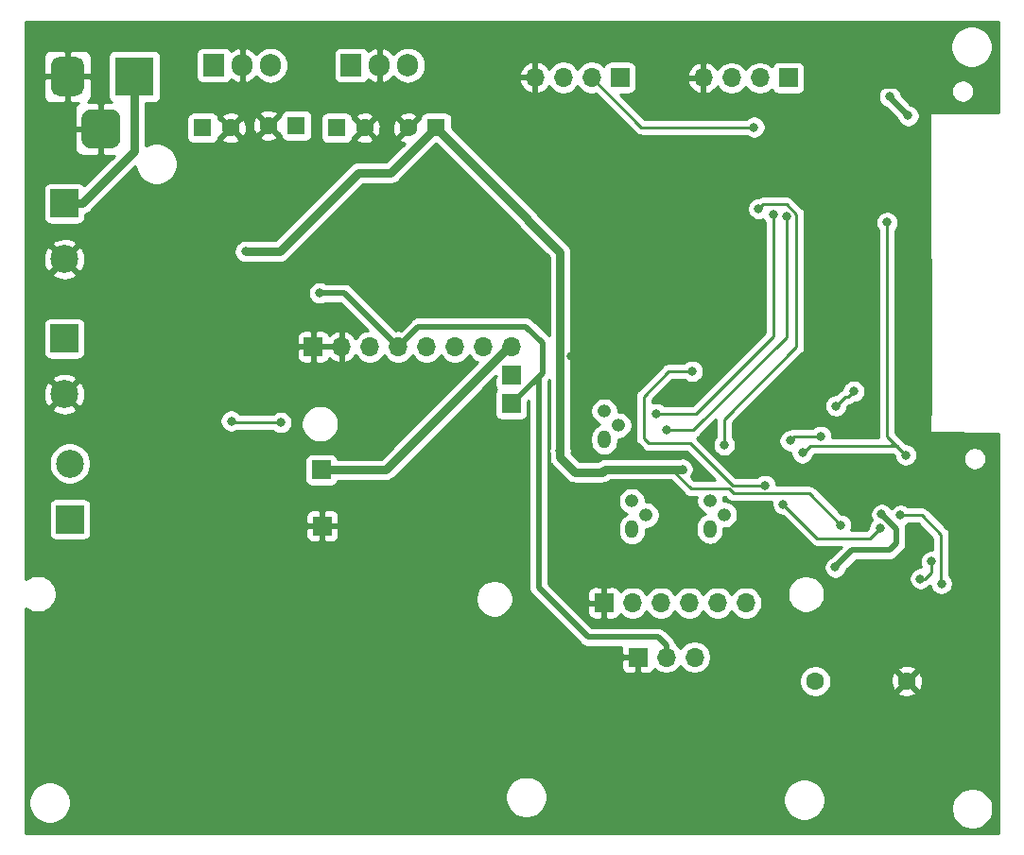
<source format=gbr>
%TF.GenerationSoftware,KiCad,Pcbnew,(5.1.8)-1*%
%TF.CreationDate,2021-07-02T09:49:44+03:00*%
%TF.ProjectId,Automation 101_Agriboard,4175746f-6d61-4746-996f-6e203130315f,rev?*%
%TF.SameCoordinates,Original*%
%TF.FileFunction,Copper,L2,Bot*%
%TF.FilePolarity,Positive*%
%FSLAX46Y46*%
G04 Gerber Fmt 4.6, Leading zero omitted, Abs format (unit mm)*
G04 Created by KiCad (PCBNEW (5.1.8)-1) date 2021-07-02 09:49:44*
%MOMM*%
%LPD*%
G01*
G04 APERTURE LIST*
%TA.AperFunction,ComponentPad*%
%ADD10R,1.600000X1.600000*%
%TD*%
%TA.AperFunction,ComponentPad*%
%ADD11C,1.600000*%
%TD*%
%TA.AperFunction,ComponentPad*%
%ADD12C,2.500000*%
%TD*%
%TA.AperFunction,ComponentPad*%
%ADD13R,2.500000X2.500000*%
%TD*%
%TA.AperFunction,ComponentPad*%
%ADD14R,3.500000X3.500000*%
%TD*%
%TA.AperFunction,ComponentPad*%
%ADD15R,1.700000X1.700000*%
%TD*%
%TA.AperFunction,ComponentPad*%
%ADD16O,1.700000X1.700000*%
%TD*%
%TA.AperFunction,ComponentPad*%
%ADD17O,1.200000X1.600000*%
%TD*%
%TA.AperFunction,ComponentPad*%
%ADD18O,1.200000X1.200000*%
%TD*%
%TA.AperFunction,ComponentPad*%
%ADD19O,1.905000X2.000000*%
%TD*%
%TA.AperFunction,ComponentPad*%
%ADD20R,1.905000X2.000000*%
%TD*%
%TA.AperFunction,ViaPad*%
%ADD21C,0.800000*%
%TD*%
%TA.AperFunction,Conductor*%
%ADD22C,0.500000*%
%TD*%
%TA.AperFunction,Conductor*%
%ADD23C,0.250000*%
%TD*%
%TA.AperFunction,Conductor*%
%ADD24C,0.750000*%
%TD*%
%TA.AperFunction,Conductor*%
%ADD25C,0.254000*%
%TD*%
%TA.AperFunction,Conductor*%
%ADD26C,0.100000*%
%TD*%
G04 APERTURE END LIST*
D10*
%TO.P,C7,1*%
%TO.N,+24V*%
X73860000Y-41120000D03*
D11*
%TO.P,C7,2*%
%TO.N,GND*%
X76360000Y-41120000D03*
%TD*%
%TO.P,C13,2*%
%TO.N,GND*%
X79760000Y-40920000D03*
D10*
%TO.P,C13,1*%
%TO.N,+12V*%
X82260000Y-40920000D03*
%TD*%
%TO.P,C16,1*%
%TO.N,+12V*%
X85860000Y-41120000D03*
D11*
%TO.P,C16,2*%
%TO.N,GND*%
X88360000Y-41120000D03*
%TD*%
%TO.P,C17,2*%
%TO.N,GND*%
X92260000Y-41120000D03*
D10*
%TO.P,C17,1*%
%TO.N,Vin*%
X94760000Y-41120000D03*
%TD*%
D12*
%TO.P,J2,2*%
%TO.N,GND*%
X61470000Y-52900000D03*
D13*
%TO.P,J2,1*%
%TO.N,+24V*%
X61470000Y-47900000D03*
%TD*%
D14*
%TO.P,J3,1*%
%TO.N,+24V*%
X67760000Y-36520000D03*
%TO.P,J3,2*%
%TO.N,GND*%
%TA.AperFunction,ComponentPad*%
G36*
G01*
X60260000Y-37520000D02*
X60260000Y-35520000D01*
G75*
G02*
X61010000Y-34770000I750000J0D01*
G01*
X62510000Y-34770000D01*
G75*
G02*
X63260000Y-35520000I0J-750000D01*
G01*
X63260000Y-37520000D01*
G75*
G02*
X62510000Y-38270000I-750000J0D01*
G01*
X61010000Y-38270000D01*
G75*
G02*
X60260000Y-37520000I0J750000D01*
G01*
G37*
%TD.AperFunction*%
%TO.P,J3,3*%
%TA.AperFunction,ComponentPad*%
G36*
G01*
X63010000Y-42095000D02*
X63010000Y-40345000D01*
G75*
G02*
X63885000Y-39470000I875000J0D01*
G01*
X65635000Y-39470000D01*
G75*
G02*
X66510000Y-40345000I0J-875000D01*
G01*
X66510000Y-42095000D01*
G75*
G02*
X65635000Y-42970000I-875000J0D01*
G01*
X63885000Y-42970000D01*
G75*
G02*
X63010000Y-42095000I0J875000D01*
G01*
G37*
%TD.AperFunction*%
%TD*%
D15*
%TO.P,J4,1*%
%TO.N,+3V3*%
X126300000Y-36650000D03*
D16*
%TO.P,J4,2*%
%TO.N,Trigger*%
X123760000Y-36650000D03*
%TO.P,J4,3*%
%TO.N,Echo*%
X121220000Y-36650000D03*
%TO.P,J4,4*%
%TO.N,GND*%
X118680000Y-36650000D03*
%TD*%
D13*
%TO.P,J5,1*%
%TO.N,Net-(J5-Pad1)*%
X61970000Y-76200000D03*
D12*
%TO.P,J5,2*%
%TO.N,Net-(J5-Pad2)*%
X61970000Y-71200000D03*
%TD*%
D16*
%TO.P,J6,4*%
%TO.N,GND*%
X103620000Y-36610000D03*
%TO.P,J6,3*%
%TO.N,N/C*%
X106160000Y-36610000D03*
%TO.P,J6,2*%
%TO.N,DHTPIN*%
X108700000Y-36610000D03*
D15*
%TO.P,J6,1*%
%TO.N,+3V3*%
X111240000Y-36610000D03*
%TD*%
%TO.P,J7,1*%
%TO.N,GND*%
X112830000Y-88560000D03*
D16*
%TO.P,J7,2*%
%TO.N,+3V3*%
X115370000Y-88560000D03*
%TO.P,J7,3*%
%TO.N,PH_Meter_Pin*%
X117910000Y-88560000D03*
%TD*%
D15*
%TO.P,J8,1*%
%TO.N,GND*%
X109810000Y-83690000D03*
D16*
%TO.P,J8,2*%
%TO.N,HEATER_RELAY*%
X112350000Y-83690000D03*
%TO.P,J8,3*%
%TO.N,FAN_RELAY*%
X114890000Y-83690000D03*
%TO.P,J8,4*%
%TO.N,HUMIDIFIER_RELAY*%
X117430000Y-83690000D03*
%TO.P,J8,5*%
%TO.N,N/C*%
X119970000Y-83690000D03*
%TO.P,J8,6*%
%TO.N,+3V3*%
X122510000Y-83690000D03*
%TD*%
D15*
%TO.P,J9,1*%
%TO.N,GND*%
X83760000Y-60740000D03*
D16*
%TO.P,J9,2*%
X86300000Y-60740000D03*
%TO.P,J9,3*%
%TO.N,PWM_PUMP*%
X88840000Y-60740000D03*
%TO.P,J9,4*%
%TO.N,+3V3*%
X91380000Y-60740000D03*
%TO.P,J9,5*%
%TO.N,FAULT_PIN*%
X93920000Y-60740000D03*
%TO.P,J9,6*%
%TO.N,N/C*%
X96460000Y-60740000D03*
%TO.P,J9,7*%
X99000000Y-60740000D03*
%TO.P,J9,8*%
%TO.N,VM*%
X101540000Y-60740000D03*
%TD*%
D15*
%TO.P,J10,1*%
%TO.N,GND*%
X84580000Y-76810000D03*
%TD*%
%TO.P,J11,1*%
%TO.N,VM*%
X84500000Y-71790000D03*
%TD*%
%TO.P,J12,1*%
%TO.N,+3V3*%
X101500000Y-65860000D03*
%TD*%
%TO.P,J13,1*%
%TO.N,GND*%
X101500000Y-63260000D03*
%TD*%
D13*
%TO.P,J14,1*%
%TO.N,+12V*%
X61470000Y-60000000D03*
D12*
%TO.P,J14,2*%
%TO.N,GND*%
X61470000Y-65000000D03*
%TD*%
D17*
%TO.P,Q3,1*%
%TO.N,HUMIDIFIER_RELAY*%
X119290000Y-77060000D03*
D18*
%TO.P,Q3,2*%
%TO.N,Net-(Q3-Pad2)*%
X120560000Y-75790000D03*
%TO.P,Q3,3*%
%TO.N,Net-(Q3-Pad3)*%
X119290000Y-74520000D03*
%TD*%
D17*
%TO.P,Q4,1*%
%TO.N,FAN_RELAY*%
X112290000Y-77100000D03*
D18*
%TO.P,Q4,2*%
%TO.N,Net-(Q4-Pad2)*%
X113560000Y-75830000D03*
%TO.P,Q4,3*%
%TO.N,Net-(Q4-Pad3)*%
X112290000Y-74560000D03*
%TD*%
%TO.P,Q5,3*%
%TO.N,Net-(Q5-Pad3)*%
X109820000Y-66510000D03*
%TO.P,Q5,2*%
%TO.N,Net-(Q5-Pad2)*%
X111090000Y-67780000D03*
D17*
%TO.P,Q5,1*%
%TO.N,HEATER_RELAY*%
X109820000Y-69050000D03*
%TD*%
D11*
%TO.P,R13,1*%
%TO.N,LDR_PIN*%
X128720000Y-90710000D03*
%TO.P,R13,2*%
%TO.N,GND*%
X136920000Y-90710000D03*
%TD*%
D19*
%TO.P,U1,3*%
%TO.N,+12V*%
X79940000Y-35520000D03*
%TO.P,U1,2*%
%TO.N,GND*%
X77400000Y-35520000D03*
D20*
%TO.P,U1,1*%
%TO.N,+24V*%
X74860000Y-35520000D03*
%TD*%
%TO.P,U5,1*%
%TO.N,+12V*%
X87160000Y-35520000D03*
D19*
%TO.P,U5,2*%
%TO.N,GND*%
X89700000Y-35520000D03*
%TO.P,U5,3*%
%TO.N,Vin*%
X92240000Y-35520000D03*
%TD*%
D21*
%TO.N,GND*%
X132050000Y-73980000D03*
X110650000Y-59230000D03*
X106890000Y-61580000D03*
X137900000Y-38940000D03*
X133640000Y-38620000D03*
%TO.N,EN*%
X136810000Y-70450000D03*
X127560000Y-70250000D03*
X135145000Y-49595000D03*
%TO.N,+3V3*%
X135380000Y-38310000D03*
X137030000Y-40040000D03*
X130510000Y-80500000D03*
X134670000Y-75760000D03*
X84350000Y-55920000D03*
%TO.N,VBUS*%
X136360000Y-75840000D03*
X140020000Y-81970000D03*
%TO.N,D+*%
X139110000Y-80000000D03*
X138140000Y-81540000D03*
%TO.N,RX2*%
X80860000Y-67520000D03*
X76430000Y-67390000D03*
%TO.N,RXD0*%
X132170000Y-64730000D03*
X130580000Y-66050000D03*
%TO.N,RTS*%
X129230000Y-68770000D03*
X126460000Y-69150000D03*
%TO.N,IO0*%
X134520000Y-77020000D03*
X117700000Y-62940000D03*
X125847340Y-74852660D03*
X124230000Y-73180000D03*
%TO.N,Vin*%
X77700000Y-52200000D03*
X109710000Y-71940000D03*
X105880000Y-70050000D03*
X116810000Y-71710000D03*
X131010000Y-76730000D03*
%TO.N,DHTPIN*%
X123230000Y-41060000D03*
%TO.N,HUMIDIFIER*%
X120570000Y-69540000D03*
X123650000Y-48380000D03*
%TO.N,FAN*%
X115380000Y-68210000D03*
X126140000Y-49060000D03*
%TO.N,HEATER*%
X114480000Y-66730000D03*
X124940000Y-48850000D03*
%TD*%
D22*
%TO.N,GND*%
X137900000Y-38940000D02*
X136340000Y-37380000D01*
X136340000Y-37380000D02*
X134180000Y-37380000D01*
X134180000Y-37380000D02*
X133640000Y-37920000D01*
X133640000Y-37920000D02*
X133640000Y-38620000D01*
D23*
%TO.N,EN*%
X127680000Y-70250000D02*
X127560000Y-70250000D01*
X128260000Y-69670000D02*
X127680000Y-70250000D01*
X135145000Y-49595000D02*
X135145000Y-68785000D01*
X136245000Y-69885000D02*
X136030000Y-69670000D01*
X136810000Y-70450000D02*
X136245000Y-69885000D01*
X135580000Y-69490000D02*
X135715000Y-69355000D01*
X135580000Y-69670000D02*
X135580000Y-69490000D01*
X135145000Y-68785000D02*
X135715000Y-69355000D01*
X135715000Y-69355000D02*
X136245000Y-69885000D01*
X136030000Y-69670000D02*
X135580000Y-69670000D01*
X135580000Y-69670000D02*
X128260000Y-69670000D01*
D22*
%TO.N,+3V3*%
X135380000Y-38390000D02*
X137030000Y-40040000D01*
X135380000Y-38310000D02*
X135380000Y-38390000D01*
X130510000Y-80500000D02*
X132040000Y-78970000D01*
X132040000Y-78970000D02*
X135380000Y-78970000D01*
X135380000Y-78970000D02*
X135970000Y-78380000D01*
X135970000Y-78380000D02*
X135970000Y-77060000D01*
X135970000Y-77060000D02*
X134670000Y-75760000D01*
X86560000Y-55920000D02*
X84350000Y-55920000D01*
X91380000Y-60740000D02*
X86560000Y-55920000D01*
X104280000Y-63080000D02*
X104280000Y-60420000D01*
X104280000Y-60420000D02*
X102800000Y-58940000D01*
X93180000Y-58940000D02*
X91380000Y-60740000D01*
X102800000Y-58940000D02*
X93180000Y-58940000D01*
X103940000Y-63420000D02*
X103940000Y-82330000D01*
X101500000Y-65860000D02*
X103940000Y-63420000D01*
X103940000Y-63420000D02*
X104280000Y-63080000D01*
X103940000Y-82330000D02*
X108370000Y-86760000D01*
X108370000Y-86760000D02*
X114630000Y-86760000D01*
X115370000Y-87500000D02*
X115370000Y-88560000D01*
X114630000Y-86760000D02*
X115370000Y-87500000D01*
D23*
%TO.N,VBUS*%
X136360000Y-75840000D02*
X138260000Y-75840000D01*
X138260000Y-75840000D02*
X140000000Y-77580000D01*
X140000000Y-81950000D02*
X140020000Y-81970000D01*
X140000000Y-77580000D02*
X140000000Y-81950000D01*
%TO.N,D+*%
X139200000Y-80000000D02*
X139110000Y-80000000D01*
X138140000Y-81540000D02*
X138560000Y-81540000D01*
X139110000Y-80990000D02*
X139110000Y-80000000D01*
X138560000Y-81540000D02*
X139110000Y-80990000D01*
%TO.N,RX2*%
X80860000Y-67520000D02*
X76560000Y-67520000D01*
X76560000Y-67520000D02*
X76430000Y-67390000D01*
%TO.N,RXD0*%
X132170000Y-64730000D02*
X131670000Y-65230000D01*
X131670000Y-65230000D02*
X131400000Y-65230000D01*
X131400000Y-65230000D02*
X130580000Y-66050000D01*
%TO.N,RTS*%
X129230000Y-68770000D02*
X126840000Y-68770000D01*
X126840000Y-68770000D02*
X126460000Y-69150000D01*
%TO.N,IO0*%
X133640000Y-77900000D02*
X128894680Y-77900000D01*
X134520000Y-77020000D02*
X133640000Y-77900000D01*
X128894680Y-77900000D02*
X125847340Y-74852660D01*
X124230000Y-73180000D02*
X121300000Y-73180000D01*
X121300000Y-73180000D02*
X117520000Y-69400000D01*
X117520000Y-69400000D02*
X113820000Y-69400000D01*
X113820000Y-69400000D02*
X113350000Y-68930000D01*
X113350000Y-68930000D02*
X113350000Y-65200000D01*
X115610000Y-62940000D02*
X117700000Y-62940000D01*
X113350000Y-65200000D02*
X115610000Y-62940000D01*
D24*
%TO.N,Vin*%
X77700000Y-52200000D02*
X80780000Y-52200000D01*
X80780000Y-52200000D02*
X87810000Y-45170000D01*
X90710000Y-45170000D02*
X94760000Y-41120000D01*
X87810000Y-45170000D02*
X90710000Y-45170000D01*
X102965001Y-49325001D02*
X102965001Y-49375001D01*
X94760000Y-41120000D02*
X102965001Y-49325001D01*
X102965001Y-49375001D02*
X105880000Y-52290000D01*
X105880000Y-70640000D02*
X107210000Y-71970000D01*
X109680000Y-71970000D02*
X109710000Y-71940000D01*
X107210000Y-71970000D02*
X109680000Y-71970000D01*
X105880000Y-70050000D02*
X105880000Y-70640000D01*
X105880000Y-52290000D02*
X105880000Y-70050000D01*
X109940000Y-71710000D02*
X109710000Y-71940000D01*
X115800000Y-71710000D02*
X109940000Y-71710000D01*
X116810000Y-71710000D02*
X115800000Y-71710000D01*
D23*
X131010000Y-76730000D02*
X128185001Y-73905001D01*
X117570000Y-73480000D02*
X115800000Y-71710000D01*
X128185001Y-73905001D02*
X121388590Y-73905001D01*
X121388590Y-73905001D02*
X120963589Y-73480000D01*
X120963589Y-73480000D02*
X117570000Y-73480000D01*
D24*
%TO.N,+24V*%
X61470000Y-47900000D02*
X63090000Y-47900000D01*
X67760000Y-43230000D02*
X67760000Y-36520000D01*
X63090000Y-47900000D02*
X67760000Y-43230000D01*
D23*
%TO.N,DHTPIN*%
X108700000Y-36610000D02*
X113150000Y-41060000D01*
X113150000Y-41060000D02*
X123230000Y-41060000D01*
D24*
%TO.N,VM*%
X101284998Y-60740000D02*
X101540000Y-60740000D01*
X90234998Y-71790000D02*
X101284998Y-60740000D01*
X84500000Y-71790000D02*
X90234998Y-71790000D01*
D23*
%TO.N,HUMIDIFIER*%
X120570000Y-69540000D02*
X120570000Y-67240000D01*
X120570000Y-67240000D02*
X127040000Y-60770000D01*
X127040000Y-60770000D02*
X127040000Y-48870000D01*
X127040000Y-48870000D02*
X126140000Y-47970000D01*
X124060000Y-47970000D02*
X123650000Y-48380000D01*
X126140000Y-47970000D02*
X124060000Y-47970000D01*
%TO.N,FAN*%
X126140000Y-59890000D02*
X126140000Y-49060000D01*
X117820000Y-68210000D02*
X126140000Y-59890000D01*
X115380000Y-68210000D02*
X117820000Y-68210000D01*
%TO.N,HEATER*%
X114480000Y-66730000D02*
X118020000Y-66730000D01*
X118020000Y-66730000D02*
X124940000Y-59810000D01*
X124940000Y-59810000D02*
X124940000Y-48850000D01*
%TD*%
D25*
%TO.N,GND*%
X145090001Y-39721883D02*
X139129832Y-39743000D01*
X139070000Y-39743000D01*
X139045224Y-39745440D01*
X139021399Y-39752667D01*
X138999443Y-39764403D01*
X138980197Y-39780197D01*
X138964403Y-39799443D01*
X138952667Y-39821399D01*
X138945440Y-39845224D01*
X138943000Y-39870000D01*
X138943000Y-39980299D01*
X139002995Y-65448177D01*
X138913062Y-68326033D01*
X138915249Y-68353794D01*
X138922288Y-68377675D01*
X138933851Y-68399723D01*
X138949493Y-68419092D01*
X138968613Y-68435037D01*
X138990476Y-68446946D01*
X139014243Y-68454361D01*
X139038999Y-68456996D01*
X145090000Y-68504683D01*
X145090000Y-104340000D01*
X58030000Y-104340000D01*
X58030000Y-101394344D01*
X58295000Y-101394344D01*
X58295000Y-101765656D01*
X58367439Y-102129834D01*
X58509534Y-102472882D01*
X58715825Y-102781618D01*
X58978382Y-103044175D01*
X59287118Y-103250466D01*
X59630166Y-103392561D01*
X59994344Y-103465000D01*
X60365656Y-103465000D01*
X60729834Y-103392561D01*
X61072882Y-103250466D01*
X61381618Y-103044175D01*
X61644175Y-102781618D01*
X61850466Y-102472882D01*
X61992561Y-102129834D01*
X62065000Y-101765656D01*
X62065000Y-101394344D01*
X61992561Y-101030166D01*
X61948729Y-100924344D01*
X100955000Y-100924344D01*
X100955000Y-101295656D01*
X101027439Y-101659834D01*
X101169534Y-102002882D01*
X101375825Y-102311618D01*
X101638382Y-102574175D01*
X101947118Y-102780466D01*
X102290166Y-102922561D01*
X102654344Y-102995000D01*
X103025656Y-102995000D01*
X103389834Y-102922561D01*
X103732882Y-102780466D01*
X104041618Y-102574175D01*
X104304175Y-102311618D01*
X104510466Y-102002882D01*
X104652561Y-101659834D01*
X104725000Y-101295656D01*
X104725000Y-101134344D01*
X125855000Y-101134344D01*
X125855000Y-101505656D01*
X125927439Y-101869834D01*
X126069534Y-102212882D01*
X126275825Y-102521618D01*
X126538382Y-102784175D01*
X126847118Y-102990466D01*
X127190166Y-103132561D01*
X127554344Y-103205000D01*
X127925656Y-103205000D01*
X128289834Y-103132561D01*
X128632882Y-102990466D01*
X128941618Y-102784175D01*
X129204175Y-102521618D01*
X129410466Y-102212882D01*
X129517555Y-101954344D01*
X140885000Y-101954344D01*
X140885000Y-102325656D01*
X140957439Y-102689834D01*
X141099534Y-103032882D01*
X141305825Y-103341618D01*
X141568382Y-103604175D01*
X141877118Y-103810466D01*
X142220166Y-103952561D01*
X142584344Y-104025000D01*
X142955656Y-104025000D01*
X143319834Y-103952561D01*
X143662882Y-103810466D01*
X143971618Y-103604175D01*
X144234175Y-103341618D01*
X144440466Y-103032882D01*
X144582561Y-102689834D01*
X144655000Y-102325656D01*
X144655000Y-101954344D01*
X144582561Y-101590166D01*
X144440466Y-101247118D01*
X144234175Y-100938382D01*
X143971618Y-100675825D01*
X143662882Y-100469534D01*
X143319834Y-100327439D01*
X142955656Y-100255000D01*
X142584344Y-100255000D01*
X142220166Y-100327439D01*
X141877118Y-100469534D01*
X141568382Y-100675825D01*
X141305825Y-100938382D01*
X141099534Y-101247118D01*
X140957439Y-101590166D01*
X140885000Y-101954344D01*
X129517555Y-101954344D01*
X129552561Y-101869834D01*
X129625000Y-101505656D01*
X129625000Y-101134344D01*
X129552561Y-100770166D01*
X129410466Y-100427118D01*
X129204175Y-100118382D01*
X128941618Y-99855825D01*
X128632882Y-99649534D01*
X128289834Y-99507439D01*
X127925656Y-99435000D01*
X127554344Y-99435000D01*
X127190166Y-99507439D01*
X126847118Y-99649534D01*
X126538382Y-99855825D01*
X126275825Y-100118382D01*
X126069534Y-100427118D01*
X125927439Y-100770166D01*
X125855000Y-101134344D01*
X104725000Y-101134344D01*
X104725000Y-100924344D01*
X104652561Y-100560166D01*
X104510466Y-100217118D01*
X104304175Y-99908382D01*
X104041618Y-99645825D01*
X103732882Y-99439534D01*
X103389834Y-99297439D01*
X103025656Y-99225000D01*
X102654344Y-99225000D01*
X102290166Y-99297439D01*
X101947118Y-99439534D01*
X101638382Y-99645825D01*
X101375825Y-99908382D01*
X101169534Y-100217118D01*
X101027439Y-100560166D01*
X100955000Y-100924344D01*
X61948729Y-100924344D01*
X61850466Y-100687118D01*
X61644175Y-100378382D01*
X61381618Y-100115825D01*
X61072882Y-99909534D01*
X60729834Y-99767439D01*
X60365656Y-99695000D01*
X59994344Y-99695000D01*
X59630166Y-99767439D01*
X59287118Y-99909534D01*
X58978382Y-100115825D01*
X58715825Y-100378382D01*
X58509534Y-100687118D01*
X58367439Y-101030166D01*
X58295000Y-101394344D01*
X58030000Y-101394344D01*
X58030000Y-90568665D01*
X127285000Y-90568665D01*
X127285000Y-90851335D01*
X127340147Y-91128574D01*
X127448320Y-91389727D01*
X127605363Y-91624759D01*
X127805241Y-91824637D01*
X128040273Y-91981680D01*
X128301426Y-92089853D01*
X128578665Y-92145000D01*
X128861335Y-92145000D01*
X129138574Y-92089853D01*
X129399727Y-91981680D01*
X129634759Y-91824637D01*
X129756694Y-91702702D01*
X136106903Y-91702702D01*
X136178486Y-91946671D01*
X136433996Y-92067571D01*
X136708184Y-92136300D01*
X136990512Y-92150217D01*
X137270130Y-92108787D01*
X137536292Y-92013603D01*
X137661514Y-91946671D01*
X137733097Y-91702702D01*
X136920000Y-90889605D01*
X136106903Y-91702702D01*
X129756694Y-91702702D01*
X129834637Y-91624759D01*
X129991680Y-91389727D01*
X130099853Y-91128574D01*
X130155000Y-90851335D01*
X130155000Y-90780512D01*
X135479783Y-90780512D01*
X135521213Y-91060130D01*
X135616397Y-91326292D01*
X135683329Y-91451514D01*
X135927298Y-91523097D01*
X136740395Y-90710000D01*
X137099605Y-90710000D01*
X137912702Y-91523097D01*
X138156671Y-91451514D01*
X138277571Y-91196004D01*
X138346300Y-90921816D01*
X138360217Y-90639488D01*
X138318787Y-90359870D01*
X138223603Y-90093708D01*
X138156671Y-89968486D01*
X137912702Y-89896903D01*
X137099605Y-90710000D01*
X136740395Y-90710000D01*
X135927298Y-89896903D01*
X135683329Y-89968486D01*
X135562429Y-90223996D01*
X135493700Y-90498184D01*
X135479783Y-90780512D01*
X130155000Y-90780512D01*
X130155000Y-90568665D01*
X130099853Y-90291426D01*
X129991680Y-90030273D01*
X129834637Y-89795241D01*
X129756694Y-89717298D01*
X136106903Y-89717298D01*
X136920000Y-90530395D01*
X137733097Y-89717298D01*
X137661514Y-89473329D01*
X137406004Y-89352429D01*
X137131816Y-89283700D01*
X136849488Y-89269783D01*
X136569870Y-89311213D01*
X136303708Y-89406397D01*
X136178486Y-89473329D01*
X136106903Y-89717298D01*
X129756694Y-89717298D01*
X129634759Y-89595363D01*
X129399727Y-89438320D01*
X129138574Y-89330147D01*
X128861335Y-89275000D01*
X128578665Y-89275000D01*
X128301426Y-89330147D01*
X128040273Y-89438320D01*
X127805241Y-89595363D01*
X127605363Y-89795241D01*
X127448320Y-90030273D01*
X127340147Y-90291426D01*
X127285000Y-90568665D01*
X58030000Y-90568665D01*
X58030000Y-89410000D01*
X111341928Y-89410000D01*
X111354188Y-89534482D01*
X111390498Y-89654180D01*
X111449463Y-89764494D01*
X111528815Y-89861185D01*
X111625506Y-89940537D01*
X111735820Y-89999502D01*
X111855518Y-90035812D01*
X111980000Y-90048072D01*
X112544250Y-90045000D01*
X112703000Y-89886250D01*
X112703000Y-88687000D01*
X111503750Y-88687000D01*
X111345000Y-88845750D01*
X111341928Y-89410000D01*
X58030000Y-89410000D01*
X58030000Y-84201581D01*
X58301853Y-84383228D01*
X58608504Y-84510246D01*
X58934042Y-84575000D01*
X59265958Y-84575000D01*
X59591496Y-84510246D01*
X59898147Y-84383228D01*
X60174125Y-84198825D01*
X60408825Y-83964125D01*
X60593228Y-83688147D01*
X60720246Y-83381496D01*
X60763500Y-83164042D01*
X98295000Y-83164042D01*
X98295000Y-83495958D01*
X98359754Y-83821496D01*
X98486772Y-84128147D01*
X98671175Y-84404125D01*
X98905875Y-84638825D01*
X99181853Y-84823228D01*
X99488504Y-84950246D01*
X99814042Y-85015000D01*
X100145958Y-85015000D01*
X100471496Y-84950246D01*
X100778147Y-84823228D01*
X101054125Y-84638825D01*
X101288825Y-84404125D01*
X101473228Y-84128147D01*
X101600246Y-83821496D01*
X101665000Y-83495958D01*
X101665000Y-83164042D01*
X101600246Y-82838504D01*
X101473228Y-82531853D01*
X101288825Y-82255875D01*
X101054125Y-82021175D01*
X100778147Y-81836772D01*
X100471496Y-81709754D01*
X100145958Y-81645000D01*
X99814042Y-81645000D01*
X99488504Y-81709754D01*
X99181853Y-81836772D01*
X98905875Y-82021175D01*
X98671175Y-82255875D01*
X98486772Y-82531853D01*
X98359754Y-82838504D01*
X98295000Y-83164042D01*
X60763500Y-83164042D01*
X60785000Y-83055958D01*
X60785000Y-82724042D01*
X60720246Y-82398504D01*
X60593228Y-82091853D01*
X60408825Y-81815875D01*
X60174125Y-81581175D01*
X59898147Y-81396772D01*
X59591496Y-81269754D01*
X59265958Y-81205000D01*
X58934042Y-81205000D01*
X58608504Y-81269754D01*
X58301853Y-81396772D01*
X58030000Y-81578419D01*
X58030000Y-74950000D01*
X60081928Y-74950000D01*
X60081928Y-77450000D01*
X60094188Y-77574482D01*
X60130498Y-77694180D01*
X60189463Y-77804494D01*
X60268815Y-77901185D01*
X60365506Y-77980537D01*
X60475820Y-78039502D01*
X60595518Y-78075812D01*
X60720000Y-78088072D01*
X63220000Y-78088072D01*
X63344482Y-78075812D01*
X63464180Y-78039502D01*
X63574494Y-77980537D01*
X63671185Y-77901185D01*
X63750537Y-77804494D01*
X63809502Y-77694180D01*
X63819870Y-77660000D01*
X83091928Y-77660000D01*
X83104188Y-77784482D01*
X83140498Y-77904180D01*
X83199463Y-78014494D01*
X83278815Y-78111185D01*
X83375506Y-78190537D01*
X83485820Y-78249502D01*
X83605518Y-78285812D01*
X83730000Y-78298072D01*
X84294250Y-78295000D01*
X84453000Y-78136250D01*
X84453000Y-76937000D01*
X84707000Y-76937000D01*
X84707000Y-78136250D01*
X84865750Y-78295000D01*
X85430000Y-78298072D01*
X85554482Y-78285812D01*
X85674180Y-78249502D01*
X85784494Y-78190537D01*
X85881185Y-78111185D01*
X85960537Y-78014494D01*
X86019502Y-77904180D01*
X86055812Y-77784482D01*
X86068072Y-77660000D01*
X86065000Y-77095750D01*
X85906250Y-76937000D01*
X84707000Y-76937000D01*
X84453000Y-76937000D01*
X83253750Y-76937000D01*
X83095000Y-77095750D01*
X83091928Y-77660000D01*
X63819870Y-77660000D01*
X63845812Y-77574482D01*
X63858072Y-77450000D01*
X63858072Y-75960000D01*
X83091928Y-75960000D01*
X83095000Y-76524250D01*
X83253750Y-76683000D01*
X84453000Y-76683000D01*
X84453000Y-75483750D01*
X84707000Y-75483750D01*
X84707000Y-76683000D01*
X85906250Y-76683000D01*
X86065000Y-76524250D01*
X86068072Y-75960000D01*
X86055812Y-75835518D01*
X86019502Y-75715820D01*
X85960537Y-75605506D01*
X85881185Y-75508815D01*
X85784494Y-75429463D01*
X85674180Y-75370498D01*
X85554482Y-75334188D01*
X85430000Y-75321928D01*
X84865750Y-75325000D01*
X84707000Y-75483750D01*
X84453000Y-75483750D01*
X84294250Y-75325000D01*
X83730000Y-75321928D01*
X83605518Y-75334188D01*
X83485820Y-75370498D01*
X83375506Y-75429463D01*
X83278815Y-75508815D01*
X83199463Y-75605506D01*
X83140498Y-75715820D01*
X83104188Y-75835518D01*
X83091928Y-75960000D01*
X63858072Y-75960000D01*
X63858072Y-74950000D01*
X63845812Y-74825518D01*
X63809502Y-74705820D01*
X63750537Y-74595506D01*
X63671185Y-74498815D01*
X63574494Y-74419463D01*
X63464180Y-74360498D01*
X63344482Y-74324188D01*
X63220000Y-74311928D01*
X60720000Y-74311928D01*
X60595518Y-74324188D01*
X60475820Y-74360498D01*
X60365506Y-74419463D01*
X60268815Y-74498815D01*
X60189463Y-74595506D01*
X60130498Y-74705820D01*
X60094188Y-74825518D01*
X60081928Y-74950000D01*
X58030000Y-74950000D01*
X58030000Y-71014344D01*
X60085000Y-71014344D01*
X60085000Y-71385656D01*
X60157439Y-71749834D01*
X60299534Y-72092882D01*
X60505825Y-72401618D01*
X60768382Y-72664175D01*
X61077118Y-72870466D01*
X61420166Y-73012561D01*
X61784344Y-73085000D01*
X62155656Y-73085000D01*
X62519834Y-73012561D01*
X62862882Y-72870466D01*
X63171618Y-72664175D01*
X63434175Y-72401618D01*
X63640466Y-72092882D01*
X63782561Y-71749834D01*
X63855000Y-71385656D01*
X63855000Y-71014344D01*
X63782561Y-70650166D01*
X63640466Y-70307118D01*
X63434175Y-69998382D01*
X63171618Y-69735825D01*
X62862882Y-69529534D01*
X62519834Y-69387439D01*
X62155656Y-69315000D01*
X61784344Y-69315000D01*
X61420166Y-69387439D01*
X61077118Y-69529534D01*
X60768382Y-69735825D01*
X60505825Y-69998382D01*
X60299534Y-70307118D01*
X60157439Y-70650166D01*
X60085000Y-71014344D01*
X58030000Y-71014344D01*
X58030000Y-67288061D01*
X75395000Y-67288061D01*
X75395000Y-67491939D01*
X75434774Y-67691898D01*
X75512795Y-67880256D01*
X75626063Y-68049774D01*
X75770226Y-68193937D01*
X75939744Y-68307205D01*
X76128102Y-68385226D01*
X76328061Y-68425000D01*
X76531939Y-68425000D01*
X76731898Y-68385226D01*
X76920256Y-68307205D01*
X76960971Y-68280000D01*
X80156289Y-68280000D01*
X80200226Y-68323937D01*
X80369744Y-68437205D01*
X80558102Y-68515226D01*
X80758061Y-68555000D01*
X80961939Y-68555000D01*
X81161898Y-68515226D01*
X81350256Y-68437205D01*
X81519774Y-68323937D01*
X81663937Y-68179774D01*
X81777205Y-68010256D01*
X81855226Y-67821898D01*
X81895000Y-67621939D01*
X81895000Y-67484042D01*
X82685000Y-67484042D01*
X82685000Y-67815958D01*
X82749754Y-68141496D01*
X82876772Y-68448147D01*
X83061175Y-68724125D01*
X83295875Y-68958825D01*
X83571853Y-69143228D01*
X83878504Y-69270246D01*
X84204042Y-69335000D01*
X84535958Y-69335000D01*
X84861496Y-69270246D01*
X85168147Y-69143228D01*
X85444125Y-68958825D01*
X85678825Y-68724125D01*
X85863228Y-68448147D01*
X85990246Y-68141496D01*
X86055000Y-67815958D01*
X86055000Y-67484042D01*
X85990246Y-67158504D01*
X85863228Y-66851853D01*
X85678825Y-66575875D01*
X85444125Y-66341175D01*
X85168147Y-66156772D01*
X84861496Y-66029754D01*
X84535958Y-65965000D01*
X84204042Y-65965000D01*
X83878504Y-66029754D01*
X83571853Y-66156772D01*
X83295875Y-66341175D01*
X83061175Y-66575875D01*
X82876772Y-66851853D01*
X82749754Y-67158504D01*
X82685000Y-67484042D01*
X81895000Y-67484042D01*
X81895000Y-67418061D01*
X81855226Y-67218102D01*
X81777205Y-67029744D01*
X81663937Y-66860226D01*
X81519774Y-66716063D01*
X81350256Y-66602795D01*
X81161898Y-66524774D01*
X80961939Y-66485000D01*
X80758061Y-66485000D01*
X80558102Y-66524774D01*
X80369744Y-66602795D01*
X80200226Y-66716063D01*
X80156289Y-66760000D01*
X77253831Y-66760000D01*
X77233937Y-66730226D01*
X77089774Y-66586063D01*
X76920256Y-66472795D01*
X76731898Y-66394774D01*
X76531939Y-66355000D01*
X76328061Y-66355000D01*
X76128102Y-66394774D01*
X75939744Y-66472795D01*
X75770226Y-66586063D01*
X75626063Y-66730226D01*
X75512795Y-66899744D01*
X75434774Y-67088102D01*
X75395000Y-67288061D01*
X58030000Y-67288061D01*
X58030000Y-66313605D01*
X60336000Y-66313605D01*
X60461914Y-66603577D01*
X60794126Y-66769433D01*
X61152312Y-66867290D01*
X61522706Y-66893389D01*
X61891075Y-66846725D01*
X62243262Y-66729094D01*
X62478086Y-66603577D01*
X62604000Y-66313605D01*
X61470000Y-65179605D01*
X60336000Y-66313605D01*
X58030000Y-66313605D01*
X58030000Y-65052706D01*
X59576611Y-65052706D01*
X59623275Y-65421075D01*
X59740906Y-65773262D01*
X59866423Y-66008086D01*
X60156395Y-66134000D01*
X61290395Y-65000000D01*
X61649605Y-65000000D01*
X62783605Y-66134000D01*
X63073577Y-66008086D01*
X63239433Y-65675874D01*
X63337290Y-65317688D01*
X63363389Y-64947294D01*
X63316725Y-64578925D01*
X63199094Y-64226738D01*
X63073577Y-63991914D01*
X62783605Y-63866000D01*
X61649605Y-65000000D01*
X61290395Y-65000000D01*
X60156395Y-63866000D01*
X59866423Y-63991914D01*
X59700567Y-64324126D01*
X59602710Y-64682312D01*
X59576611Y-65052706D01*
X58030000Y-65052706D01*
X58030000Y-63686395D01*
X60336000Y-63686395D01*
X61470000Y-64820395D01*
X62604000Y-63686395D01*
X62478086Y-63396423D01*
X62145874Y-63230567D01*
X61787688Y-63132710D01*
X61417294Y-63106611D01*
X61048925Y-63153275D01*
X60696738Y-63270906D01*
X60461914Y-63396423D01*
X60336000Y-63686395D01*
X58030000Y-63686395D01*
X58030000Y-58750000D01*
X59581928Y-58750000D01*
X59581928Y-61250000D01*
X59594188Y-61374482D01*
X59630498Y-61494180D01*
X59689463Y-61604494D01*
X59768815Y-61701185D01*
X59865506Y-61780537D01*
X59975820Y-61839502D01*
X60095518Y-61875812D01*
X60220000Y-61888072D01*
X62720000Y-61888072D01*
X62844482Y-61875812D01*
X62964180Y-61839502D01*
X63074494Y-61780537D01*
X63171185Y-61701185D01*
X63250537Y-61604494D01*
X63258284Y-61590000D01*
X82271928Y-61590000D01*
X82284188Y-61714482D01*
X82320498Y-61834180D01*
X82379463Y-61944494D01*
X82458815Y-62041185D01*
X82555506Y-62120537D01*
X82665820Y-62179502D01*
X82785518Y-62215812D01*
X82910000Y-62228072D01*
X83474250Y-62225000D01*
X83633000Y-62066250D01*
X83633000Y-60867000D01*
X83887000Y-60867000D01*
X83887000Y-62066250D01*
X84045750Y-62225000D01*
X84610000Y-62228072D01*
X84734482Y-62215812D01*
X84854180Y-62179502D01*
X84964494Y-62120537D01*
X85061185Y-62041185D01*
X85140537Y-61944494D01*
X85199502Y-61834180D01*
X85223966Y-61753534D01*
X85299731Y-61837588D01*
X85533080Y-62011641D01*
X85795901Y-62136825D01*
X85943110Y-62181476D01*
X86173000Y-62060155D01*
X86173000Y-60867000D01*
X83887000Y-60867000D01*
X83633000Y-60867000D01*
X82433750Y-60867000D01*
X82275000Y-61025750D01*
X82271928Y-61590000D01*
X63258284Y-61590000D01*
X63309502Y-61494180D01*
X63345812Y-61374482D01*
X63358072Y-61250000D01*
X63358072Y-59890000D01*
X82271928Y-59890000D01*
X82275000Y-60454250D01*
X82433750Y-60613000D01*
X83633000Y-60613000D01*
X83633000Y-59413750D01*
X83887000Y-59413750D01*
X83887000Y-60613000D01*
X86173000Y-60613000D01*
X86173000Y-59419845D01*
X85943110Y-59298524D01*
X85795901Y-59343175D01*
X85533080Y-59468359D01*
X85299731Y-59642412D01*
X85223966Y-59726466D01*
X85199502Y-59645820D01*
X85140537Y-59535506D01*
X85061185Y-59438815D01*
X84964494Y-59359463D01*
X84854180Y-59300498D01*
X84734482Y-59264188D01*
X84610000Y-59251928D01*
X84045750Y-59255000D01*
X83887000Y-59413750D01*
X83633000Y-59413750D01*
X83474250Y-59255000D01*
X82910000Y-59251928D01*
X82785518Y-59264188D01*
X82665820Y-59300498D01*
X82555506Y-59359463D01*
X82458815Y-59438815D01*
X82379463Y-59535506D01*
X82320498Y-59645820D01*
X82284188Y-59765518D01*
X82271928Y-59890000D01*
X63358072Y-59890000D01*
X63358072Y-58750000D01*
X63345812Y-58625518D01*
X63309502Y-58505820D01*
X63250537Y-58395506D01*
X63171185Y-58298815D01*
X63074494Y-58219463D01*
X62964180Y-58160498D01*
X62844482Y-58124188D01*
X62720000Y-58111928D01*
X60220000Y-58111928D01*
X60095518Y-58124188D01*
X59975820Y-58160498D01*
X59865506Y-58219463D01*
X59768815Y-58298815D01*
X59689463Y-58395506D01*
X59630498Y-58505820D01*
X59594188Y-58625518D01*
X59581928Y-58750000D01*
X58030000Y-58750000D01*
X58030000Y-54213605D01*
X60336000Y-54213605D01*
X60461914Y-54503577D01*
X60794126Y-54669433D01*
X61152312Y-54767290D01*
X61522706Y-54793389D01*
X61891075Y-54746725D01*
X62243262Y-54629094D01*
X62478086Y-54503577D01*
X62604000Y-54213605D01*
X61470000Y-53079605D01*
X60336000Y-54213605D01*
X58030000Y-54213605D01*
X58030000Y-52952706D01*
X59576611Y-52952706D01*
X59623275Y-53321075D01*
X59740906Y-53673262D01*
X59866423Y-53908086D01*
X60156395Y-54034000D01*
X61290395Y-52900000D01*
X61649605Y-52900000D01*
X62783605Y-54034000D01*
X63073577Y-53908086D01*
X63239433Y-53575874D01*
X63337290Y-53217688D01*
X63363389Y-52847294D01*
X63316725Y-52478925D01*
X63199094Y-52126738D01*
X63183766Y-52098061D01*
X76665000Y-52098061D01*
X76665000Y-52301939D01*
X76704774Y-52501898D01*
X76782795Y-52690256D01*
X76896063Y-52859774D01*
X77040226Y-53003937D01*
X77209744Y-53117205D01*
X77398102Y-53195226D01*
X77598061Y-53235000D01*
X77801939Y-53235000D01*
X77927623Y-53210000D01*
X80730392Y-53210000D01*
X80780000Y-53214886D01*
X80977994Y-53195385D01*
X80978518Y-53195226D01*
X81168380Y-53137632D01*
X81343840Y-53043847D01*
X81497633Y-52917633D01*
X81529261Y-52879094D01*
X88228355Y-46180000D01*
X90660392Y-46180000D01*
X90710000Y-46184886D01*
X90907994Y-46165385D01*
X91059378Y-46119463D01*
X91098380Y-46107632D01*
X91273840Y-46013847D01*
X91427633Y-45887633D01*
X91459261Y-45849094D01*
X94750284Y-42558072D01*
X94769717Y-42558072D01*
X102087474Y-49875830D01*
X102121154Y-49938841D01*
X102247368Y-50092634D01*
X102285907Y-50124262D01*
X104870000Y-52708355D01*
X104870000Y-59758421D01*
X103456534Y-58344956D01*
X103428817Y-58311183D01*
X103294059Y-58200589D01*
X103140313Y-58118411D01*
X102973490Y-58067805D01*
X102843477Y-58055000D01*
X102843469Y-58055000D01*
X102800000Y-58050719D01*
X102756531Y-58055000D01*
X93223465Y-58055000D01*
X93179999Y-58050719D01*
X93136533Y-58055000D01*
X93136523Y-58055000D01*
X93006510Y-58067805D01*
X92839687Y-58118411D01*
X92685941Y-58200589D01*
X92685939Y-58200590D01*
X92685940Y-58200590D01*
X92584953Y-58283468D01*
X92584951Y-58283470D01*
X92551183Y-58311183D01*
X92523470Y-58344951D01*
X91598960Y-59269461D01*
X91526260Y-59255000D01*
X91233740Y-59255000D01*
X91161040Y-59269461D01*
X87216534Y-55324956D01*
X87188817Y-55291183D01*
X87054059Y-55180589D01*
X86900313Y-55098411D01*
X86733490Y-55047805D01*
X86603477Y-55035000D01*
X86603469Y-55035000D01*
X86560000Y-55030719D01*
X86516531Y-55035000D01*
X84888454Y-55035000D01*
X84840256Y-55002795D01*
X84651898Y-54924774D01*
X84451939Y-54885000D01*
X84248061Y-54885000D01*
X84048102Y-54924774D01*
X83859744Y-55002795D01*
X83690226Y-55116063D01*
X83546063Y-55260226D01*
X83432795Y-55429744D01*
X83354774Y-55618102D01*
X83315000Y-55818061D01*
X83315000Y-56021939D01*
X83354774Y-56221898D01*
X83432795Y-56410256D01*
X83546063Y-56579774D01*
X83690226Y-56723937D01*
X83859744Y-56837205D01*
X84048102Y-56915226D01*
X84248061Y-56955000D01*
X84451939Y-56955000D01*
X84651898Y-56915226D01*
X84840256Y-56837205D01*
X84888454Y-56805000D01*
X86193422Y-56805000D01*
X88651770Y-59263348D01*
X88406842Y-59312068D01*
X88136589Y-59424010D01*
X87893368Y-59586525D01*
X87686525Y-59793368D01*
X87564805Y-59975534D01*
X87495178Y-59858645D01*
X87300269Y-59642412D01*
X87066920Y-59468359D01*
X86804099Y-59343175D01*
X86656890Y-59298524D01*
X86427000Y-59419845D01*
X86427000Y-60613000D01*
X86447000Y-60613000D01*
X86447000Y-60867000D01*
X86427000Y-60867000D01*
X86427000Y-62060155D01*
X86656890Y-62181476D01*
X86804099Y-62136825D01*
X87066920Y-62011641D01*
X87300269Y-61837588D01*
X87495178Y-61621355D01*
X87564805Y-61504466D01*
X87686525Y-61686632D01*
X87893368Y-61893475D01*
X88136589Y-62055990D01*
X88406842Y-62167932D01*
X88693740Y-62225000D01*
X88986260Y-62225000D01*
X89273158Y-62167932D01*
X89543411Y-62055990D01*
X89786632Y-61893475D01*
X89993475Y-61686632D01*
X90110000Y-61512240D01*
X90226525Y-61686632D01*
X90433368Y-61893475D01*
X90676589Y-62055990D01*
X90946842Y-62167932D01*
X91233740Y-62225000D01*
X91526260Y-62225000D01*
X91813158Y-62167932D01*
X92083411Y-62055990D01*
X92326632Y-61893475D01*
X92533475Y-61686632D01*
X92650000Y-61512240D01*
X92766525Y-61686632D01*
X92973368Y-61893475D01*
X93216589Y-62055990D01*
X93486842Y-62167932D01*
X93773740Y-62225000D01*
X94066260Y-62225000D01*
X94353158Y-62167932D01*
X94623411Y-62055990D01*
X94866632Y-61893475D01*
X95073475Y-61686632D01*
X95190000Y-61512240D01*
X95306525Y-61686632D01*
X95513368Y-61893475D01*
X95756589Y-62055990D01*
X96026842Y-62167932D01*
X96313740Y-62225000D01*
X96606260Y-62225000D01*
X96893158Y-62167932D01*
X97163411Y-62055990D01*
X97406632Y-61893475D01*
X97613475Y-61686632D01*
X97730000Y-61512240D01*
X97846525Y-61686632D01*
X98053368Y-61893475D01*
X98296589Y-62055990D01*
X98469168Y-62127474D01*
X89816643Y-70780000D01*
X85965038Y-70780000D01*
X85939502Y-70695820D01*
X85880537Y-70585506D01*
X85801185Y-70488815D01*
X85704494Y-70409463D01*
X85594180Y-70350498D01*
X85474482Y-70314188D01*
X85350000Y-70301928D01*
X83650000Y-70301928D01*
X83525518Y-70314188D01*
X83405820Y-70350498D01*
X83295506Y-70409463D01*
X83198815Y-70488815D01*
X83119463Y-70585506D01*
X83060498Y-70695820D01*
X83024188Y-70815518D01*
X83011928Y-70940000D01*
X83011928Y-72640000D01*
X83024188Y-72764482D01*
X83060498Y-72884180D01*
X83119463Y-72994494D01*
X83198815Y-73091185D01*
X83295506Y-73170537D01*
X83405820Y-73229502D01*
X83525518Y-73265812D01*
X83650000Y-73278072D01*
X85350000Y-73278072D01*
X85474482Y-73265812D01*
X85594180Y-73229502D01*
X85704494Y-73170537D01*
X85801185Y-73091185D01*
X85880537Y-72994494D01*
X85939502Y-72884180D01*
X85965038Y-72800000D01*
X90185390Y-72800000D01*
X90234998Y-72804886D01*
X90432992Y-72785385D01*
X90438065Y-72783846D01*
X90623378Y-72727632D01*
X90798838Y-72633847D01*
X90952631Y-72507633D01*
X90984259Y-72469094D01*
X100066352Y-63387002D01*
X100173748Y-63387002D01*
X100015000Y-63545750D01*
X100011928Y-64110000D01*
X100024188Y-64234482D01*
X100060498Y-64354180D01*
X100119463Y-64464494D01*
X100197842Y-64560000D01*
X100119463Y-64655506D01*
X100060498Y-64765820D01*
X100024188Y-64885518D01*
X100011928Y-65010000D01*
X100011928Y-66710000D01*
X100024188Y-66834482D01*
X100060498Y-66954180D01*
X100119463Y-67064494D01*
X100198815Y-67161185D01*
X100295506Y-67240537D01*
X100405820Y-67299502D01*
X100525518Y-67335812D01*
X100650000Y-67348072D01*
X102350000Y-67348072D01*
X102474482Y-67335812D01*
X102594180Y-67299502D01*
X102704494Y-67240537D01*
X102801185Y-67161185D01*
X102880537Y-67064494D01*
X102939502Y-66954180D01*
X102975812Y-66834482D01*
X102988072Y-66710000D01*
X102988072Y-65623506D01*
X103055000Y-65556578D01*
X103055001Y-82286521D01*
X103050719Y-82330000D01*
X103067805Y-82503490D01*
X103118412Y-82670313D01*
X103200590Y-82824059D01*
X103283468Y-82925046D01*
X103283471Y-82925049D01*
X103311184Y-82958817D01*
X103344951Y-82986530D01*
X107713470Y-87355049D01*
X107741183Y-87388817D01*
X107774951Y-87416530D01*
X107774953Y-87416532D01*
X107823682Y-87456523D01*
X107875941Y-87499411D01*
X108029687Y-87581589D01*
X108196510Y-87632195D01*
X108326523Y-87645000D01*
X108326533Y-87645000D01*
X108369999Y-87649281D01*
X108413466Y-87645000D01*
X111348330Y-87645000D01*
X111341928Y-87710000D01*
X111345000Y-88274250D01*
X111503750Y-88433000D01*
X112703000Y-88433000D01*
X112703000Y-88413000D01*
X112957000Y-88413000D01*
X112957000Y-88433000D01*
X112977000Y-88433000D01*
X112977000Y-88687000D01*
X112957000Y-88687000D01*
X112957000Y-89886250D01*
X113115750Y-90045000D01*
X113680000Y-90048072D01*
X113804482Y-90035812D01*
X113924180Y-89999502D01*
X114034494Y-89940537D01*
X114131185Y-89861185D01*
X114210537Y-89764494D01*
X114269502Y-89654180D01*
X114291513Y-89581620D01*
X114423368Y-89713475D01*
X114666589Y-89875990D01*
X114936842Y-89987932D01*
X115223740Y-90045000D01*
X115516260Y-90045000D01*
X115803158Y-89987932D01*
X116073411Y-89875990D01*
X116316632Y-89713475D01*
X116523475Y-89506632D01*
X116640000Y-89332240D01*
X116756525Y-89506632D01*
X116963368Y-89713475D01*
X117206589Y-89875990D01*
X117476842Y-89987932D01*
X117763740Y-90045000D01*
X118056260Y-90045000D01*
X118343158Y-89987932D01*
X118613411Y-89875990D01*
X118856632Y-89713475D01*
X119063475Y-89506632D01*
X119225990Y-89263411D01*
X119337932Y-88993158D01*
X119395000Y-88706260D01*
X119395000Y-88413740D01*
X119337932Y-88126842D01*
X119225990Y-87856589D01*
X119063475Y-87613368D01*
X118856632Y-87406525D01*
X118613411Y-87244010D01*
X118343158Y-87132068D01*
X118056260Y-87075000D01*
X117763740Y-87075000D01*
X117476842Y-87132068D01*
X117206589Y-87244010D01*
X116963368Y-87406525D01*
X116756525Y-87613368D01*
X116640000Y-87787760D01*
X116523475Y-87613368D01*
X116316632Y-87406525D01*
X116245387Y-87358921D01*
X116242195Y-87326510D01*
X116191589Y-87159687D01*
X116109411Y-87005941D01*
X116085210Y-86976452D01*
X116026532Y-86904953D01*
X116026530Y-86904951D01*
X115998817Y-86871183D01*
X115965050Y-86843471D01*
X115286534Y-86164956D01*
X115258817Y-86131183D01*
X115124059Y-86020589D01*
X114970313Y-85938411D01*
X114803490Y-85887805D01*
X114673477Y-85875000D01*
X114673469Y-85875000D01*
X114630000Y-85870719D01*
X114586531Y-85875000D01*
X108736579Y-85875000D01*
X107401579Y-84540000D01*
X108321928Y-84540000D01*
X108334188Y-84664482D01*
X108370498Y-84784180D01*
X108429463Y-84894494D01*
X108508815Y-84991185D01*
X108605506Y-85070537D01*
X108715820Y-85129502D01*
X108835518Y-85165812D01*
X108960000Y-85178072D01*
X109524250Y-85175000D01*
X109683000Y-85016250D01*
X109683000Y-83817000D01*
X108483750Y-83817000D01*
X108325000Y-83975750D01*
X108321928Y-84540000D01*
X107401579Y-84540000D01*
X105701579Y-82840000D01*
X108321928Y-82840000D01*
X108325000Y-83404250D01*
X108483750Y-83563000D01*
X109683000Y-83563000D01*
X109683000Y-82363750D01*
X109937000Y-82363750D01*
X109937000Y-83563000D01*
X109957000Y-83563000D01*
X109957000Y-83817000D01*
X109937000Y-83817000D01*
X109937000Y-85016250D01*
X110095750Y-85175000D01*
X110660000Y-85178072D01*
X110784482Y-85165812D01*
X110904180Y-85129502D01*
X111014494Y-85070537D01*
X111111185Y-84991185D01*
X111190537Y-84894494D01*
X111249502Y-84784180D01*
X111271513Y-84711620D01*
X111403368Y-84843475D01*
X111646589Y-85005990D01*
X111916842Y-85117932D01*
X112203740Y-85175000D01*
X112496260Y-85175000D01*
X112783158Y-85117932D01*
X113053411Y-85005990D01*
X113296632Y-84843475D01*
X113503475Y-84636632D01*
X113620000Y-84462240D01*
X113736525Y-84636632D01*
X113943368Y-84843475D01*
X114186589Y-85005990D01*
X114456842Y-85117932D01*
X114743740Y-85175000D01*
X115036260Y-85175000D01*
X115323158Y-85117932D01*
X115593411Y-85005990D01*
X115836632Y-84843475D01*
X116043475Y-84636632D01*
X116160000Y-84462240D01*
X116276525Y-84636632D01*
X116483368Y-84843475D01*
X116726589Y-85005990D01*
X116996842Y-85117932D01*
X117283740Y-85175000D01*
X117576260Y-85175000D01*
X117863158Y-85117932D01*
X118133411Y-85005990D01*
X118376632Y-84843475D01*
X118583475Y-84636632D01*
X118700000Y-84462240D01*
X118816525Y-84636632D01*
X119023368Y-84843475D01*
X119266589Y-85005990D01*
X119536842Y-85117932D01*
X119823740Y-85175000D01*
X120116260Y-85175000D01*
X120403158Y-85117932D01*
X120673411Y-85005990D01*
X120916632Y-84843475D01*
X121123475Y-84636632D01*
X121240000Y-84462240D01*
X121356525Y-84636632D01*
X121563368Y-84843475D01*
X121806589Y-85005990D01*
X122076842Y-85117932D01*
X122363740Y-85175000D01*
X122656260Y-85175000D01*
X122943158Y-85117932D01*
X123213411Y-85005990D01*
X123456632Y-84843475D01*
X123663475Y-84636632D01*
X123825990Y-84393411D01*
X123937932Y-84123158D01*
X123995000Y-83836260D01*
X123995000Y-83543740D01*
X123937932Y-83256842D01*
X123825990Y-82986589D01*
X123663926Y-82744042D01*
X126205000Y-82744042D01*
X126205000Y-83075958D01*
X126269754Y-83401496D01*
X126396772Y-83708147D01*
X126581175Y-83984125D01*
X126815875Y-84218825D01*
X127091853Y-84403228D01*
X127398504Y-84530246D01*
X127724042Y-84595000D01*
X128055958Y-84595000D01*
X128381496Y-84530246D01*
X128688147Y-84403228D01*
X128964125Y-84218825D01*
X129198825Y-83984125D01*
X129383228Y-83708147D01*
X129510246Y-83401496D01*
X129575000Y-83075958D01*
X129575000Y-82744042D01*
X129510246Y-82418504D01*
X129383228Y-82111853D01*
X129198825Y-81835875D01*
X128964125Y-81601175D01*
X128688147Y-81416772D01*
X128381496Y-81289754D01*
X128055958Y-81225000D01*
X127724042Y-81225000D01*
X127398504Y-81289754D01*
X127091853Y-81416772D01*
X126815875Y-81601175D01*
X126581175Y-81835875D01*
X126396772Y-82111853D01*
X126269754Y-82418504D01*
X126205000Y-82744042D01*
X123663926Y-82744042D01*
X123663475Y-82743368D01*
X123456632Y-82536525D01*
X123213411Y-82374010D01*
X122943158Y-82262068D01*
X122656260Y-82205000D01*
X122363740Y-82205000D01*
X122076842Y-82262068D01*
X121806589Y-82374010D01*
X121563368Y-82536525D01*
X121356525Y-82743368D01*
X121240000Y-82917760D01*
X121123475Y-82743368D01*
X120916632Y-82536525D01*
X120673411Y-82374010D01*
X120403158Y-82262068D01*
X120116260Y-82205000D01*
X119823740Y-82205000D01*
X119536842Y-82262068D01*
X119266589Y-82374010D01*
X119023368Y-82536525D01*
X118816525Y-82743368D01*
X118700000Y-82917760D01*
X118583475Y-82743368D01*
X118376632Y-82536525D01*
X118133411Y-82374010D01*
X117863158Y-82262068D01*
X117576260Y-82205000D01*
X117283740Y-82205000D01*
X116996842Y-82262068D01*
X116726589Y-82374010D01*
X116483368Y-82536525D01*
X116276525Y-82743368D01*
X116160000Y-82917760D01*
X116043475Y-82743368D01*
X115836632Y-82536525D01*
X115593411Y-82374010D01*
X115323158Y-82262068D01*
X115036260Y-82205000D01*
X114743740Y-82205000D01*
X114456842Y-82262068D01*
X114186589Y-82374010D01*
X113943368Y-82536525D01*
X113736525Y-82743368D01*
X113620000Y-82917760D01*
X113503475Y-82743368D01*
X113296632Y-82536525D01*
X113053411Y-82374010D01*
X112783158Y-82262068D01*
X112496260Y-82205000D01*
X112203740Y-82205000D01*
X111916842Y-82262068D01*
X111646589Y-82374010D01*
X111403368Y-82536525D01*
X111271513Y-82668380D01*
X111249502Y-82595820D01*
X111190537Y-82485506D01*
X111111185Y-82388815D01*
X111014494Y-82309463D01*
X110904180Y-82250498D01*
X110784482Y-82214188D01*
X110660000Y-82201928D01*
X110095750Y-82205000D01*
X109937000Y-82363750D01*
X109683000Y-82363750D01*
X109524250Y-82205000D01*
X108960000Y-82201928D01*
X108835518Y-82214188D01*
X108715820Y-82250498D01*
X108605506Y-82309463D01*
X108508815Y-82388815D01*
X108429463Y-82485506D01*
X108370498Y-82595820D01*
X108334188Y-82715518D01*
X108321928Y-82840000D01*
X105701579Y-82840000D01*
X104825000Y-81963422D01*
X104825000Y-74438363D01*
X111055000Y-74438363D01*
X111055000Y-74681637D01*
X111102460Y-74920236D01*
X111195557Y-75144992D01*
X111330713Y-75347267D01*
X111502733Y-75519287D01*
X111705008Y-75654443D01*
X111889580Y-75730895D01*
X111815099Y-75753489D01*
X111600551Y-75868167D01*
X111412498Y-76022498D01*
X111258167Y-76210552D01*
X111143489Y-76425100D01*
X111072870Y-76657899D01*
X111055000Y-76839336D01*
X111055000Y-77360665D01*
X111072870Y-77542102D01*
X111143489Y-77774901D01*
X111258168Y-77989449D01*
X111412499Y-78177502D01*
X111600552Y-78331833D01*
X111815100Y-78446511D01*
X112047899Y-78517130D01*
X112290000Y-78540975D01*
X112532102Y-78517130D01*
X112764901Y-78446511D01*
X112979449Y-78331833D01*
X113167502Y-78177502D01*
X113321833Y-77989449D01*
X113436511Y-77774900D01*
X113507130Y-77542101D01*
X113525000Y-77360664D01*
X113525000Y-77065000D01*
X113681637Y-77065000D01*
X113920236Y-77017540D01*
X114144992Y-76924443D01*
X114347267Y-76789287D01*
X114519287Y-76617267D01*
X114654443Y-76414992D01*
X114747540Y-76190236D01*
X114795000Y-75951637D01*
X114795000Y-75708363D01*
X114747540Y-75469764D01*
X114654443Y-75245008D01*
X114519287Y-75042733D01*
X114347267Y-74870713D01*
X114144992Y-74735557D01*
X113920236Y-74642460D01*
X113681637Y-74595000D01*
X113525000Y-74595000D01*
X113525000Y-74438363D01*
X113477540Y-74199764D01*
X113384443Y-73975008D01*
X113249287Y-73772733D01*
X113077267Y-73600713D01*
X112874992Y-73465557D01*
X112650236Y-73372460D01*
X112411637Y-73325000D01*
X112168363Y-73325000D01*
X111929764Y-73372460D01*
X111705008Y-73465557D01*
X111502733Y-73600713D01*
X111330713Y-73772733D01*
X111195557Y-73975008D01*
X111102460Y-74199764D01*
X111055000Y-74438363D01*
X104825000Y-74438363D01*
X104825000Y-63786578D01*
X104870001Y-63741577D01*
X104870001Y-69822372D01*
X104845000Y-69948061D01*
X104845000Y-70151939D01*
X104870000Y-70277623D01*
X104870000Y-70590392D01*
X104865114Y-70640000D01*
X104870000Y-70689607D01*
X104870000Y-70689608D01*
X104876135Y-70751898D01*
X104884615Y-70837994D01*
X104942368Y-71028379D01*
X105036154Y-71203840D01*
X105082983Y-71260901D01*
X105162368Y-71357633D01*
X105200901Y-71389256D01*
X106460739Y-72649094D01*
X106492367Y-72687633D01*
X106646160Y-72813847D01*
X106821620Y-72907632D01*
X107012006Y-72965385D01*
X107160392Y-72980000D01*
X107160394Y-72980000D01*
X107209999Y-72984886D01*
X107259604Y-72980000D01*
X109630392Y-72980000D01*
X109680000Y-72984886D01*
X109780373Y-72975000D01*
X109811939Y-72975000D01*
X109842900Y-72968841D01*
X109877994Y-72965385D01*
X109877997Y-72965384D01*
X109911738Y-72955149D01*
X110011898Y-72935226D01*
X110200256Y-72857205D01*
X110369774Y-72743937D01*
X110393711Y-72720000D01*
X115735199Y-72720000D01*
X117006200Y-73991002D01*
X117029999Y-74020001D01*
X117058997Y-74043799D01*
X117145723Y-74114974D01*
X117229519Y-74159764D01*
X117277753Y-74185546D01*
X117421014Y-74229003D01*
X117532667Y-74240000D01*
X117532677Y-74240000D01*
X117569999Y-74243676D01*
X117607322Y-74240000D01*
X118086500Y-74240000D01*
X118055000Y-74398363D01*
X118055000Y-74641637D01*
X118102460Y-74880236D01*
X118195557Y-75104992D01*
X118330713Y-75307267D01*
X118502733Y-75479287D01*
X118705008Y-75614443D01*
X118889580Y-75690895D01*
X118815099Y-75713489D01*
X118600551Y-75828167D01*
X118412498Y-75982498D01*
X118258167Y-76170552D01*
X118143489Y-76385100D01*
X118072870Y-76617899D01*
X118055000Y-76799336D01*
X118055000Y-77320665D01*
X118072870Y-77502102D01*
X118143489Y-77734901D01*
X118258168Y-77949449D01*
X118412499Y-78137502D01*
X118600552Y-78291833D01*
X118815100Y-78406511D01*
X119047899Y-78477130D01*
X119290000Y-78500975D01*
X119532102Y-78477130D01*
X119764901Y-78406511D01*
X119979449Y-78291833D01*
X120167502Y-78137502D01*
X120321833Y-77949449D01*
X120436511Y-77734900D01*
X120507130Y-77502101D01*
X120525000Y-77320664D01*
X120525000Y-77025000D01*
X120681637Y-77025000D01*
X120920236Y-76977540D01*
X121144992Y-76884443D01*
X121347267Y-76749287D01*
X121519287Y-76577267D01*
X121654443Y-76374992D01*
X121747540Y-76150236D01*
X121795000Y-75911637D01*
X121795000Y-75668363D01*
X121747540Y-75429764D01*
X121654443Y-75205008D01*
X121519287Y-75002733D01*
X121347267Y-74830713D01*
X121144992Y-74695557D01*
X120920236Y-74602460D01*
X120681637Y-74555000D01*
X120525000Y-74555000D01*
X120525000Y-74398363D01*
X120493500Y-74240000D01*
X120648788Y-74240000D01*
X120824786Y-74415998D01*
X120848589Y-74445002D01*
X120964314Y-74539975D01*
X121096343Y-74610547D01*
X121239604Y-74654004D01*
X121351257Y-74665001D01*
X121351266Y-74665001D01*
X121388589Y-74668677D01*
X121425912Y-74665001D01*
X124829391Y-74665001D01*
X124812340Y-74750721D01*
X124812340Y-74954599D01*
X124852114Y-75154558D01*
X124930135Y-75342916D01*
X125043403Y-75512434D01*
X125187566Y-75656597D01*
X125357084Y-75769865D01*
X125545442Y-75847886D01*
X125745401Y-75887660D01*
X125807539Y-75887660D01*
X128330881Y-78411003D01*
X128354679Y-78440001D01*
X128383677Y-78463799D01*
X128470404Y-78534974D01*
X128602433Y-78605546D01*
X128745694Y-78649003D01*
X128894680Y-78663677D01*
X128932013Y-78660000D01*
X131098421Y-78660000D01*
X130264957Y-79493465D01*
X130208102Y-79504774D01*
X130019744Y-79582795D01*
X129850226Y-79696063D01*
X129706063Y-79840226D01*
X129592795Y-80009744D01*
X129514774Y-80198102D01*
X129475000Y-80398061D01*
X129475000Y-80601939D01*
X129514774Y-80801898D01*
X129592795Y-80990256D01*
X129706063Y-81159774D01*
X129850226Y-81303937D01*
X130019744Y-81417205D01*
X130208102Y-81495226D01*
X130408061Y-81535000D01*
X130611939Y-81535000D01*
X130811898Y-81495226D01*
X131000256Y-81417205D01*
X131169774Y-81303937D01*
X131313937Y-81159774D01*
X131427205Y-80990256D01*
X131505226Y-80801898D01*
X131516535Y-80745043D01*
X132406579Y-79855000D01*
X135336531Y-79855000D01*
X135380000Y-79859281D01*
X135423469Y-79855000D01*
X135423477Y-79855000D01*
X135553490Y-79842195D01*
X135720313Y-79791589D01*
X135874059Y-79709411D01*
X136008817Y-79598817D01*
X136036534Y-79565044D01*
X136565045Y-79036533D01*
X136598817Y-79008817D01*
X136709411Y-78874059D01*
X136791589Y-78720313D01*
X136842195Y-78553490D01*
X136855000Y-78423477D01*
X136855000Y-78423470D01*
X136859281Y-78380001D01*
X136855000Y-78336532D01*
X136855000Y-77103469D01*
X136859281Y-77060000D01*
X136855000Y-77016531D01*
X136855000Y-77016523D01*
X136842195Y-76886510D01*
X136808249Y-76774605D01*
X136850256Y-76757205D01*
X137019774Y-76643937D01*
X137063711Y-76600000D01*
X137945199Y-76600000D01*
X139240000Y-77894802D01*
X139240000Y-78970582D01*
X139211939Y-78965000D01*
X139008061Y-78965000D01*
X138808102Y-79004774D01*
X138619744Y-79082795D01*
X138450226Y-79196063D01*
X138306063Y-79340226D01*
X138192795Y-79509744D01*
X138114774Y-79698102D01*
X138075000Y-79898061D01*
X138075000Y-80101939D01*
X138114774Y-80301898D01*
X138192795Y-80490256D01*
X138202647Y-80505000D01*
X138038061Y-80505000D01*
X137838102Y-80544774D01*
X137649744Y-80622795D01*
X137480226Y-80736063D01*
X137336063Y-80880226D01*
X137222795Y-81049744D01*
X137144774Y-81238102D01*
X137105000Y-81438061D01*
X137105000Y-81641939D01*
X137144774Y-81841898D01*
X137222795Y-82030256D01*
X137336063Y-82199774D01*
X137480226Y-82343937D01*
X137649744Y-82457205D01*
X137838102Y-82535226D01*
X138038061Y-82575000D01*
X138241939Y-82575000D01*
X138441898Y-82535226D01*
X138630256Y-82457205D01*
X138799774Y-82343937D01*
X138943937Y-82199774D01*
X138947303Y-82194737D01*
X138984276Y-82174974D01*
X139002517Y-82160004D01*
X139024774Y-82271898D01*
X139102795Y-82460256D01*
X139216063Y-82629774D01*
X139360226Y-82773937D01*
X139529744Y-82887205D01*
X139718102Y-82965226D01*
X139918061Y-83005000D01*
X140121939Y-83005000D01*
X140321898Y-82965226D01*
X140510256Y-82887205D01*
X140679774Y-82773937D01*
X140823937Y-82629774D01*
X140937205Y-82460256D01*
X141015226Y-82271898D01*
X141055000Y-82071939D01*
X141055000Y-81868061D01*
X141015226Y-81668102D01*
X140937205Y-81479744D01*
X140823937Y-81310226D01*
X140760000Y-81246289D01*
X140760000Y-77617333D01*
X140763677Y-77580000D01*
X140754884Y-77490719D01*
X140749003Y-77431014D01*
X140705546Y-77287753D01*
X140634974Y-77155724D01*
X140540001Y-77039999D01*
X140511004Y-77016202D01*
X138823804Y-75329003D01*
X138800001Y-75299999D01*
X138684276Y-75205026D01*
X138552247Y-75134454D01*
X138408986Y-75090997D01*
X138297333Y-75080000D01*
X138297322Y-75080000D01*
X138260000Y-75076324D01*
X138222678Y-75080000D01*
X137063711Y-75080000D01*
X137019774Y-75036063D01*
X136850256Y-74922795D01*
X136661898Y-74844774D01*
X136461939Y-74805000D01*
X136258061Y-74805000D01*
X136058102Y-74844774D01*
X135869744Y-74922795D01*
X135700226Y-75036063D01*
X135556063Y-75180226D01*
X135541727Y-75201681D01*
X135473937Y-75100226D01*
X135329774Y-74956063D01*
X135160256Y-74842795D01*
X134971898Y-74764774D01*
X134771939Y-74725000D01*
X134568061Y-74725000D01*
X134368102Y-74764774D01*
X134179744Y-74842795D01*
X134010226Y-74956063D01*
X133866063Y-75100226D01*
X133752795Y-75269744D01*
X133674774Y-75458102D01*
X133635000Y-75658061D01*
X133635000Y-75861939D01*
X133674774Y-76061898D01*
X133752795Y-76250256D01*
X133782130Y-76294159D01*
X133716063Y-76360226D01*
X133602795Y-76529744D01*
X133524774Y-76718102D01*
X133485000Y-76918061D01*
X133485000Y-76980199D01*
X133325199Y-77140000D01*
X131960448Y-77140000D01*
X132005226Y-77031898D01*
X132045000Y-76831939D01*
X132045000Y-76628061D01*
X132005226Y-76428102D01*
X131927205Y-76239744D01*
X131813937Y-76070226D01*
X131669774Y-75926063D01*
X131500256Y-75812795D01*
X131311898Y-75734774D01*
X131111939Y-75695000D01*
X131049802Y-75695000D01*
X128748805Y-73394004D01*
X128725002Y-73365000D01*
X128609277Y-73270027D01*
X128477248Y-73199455D01*
X128333987Y-73155998D01*
X128222334Y-73145001D01*
X128222323Y-73145001D01*
X128185001Y-73141325D01*
X128147679Y-73145001D01*
X125265000Y-73145001D01*
X125265000Y-73078061D01*
X125225226Y-72878102D01*
X125147205Y-72689744D01*
X125033937Y-72520226D01*
X124889774Y-72376063D01*
X124720256Y-72262795D01*
X124531898Y-72184774D01*
X124331939Y-72145000D01*
X124128061Y-72145000D01*
X123928102Y-72184774D01*
X123739744Y-72262795D01*
X123570226Y-72376063D01*
X123526289Y-72420000D01*
X121614802Y-72420000D01*
X118110789Y-68915988D01*
X118112247Y-68915546D01*
X118244276Y-68844974D01*
X118360001Y-68750001D01*
X118383804Y-68720997D01*
X119810001Y-67294800D01*
X119810000Y-68836289D01*
X119766063Y-68880226D01*
X119652795Y-69049744D01*
X119574774Y-69238102D01*
X119535000Y-69438061D01*
X119535000Y-69641939D01*
X119574774Y-69841898D01*
X119652795Y-70030256D01*
X119766063Y-70199774D01*
X119910226Y-70343937D01*
X120079744Y-70457205D01*
X120268102Y-70535226D01*
X120468061Y-70575000D01*
X120671939Y-70575000D01*
X120871898Y-70535226D01*
X121060256Y-70457205D01*
X121229774Y-70343937D01*
X121373937Y-70199774D01*
X121487205Y-70030256D01*
X121565226Y-69841898D01*
X121605000Y-69641939D01*
X121605000Y-69438061D01*
X121565226Y-69238102D01*
X121487205Y-69049744D01*
X121486081Y-69048061D01*
X125425000Y-69048061D01*
X125425000Y-69251939D01*
X125464774Y-69451898D01*
X125542795Y-69640256D01*
X125656063Y-69809774D01*
X125800226Y-69953937D01*
X125969744Y-70067205D01*
X126158102Y-70145226D01*
X126358061Y-70185000D01*
X126525000Y-70185000D01*
X126525000Y-70351939D01*
X126564774Y-70551898D01*
X126642795Y-70740256D01*
X126756063Y-70909774D01*
X126900226Y-71053937D01*
X127069744Y-71167205D01*
X127258102Y-71245226D01*
X127458061Y-71285000D01*
X127661939Y-71285000D01*
X127861898Y-71245226D01*
X128050256Y-71167205D01*
X128219774Y-71053937D01*
X128363937Y-70909774D01*
X128477205Y-70740256D01*
X128555226Y-70551898D01*
X128579473Y-70430000D01*
X135542667Y-70430000D01*
X135580000Y-70433677D01*
X135617333Y-70430000D01*
X135715198Y-70430000D01*
X135733997Y-70448799D01*
X135734002Y-70448803D01*
X135775000Y-70489801D01*
X135775000Y-70551939D01*
X135814774Y-70751898D01*
X135892795Y-70940256D01*
X136006063Y-71109774D01*
X136150226Y-71253937D01*
X136319744Y-71367205D01*
X136508102Y-71445226D01*
X136708061Y-71485000D01*
X136911939Y-71485000D01*
X137111898Y-71445226D01*
X137300256Y-71367205D01*
X137469774Y-71253937D01*
X137613937Y-71109774D01*
X137727205Y-70940256D01*
X137805226Y-70751898D01*
X137823891Y-70658061D01*
X141955000Y-70658061D01*
X141955000Y-70861939D01*
X141994774Y-71061898D01*
X142072795Y-71250256D01*
X142186063Y-71419774D01*
X142330226Y-71563937D01*
X142499744Y-71677205D01*
X142688102Y-71755226D01*
X142888061Y-71795000D01*
X143091939Y-71795000D01*
X143291898Y-71755226D01*
X143480256Y-71677205D01*
X143649774Y-71563937D01*
X143793937Y-71419774D01*
X143907205Y-71250256D01*
X143985226Y-71061898D01*
X144025000Y-70861939D01*
X144025000Y-70658061D01*
X143985226Y-70458102D01*
X143907205Y-70269744D01*
X143793937Y-70100226D01*
X143649774Y-69956063D01*
X143480256Y-69842795D01*
X143291898Y-69764774D01*
X143091939Y-69725000D01*
X142888061Y-69725000D01*
X142688102Y-69764774D01*
X142499744Y-69842795D01*
X142330226Y-69956063D01*
X142186063Y-70100226D01*
X142072795Y-70269744D01*
X141994774Y-70458102D01*
X141955000Y-70658061D01*
X137823891Y-70658061D01*
X137845000Y-70551939D01*
X137845000Y-70348061D01*
X137805226Y-70148102D01*
X137727205Y-69959744D01*
X137613937Y-69790226D01*
X137469774Y-69646063D01*
X137300256Y-69532795D01*
X137111898Y-69454774D01*
X136911939Y-69415000D01*
X136849801Y-69415000D01*
X136808803Y-69374002D01*
X136808799Y-69373997D01*
X136593801Y-69158999D01*
X136570001Y-69129999D01*
X136541000Y-69106199D01*
X136278803Y-68844002D01*
X136278799Y-68843997D01*
X136255001Y-68814999D01*
X136226002Y-68791200D01*
X135905000Y-68470199D01*
X135905000Y-50298711D01*
X135948937Y-50254774D01*
X136062205Y-50085256D01*
X136140226Y-49896898D01*
X136180000Y-49696939D01*
X136180000Y-49493061D01*
X136140226Y-49293102D01*
X136062205Y-49104744D01*
X135948937Y-48935226D01*
X135804774Y-48791063D01*
X135635256Y-48677795D01*
X135446898Y-48599774D01*
X135246939Y-48560000D01*
X135043061Y-48560000D01*
X134843102Y-48599774D01*
X134654744Y-48677795D01*
X134485226Y-48791063D01*
X134341063Y-48935226D01*
X134227795Y-49104744D01*
X134149774Y-49293102D01*
X134110000Y-49493061D01*
X134110000Y-49696939D01*
X134149774Y-49896898D01*
X134227795Y-50085256D01*
X134341063Y-50254774D01*
X134385000Y-50298711D01*
X134385001Y-68747667D01*
X134381324Y-68785000D01*
X134385001Y-68822333D01*
X134393636Y-68910000D01*
X130257429Y-68910000D01*
X130265000Y-68871939D01*
X130265000Y-68668061D01*
X130225226Y-68468102D01*
X130147205Y-68279744D01*
X130033937Y-68110226D01*
X129889774Y-67966063D01*
X129720256Y-67852795D01*
X129531898Y-67774774D01*
X129331939Y-67735000D01*
X129128061Y-67735000D01*
X128928102Y-67774774D01*
X128739744Y-67852795D01*
X128570226Y-67966063D01*
X128526289Y-68010000D01*
X126877322Y-68010000D01*
X126839999Y-68006324D01*
X126802676Y-68010000D01*
X126802667Y-68010000D01*
X126691014Y-68020997D01*
X126547753Y-68064454D01*
X126453189Y-68115000D01*
X126358061Y-68115000D01*
X126158102Y-68154774D01*
X125969744Y-68232795D01*
X125800226Y-68346063D01*
X125656063Y-68490226D01*
X125542795Y-68659744D01*
X125464774Y-68848102D01*
X125425000Y-69048061D01*
X121486081Y-69048061D01*
X121373937Y-68880226D01*
X121330000Y-68836289D01*
X121330000Y-67554801D01*
X122936740Y-65948061D01*
X129545000Y-65948061D01*
X129545000Y-66151939D01*
X129584774Y-66351898D01*
X129662795Y-66540256D01*
X129776063Y-66709774D01*
X129920226Y-66853937D01*
X130089744Y-66967205D01*
X130278102Y-67045226D01*
X130478061Y-67085000D01*
X130681939Y-67085000D01*
X130881898Y-67045226D01*
X131070256Y-66967205D01*
X131239774Y-66853937D01*
X131383937Y-66709774D01*
X131497205Y-66540256D01*
X131575226Y-66351898D01*
X131615000Y-66151939D01*
X131615000Y-66089802D01*
X131715618Y-65989184D01*
X131818986Y-65979003D01*
X131962247Y-65935546D01*
X132094276Y-65864974D01*
X132210001Y-65770001D01*
X132214105Y-65765000D01*
X132271939Y-65765000D01*
X132471898Y-65725226D01*
X132660256Y-65647205D01*
X132829774Y-65533937D01*
X132973937Y-65389774D01*
X133087205Y-65220256D01*
X133165226Y-65031898D01*
X133205000Y-64831939D01*
X133205000Y-64628061D01*
X133165226Y-64428102D01*
X133087205Y-64239744D01*
X132973937Y-64070226D01*
X132829774Y-63926063D01*
X132660256Y-63812795D01*
X132471898Y-63734774D01*
X132271939Y-63695000D01*
X132068061Y-63695000D01*
X131868102Y-63734774D01*
X131679744Y-63812795D01*
X131510226Y-63926063D01*
X131366063Y-64070226D01*
X131252795Y-64239744D01*
X131174774Y-64428102D01*
X131158681Y-64509005D01*
X131107753Y-64524454D01*
X130975723Y-64595026D01*
X130902029Y-64655506D01*
X130859999Y-64689999D01*
X130836201Y-64718998D01*
X130540198Y-65015000D01*
X130478061Y-65015000D01*
X130278102Y-65054774D01*
X130089744Y-65132795D01*
X129920226Y-65246063D01*
X129776063Y-65390226D01*
X129662795Y-65559744D01*
X129584774Y-65748102D01*
X129545000Y-65948061D01*
X122936740Y-65948061D01*
X127551004Y-61333798D01*
X127580001Y-61310001D01*
X127674974Y-61194276D01*
X127745546Y-61062247D01*
X127789003Y-60918986D01*
X127800000Y-60807333D01*
X127800000Y-60807325D01*
X127803676Y-60770000D01*
X127800000Y-60732675D01*
X127800000Y-48907322D01*
X127803676Y-48869999D01*
X127800000Y-48832676D01*
X127800000Y-48832667D01*
X127789003Y-48721014D01*
X127745546Y-48577753D01*
X127674974Y-48445724D01*
X127580001Y-48329999D01*
X127551003Y-48306201D01*
X126703803Y-47459002D01*
X126680001Y-47429999D01*
X126564276Y-47335026D01*
X126432247Y-47264454D01*
X126288986Y-47220997D01*
X126177333Y-47210000D01*
X126177322Y-47210000D01*
X126140000Y-47206324D01*
X126102678Y-47210000D01*
X124097333Y-47210000D01*
X124060000Y-47206323D01*
X124022667Y-47210000D01*
X123911014Y-47220997D01*
X123767753Y-47264454D01*
X123635724Y-47335026D01*
X123623571Y-47345000D01*
X123548061Y-47345000D01*
X123348102Y-47384774D01*
X123159744Y-47462795D01*
X122990226Y-47576063D01*
X122846063Y-47720226D01*
X122732795Y-47889744D01*
X122654774Y-48078102D01*
X122615000Y-48278061D01*
X122615000Y-48481939D01*
X122654774Y-48681898D01*
X122732795Y-48870256D01*
X122846063Y-49039774D01*
X122990226Y-49183937D01*
X123159744Y-49297205D01*
X123348102Y-49375226D01*
X123548061Y-49415000D01*
X123751939Y-49415000D01*
X123951898Y-49375226D01*
X124025727Y-49344645D01*
X124136063Y-49509774D01*
X124180001Y-49553712D01*
X124180000Y-59495198D01*
X117705199Y-65970000D01*
X115183711Y-65970000D01*
X115139774Y-65926063D01*
X114970256Y-65812795D01*
X114781898Y-65734774D01*
X114581939Y-65695000D01*
X114378061Y-65695000D01*
X114178102Y-65734774D01*
X114110000Y-65762983D01*
X114110000Y-65514801D01*
X115924802Y-63700000D01*
X116996289Y-63700000D01*
X117040226Y-63743937D01*
X117209744Y-63857205D01*
X117398102Y-63935226D01*
X117598061Y-63975000D01*
X117801939Y-63975000D01*
X118001898Y-63935226D01*
X118190256Y-63857205D01*
X118359774Y-63743937D01*
X118503937Y-63599774D01*
X118617205Y-63430256D01*
X118695226Y-63241898D01*
X118735000Y-63041939D01*
X118735000Y-62838061D01*
X118695226Y-62638102D01*
X118617205Y-62449744D01*
X118503937Y-62280226D01*
X118359774Y-62136063D01*
X118190256Y-62022795D01*
X118001898Y-61944774D01*
X117801939Y-61905000D01*
X117598061Y-61905000D01*
X117398102Y-61944774D01*
X117209744Y-62022795D01*
X117040226Y-62136063D01*
X116996289Y-62180000D01*
X115647325Y-62180000D01*
X115610000Y-62176324D01*
X115572675Y-62180000D01*
X115572667Y-62180000D01*
X115461014Y-62190997D01*
X115317753Y-62234454D01*
X115185724Y-62305026D01*
X115069999Y-62399999D01*
X115046201Y-62428997D01*
X112838998Y-64636201D01*
X112810000Y-64659999D01*
X112786202Y-64688997D01*
X112786201Y-64688998D01*
X112715026Y-64775724D01*
X112644454Y-64907754D01*
X112616473Y-65000000D01*
X112600998Y-65051014D01*
X112590001Y-65162667D01*
X112586324Y-65200000D01*
X112590001Y-65237332D01*
X112590000Y-68892677D01*
X112586324Y-68930000D01*
X112590000Y-68967322D01*
X112590000Y-68967332D01*
X112600997Y-69078985D01*
X112639572Y-69206153D01*
X112644454Y-69222246D01*
X112715026Y-69354276D01*
X112744530Y-69390226D01*
X112809999Y-69470001D01*
X112839002Y-69493803D01*
X113256200Y-69911002D01*
X113279999Y-69940001D01*
X113395724Y-70034974D01*
X113527753Y-70105546D01*
X113671014Y-70149003D01*
X113782667Y-70160000D01*
X113782676Y-70160000D01*
X113819999Y-70163676D01*
X113857322Y-70160000D01*
X117205199Y-70160000D01*
X119765198Y-72720000D01*
X117884802Y-72720000D01*
X117574256Y-72409455D01*
X117613937Y-72369774D01*
X117727205Y-72200256D01*
X117805226Y-72011898D01*
X117845000Y-71811939D01*
X117845000Y-71608061D01*
X117805226Y-71408102D01*
X117727205Y-71219744D01*
X117613937Y-71050226D01*
X117469774Y-70906063D01*
X117300256Y-70792795D01*
X117111898Y-70714774D01*
X116911939Y-70675000D01*
X116708061Y-70675000D01*
X116582377Y-70700000D01*
X109989604Y-70700000D01*
X109939999Y-70695114D01*
X109890394Y-70700000D01*
X109890392Y-70700000D01*
X109742006Y-70714615D01*
X109551620Y-70772368D01*
X109376160Y-70866153D01*
X109261807Y-70960000D01*
X107628355Y-70960000D01*
X106899287Y-70230932D01*
X106915000Y-70151939D01*
X106915000Y-69948061D01*
X106890000Y-69822377D01*
X106890000Y-66388363D01*
X108585000Y-66388363D01*
X108585000Y-66631637D01*
X108632460Y-66870236D01*
X108725557Y-67094992D01*
X108860713Y-67297267D01*
X109032733Y-67469287D01*
X109235008Y-67604443D01*
X109419580Y-67680895D01*
X109345099Y-67703489D01*
X109130551Y-67818167D01*
X108942498Y-67972498D01*
X108788167Y-68160552D01*
X108673489Y-68375100D01*
X108602870Y-68607899D01*
X108585000Y-68789336D01*
X108585000Y-69310665D01*
X108602870Y-69492102D01*
X108673489Y-69724901D01*
X108788168Y-69939449D01*
X108942499Y-70127502D01*
X109130552Y-70281833D01*
X109345100Y-70396511D01*
X109577899Y-70467130D01*
X109820000Y-70490975D01*
X110062102Y-70467130D01*
X110294901Y-70396511D01*
X110509449Y-70281833D01*
X110697502Y-70127502D01*
X110851833Y-69939449D01*
X110966511Y-69724900D01*
X111037130Y-69492101D01*
X111055000Y-69310664D01*
X111055000Y-69015000D01*
X111211637Y-69015000D01*
X111450236Y-68967540D01*
X111674992Y-68874443D01*
X111877267Y-68739287D01*
X112049287Y-68567267D01*
X112184443Y-68364992D01*
X112277540Y-68140236D01*
X112325000Y-67901637D01*
X112325000Y-67658363D01*
X112277540Y-67419764D01*
X112184443Y-67195008D01*
X112049287Y-66992733D01*
X111877267Y-66820713D01*
X111674992Y-66685557D01*
X111450236Y-66592460D01*
X111211637Y-66545000D01*
X111055000Y-66545000D01*
X111055000Y-66388363D01*
X111007540Y-66149764D01*
X110914443Y-65925008D01*
X110779287Y-65722733D01*
X110607267Y-65550713D01*
X110404992Y-65415557D01*
X110180236Y-65322460D01*
X109941637Y-65275000D01*
X109698363Y-65275000D01*
X109459764Y-65322460D01*
X109235008Y-65415557D01*
X109032733Y-65550713D01*
X108860713Y-65722733D01*
X108725557Y-65925008D01*
X108632460Y-66149764D01*
X108585000Y-66388363D01*
X106890000Y-66388363D01*
X106890000Y-52339604D01*
X106894886Y-52289999D01*
X106888398Y-52224126D01*
X106875385Y-52092006D01*
X106817632Y-51901620D01*
X106723847Y-51726160D01*
X106597633Y-51572367D01*
X106559094Y-51540739D01*
X103842529Y-48824174D01*
X103808848Y-48761161D01*
X103682634Y-48607368D01*
X103644101Y-48575745D01*
X96198072Y-41129717D01*
X96198072Y-40320000D01*
X96185812Y-40195518D01*
X96149502Y-40075820D01*
X96090537Y-39965506D01*
X96011185Y-39868815D01*
X95914494Y-39789463D01*
X95804180Y-39730498D01*
X95684482Y-39694188D01*
X95560000Y-39681928D01*
X93960000Y-39681928D01*
X93835518Y-39694188D01*
X93715820Y-39730498D01*
X93605506Y-39789463D01*
X93508815Y-39868815D01*
X93429463Y-39965506D01*
X93370498Y-40075820D01*
X93334188Y-40195518D01*
X93321928Y-40320000D01*
X93321928Y-40327215D01*
X93252702Y-40306903D01*
X92439605Y-41120000D01*
X92453748Y-41134143D01*
X92274143Y-41313748D01*
X92260000Y-41299605D01*
X91446903Y-42112702D01*
X91518486Y-42356671D01*
X91773996Y-42477571D01*
X91933973Y-42517671D01*
X90291645Y-44160000D01*
X87859604Y-44160000D01*
X87809999Y-44155114D01*
X87760394Y-44160000D01*
X87760392Y-44160000D01*
X87612006Y-44174615D01*
X87421620Y-44232368D01*
X87246160Y-44326153D01*
X87092367Y-44452367D01*
X87060739Y-44490906D01*
X80361645Y-51190000D01*
X77927623Y-51190000D01*
X77801939Y-51165000D01*
X77598061Y-51165000D01*
X77398102Y-51204774D01*
X77209744Y-51282795D01*
X77040226Y-51396063D01*
X76896063Y-51540226D01*
X76782795Y-51709744D01*
X76704774Y-51898102D01*
X76665000Y-52098061D01*
X63183766Y-52098061D01*
X63073577Y-51891914D01*
X62783605Y-51766000D01*
X61649605Y-52900000D01*
X61290395Y-52900000D01*
X60156395Y-51766000D01*
X59866423Y-51891914D01*
X59700567Y-52224126D01*
X59602710Y-52582312D01*
X59576611Y-52952706D01*
X58030000Y-52952706D01*
X58030000Y-51586395D01*
X60336000Y-51586395D01*
X61470000Y-52720395D01*
X62604000Y-51586395D01*
X62478086Y-51296423D01*
X62145874Y-51130567D01*
X61787688Y-51032710D01*
X61417294Y-51006611D01*
X61048925Y-51053275D01*
X60696738Y-51170906D01*
X60461914Y-51296423D01*
X60336000Y-51586395D01*
X58030000Y-51586395D01*
X58030000Y-46650000D01*
X59581928Y-46650000D01*
X59581928Y-49150000D01*
X59594188Y-49274482D01*
X59630498Y-49394180D01*
X59689463Y-49504494D01*
X59768815Y-49601185D01*
X59865506Y-49680537D01*
X59975820Y-49739502D01*
X60095518Y-49775812D01*
X60220000Y-49788072D01*
X62720000Y-49788072D01*
X62844482Y-49775812D01*
X62964180Y-49739502D01*
X63074494Y-49680537D01*
X63171185Y-49601185D01*
X63250537Y-49504494D01*
X63309502Y-49394180D01*
X63345812Y-49274482D01*
X63358072Y-49150000D01*
X63358072Y-48874127D01*
X63371680Y-48869999D01*
X63478380Y-48837632D01*
X63653840Y-48743847D01*
X63807633Y-48617633D01*
X63839261Y-48579094D01*
X67831255Y-44587100D01*
X67897439Y-44919834D01*
X68039534Y-45262882D01*
X68245825Y-45571618D01*
X68508382Y-45834175D01*
X68817118Y-46040466D01*
X69160166Y-46182561D01*
X69524344Y-46255000D01*
X69895656Y-46255000D01*
X70259834Y-46182561D01*
X70602882Y-46040466D01*
X70911618Y-45834175D01*
X71174175Y-45571618D01*
X71380466Y-45262882D01*
X71522561Y-44919834D01*
X71595000Y-44555656D01*
X71595000Y-44184344D01*
X71522561Y-43820166D01*
X71380466Y-43477118D01*
X71174175Y-43168382D01*
X70911618Y-42905825D01*
X70602882Y-42699534D01*
X70259834Y-42557439D01*
X69895656Y-42485000D01*
X69524344Y-42485000D01*
X69160166Y-42557439D01*
X68817118Y-42699534D01*
X68770000Y-42731017D01*
X68770000Y-40320000D01*
X72421928Y-40320000D01*
X72421928Y-41920000D01*
X72434188Y-42044482D01*
X72470498Y-42164180D01*
X72529463Y-42274494D01*
X72608815Y-42371185D01*
X72705506Y-42450537D01*
X72815820Y-42509502D01*
X72935518Y-42545812D01*
X73060000Y-42558072D01*
X74660000Y-42558072D01*
X74784482Y-42545812D01*
X74904180Y-42509502D01*
X75014494Y-42450537D01*
X75111185Y-42371185D01*
X75190537Y-42274494D01*
X75249502Y-42164180D01*
X75265117Y-42112702D01*
X75546903Y-42112702D01*
X75618486Y-42356671D01*
X75873996Y-42477571D01*
X76148184Y-42546300D01*
X76430512Y-42560217D01*
X76710130Y-42518787D01*
X76976292Y-42423603D01*
X77101514Y-42356671D01*
X77173097Y-42112702D01*
X76360000Y-41299605D01*
X75546903Y-42112702D01*
X75265117Y-42112702D01*
X75285812Y-42044482D01*
X75298072Y-41920000D01*
X75298072Y-41912785D01*
X75367298Y-41933097D01*
X76180395Y-41120000D01*
X76539605Y-41120000D01*
X77352702Y-41933097D01*
X77422212Y-41912702D01*
X78946903Y-41912702D01*
X79018486Y-42156671D01*
X79273996Y-42277571D01*
X79548184Y-42346300D01*
X79830512Y-42360217D01*
X80110130Y-42318787D01*
X80376292Y-42223603D01*
X80501514Y-42156671D01*
X80573097Y-41912702D01*
X79760000Y-41099605D01*
X78946903Y-41912702D01*
X77422212Y-41912702D01*
X77596671Y-41861514D01*
X77717571Y-41606004D01*
X77786300Y-41331816D01*
X77800217Y-41049488D01*
X77791479Y-40990512D01*
X78319783Y-40990512D01*
X78361213Y-41270130D01*
X78456397Y-41536292D01*
X78523329Y-41661514D01*
X78767298Y-41733097D01*
X79580395Y-40920000D01*
X79939605Y-40920000D01*
X80752702Y-41733097D01*
X80821928Y-41712785D01*
X80821928Y-41720000D01*
X80834188Y-41844482D01*
X80870498Y-41964180D01*
X80929463Y-42074494D01*
X81008815Y-42171185D01*
X81105506Y-42250537D01*
X81215820Y-42309502D01*
X81335518Y-42345812D01*
X81460000Y-42358072D01*
X83060000Y-42358072D01*
X83184482Y-42345812D01*
X83304180Y-42309502D01*
X83414494Y-42250537D01*
X83511185Y-42171185D01*
X83590537Y-42074494D01*
X83649502Y-41964180D01*
X83685812Y-41844482D01*
X83698072Y-41720000D01*
X83698072Y-40320000D01*
X84421928Y-40320000D01*
X84421928Y-41920000D01*
X84434188Y-42044482D01*
X84470498Y-42164180D01*
X84529463Y-42274494D01*
X84608815Y-42371185D01*
X84705506Y-42450537D01*
X84815820Y-42509502D01*
X84935518Y-42545812D01*
X85060000Y-42558072D01*
X86660000Y-42558072D01*
X86784482Y-42545812D01*
X86904180Y-42509502D01*
X87014494Y-42450537D01*
X87111185Y-42371185D01*
X87190537Y-42274494D01*
X87249502Y-42164180D01*
X87265117Y-42112702D01*
X87546903Y-42112702D01*
X87618486Y-42356671D01*
X87873996Y-42477571D01*
X88148184Y-42546300D01*
X88430512Y-42560217D01*
X88710130Y-42518787D01*
X88976292Y-42423603D01*
X89101514Y-42356671D01*
X89173097Y-42112702D01*
X88360000Y-41299605D01*
X87546903Y-42112702D01*
X87265117Y-42112702D01*
X87285812Y-42044482D01*
X87298072Y-41920000D01*
X87298072Y-41912785D01*
X87367298Y-41933097D01*
X88180395Y-41120000D01*
X88539605Y-41120000D01*
X89352702Y-41933097D01*
X89596671Y-41861514D01*
X89717571Y-41606004D01*
X89786300Y-41331816D01*
X89793265Y-41190512D01*
X90819783Y-41190512D01*
X90861213Y-41470130D01*
X90956397Y-41736292D01*
X91023329Y-41861514D01*
X91267298Y-41933097D01*
X92080395Y-41120000D01*
X91267298Y-40306903D01*
X91023329Y-40378486D01*
X90902429Y-40633996D01*
X90833700Y-40908184D01*
X90819783Y-41190512D01*
X89793265Y-41190512D01*
X89800217Y-41049488D01*
X89758787Y-40769870D01*
X89663603Y-40503708D01*
X89596671Y-40378486D01*
X89352702Y-40306903D01*
X88539605Y-41120000D01*
X88180395Y-41120000D01*
X87367298Y-40306903D01*
X87298072Y-40327215D01*
X87298072Y-40320000D01*
X87285812Y-40195518D01*
X87265118Y-40127298D01*
X87546903Y-40127298D01*
X88360000Y-40940395D01*
X89173097Y-40127298D01*
X91446903Y-40127298D01*
X92260000Y-40940395D01*
X93073097Y-40127298D01*
X93001514Y-39883329D01*
X92746004Y-39762429D01*
X92471816Y-39693700D01*
X92189488Y-39679783D01*
X91909870Y-39721213D01*
X91643708Y-39816397D01*
X91518486Y-39883329D01*
X91446903Y-40127298D01*
X89173097Y-40127298D01*
X89101514Y-39883329D01*
X88846004Y-39762429D01*
X88571816Y-39693700D01*
X88289488Y-39679783D01*
X88009870Y-39721213D01*
X87743708Y-39816397D01*
X87618486Y-39883329D01*
X87546903Y-40127298D01*
X87265118Y-40127298D01*
X87249502Y-40075820D01*
X87190537Y-39965506D01*
X87111185Y-39868815D01*
X87014494Y-39789463D01*
X86904180Y-39730498D01*
X86784482Y-39694188D01*
X86660000Y-39681928D01*
X85060000Y-39681928D01*
X84935518Y-39694188D01*
X84815820Y-39730498D01*
X84705506Y-39789463D01*
X84608815Y-39868815D01*
X84529463Y-39965506D01*
X84470498Y-40075820D01*
X84434188Y-40195518D01*
X84421928Y-40320000D01*
X83698072Y-40320000D01*
X83698072Y-40120000D01*
X83685812Y-39995518D01*
X83649502Y-39875820D01*
X83590537Y-39765506D01*
X83511185Y-39668815D01*
X83414494Y-39589463D01*
X83304180Y-39530498D01*
X83184482Y-39494188D01*
X83060000Y-39481928D01*
X81460000Y-39481928D01*
X81335518Y-39494188D01*
X81215820Y-39530498D01*
X81105506Y-39589463D01*
X81008815Y-39668815D01*
X80929463Y-39765506D01*
X80870498Y-39875820D01*
X80834188Y-39995518D01*
X80821928Y-40120000D01*
X80821928Y-40127215D01*
X80752702Y-40106903D01*
X79939605Y-40920000D01*
X79580395Y-40920000D01*
X78767298Y-40106903D01*
X78523329Y-40178486D01*
X78402429Y-40433996D01*
X78333700Y-40708184D01*
X78319783Y-40990512D01*
X77791479Y-40990512D01*
X77758787Y-40769870D01*
X77663603Y-40503708D01*
X77596671Y-40378486D01*
X77352702Y-40306903D01*
X76539605Y-41120000D01*
X76180395Y-41120000D01*
X75367298Y-40306903D01*
X75298072Y-40327215D01*
X75298072Y-40320000D01*
X75285812Y-40195518D01*
X75265118Y-40127298D01*
X75546903Y-40127298D01*
X76360000Y-40940395D01*
X77173097Y-40127298D01*
X77114415Y-39927298D01*
X78946903Y-39927298D01*
X79760000Y-40740395D01*
X80573097Y-39927298D01*
X80501514Y-39683329D01*
X80246004Y-39562429D01*
X79971816Y-39493700D01*
X79689488Y-39479783D01*
X79409870Y-39521213D01*
X79143708Y-39616397D01*
X79018486Y-39683329D01*
X78946903Y-39927298D01*
X77114415Y-39927298D01*
X77101514Y-39883329D01*
X76846004Y-39762429D01*
X76571816Y-39693700D01*
X76289488Y-39679783D01*
X76009870Y-39721213D01*
X75743708Y-39816397D01*
X75618486Y-39883329D01*
X75546903Y-40127298D01*
X75265118Y-40127298D01*
X75249502Y-40075820D01*
X75190537Y-39965506D01*
X75111185Y-39868815D01*
X75014494Y-39789463D01*
X74904180Y-39730498D01*
X74784482Y-39694188D01*
X74660000Y-39681928D01*
X73060000Y-39681928D01*
X72935518Y-39694188D01*
X72815820Y-39730498D01*
X72705506Y-39789463D01*
X72608815Y-39868815D01*
X72529463Y-39965506D01*
X72470498Y-40075820D01*
X72434188Y-40195518D01*
X72421928Y-40320000D01*
X68770000Y-40320000D01*
X68770000Y-38908072D01*
X69510000Y-38908072D01*
X69634482Y-38895812D01*
X69754180Y-38859502D01*
X69864494Y-38800537D01*
X69961185Y-38721185D01*
X70040537Y-38624494D01*
X70099502Y-38514180D01*
X70135812Y-38394482D01*
X70148072Y-38270000D01*
X70148072Y-34770000D01*
X70135812Y-34645518D01*
X70099502Y-34525820D01*
X70096392Y-34520000D01*
X73269428Y-34520000D01*
X73269428Y-36520000D01*
X73281688Y-36644482D01*
X73317998Y-36764180D01*
X73376963Y-36874494D01*
X73456315Y-36971185D01*
X73553006Y-37050537D01*
X73663320Y-37109502D01*
X73783018Y-37145812D01*
X73907500Y-37158072D01*
X75812500Y-37158072D01*
X75936982Y-37145812D01*
X76056680Y-37109502D01*
X76166994Y-37050537D01*
X76263685Y-36971185D01*
X76343037Y-36874494D01*
X76392059Y-36782781D01*
X76533077Y-36895969D01*
X76808906Y-37039571D01*
X77027020Y-37110563D01*
X77273000Y-36990594D01*
X77273000Y-35647000D01*
X77253000Y-35647000D01*
X77253000Y-35393000D01*
X77273000Y-35393000D01*
X77273000Y-34049406D01*
X77527000Y-34049406D01*
X77527000Y-35393000D01*
X77547000Y-35393000D01*
X77547000Y-35647000D01*
X77527000Y-35647000D01*
X77527000Y-36990594D01*
X77772980Y-37110563D01*
X77991094Y-37039571D01*
X78266923Y-36895969D01*
X78509437Y-36701315D01*
X78664837Y-36516101D01*
X78812037Y-36695463D01*
X79053766Y-36893845D01*
X79329552Y-37041255D01*
X79628797Y-37132030D01*
X79940000Y-37162681D01*
X80251204Y-37132030D01*
X80550449Y-37041255D01*
X80826235Y-36893845D01*
X81067963Y-36695463D01*
X81266345Y-36453734D01*
X81413755Y-36177948D01*
X81504530Y-35878703D01*
X81527500Y-35645485D01*
X81527500Y-35394514D01*
X81504530Y-35161296D01*
X81413755Y-34862051D01*
X81266345Y-34586265D01*
X81211963Y-34520000D01*
X85569428Y-34520000D01*
X85569428Y-36520000D01*
X85581688Y-36644482D01*
X85617998Y-36764180D01*
X85676963Y-36874494D01*
X85756315Y-36971185D01*
X85853006Y-37050537D01*
X85963320Y-37109502D01*
X86083018Y-37145812D01*
X86207500Y-37158072D01*
X88112500Y-37158072D01*
X88236982Y-37145812D01*
X88356680Y-37109502D01*
X88466994Y-37050537D01*
X88563685Y-36971185D01*
X88643037Y-36874494D01*
X88692059Y-36782781D01*
X88833077Y-36895969D01*
X89108906Y-37039571D01*
X89327020Y-37110563D01*
X89573000Y-36990594D01*
X89573000Y-35647000D01*
X89553000Y-35647000D01*
X89553000Y-35393000D01*
X89573000Y-35393000D01*
X89573000Y-34049406D01*
X89827000Y-34049406D01*
X89827000Y-35393000D01*
X89847000Y-35393000D01*
X89847000Y-35647000D01*
X89827000Y-35647000D01*
X89827000Y-36990594D01*
X90072980Y-37110563D01*
X90291094Y-37039571D01*
X90566923Y-36895969D01*
X90809437Y-36701315D01*
X90964837Y-36516101D01*
X91112037Y-36695463D01*
X91353766Y-36893845D01*
X91629552Y-37041255D01*
X91928797Y-37132030D01*
X92240000Y-37162681D01*
X92551204Y-37132030D01*
X92850449Y-37041255D01*
X92989574Y-36966891D01*
X102178519Y-36966891D01*
X102275843Y-37241252D01*
X102424822Y-37491355D01*
X102619731Y-37707588D01*
X102853080Y-37881641D01*
X103115901Y-38006825D01*
X103263110Y-38051476D01*
X103493000Y-37930155D01*
X103493000Y-36737000D01*
X102299186Y-36737000D01*
X102178519Y-36966891D01*
X92989574Y-36966891D01*
X93126235Y-36893845D01*
X93367963Y-36695463D01*
X93566345Y-36453734D01*
X93673580Y-36253109D01*
X102178519Y-36253109D01*
X102299186Y-36483000D01*
X103493000Y-36483000D01*
X103493000Y-35289845D01*
X103747000Y-35289845D01*
X103747000Y-36483000D01*
X103767000Y-36483000D01*
X103767000Y-36737000D01*
X103747000Y-36737000D01*
X103747000Y-37930155D01*
X103976890Y-38051476D01*
X104124099Y-38006825D01*
X104386920Y-37881641D01*
X104620269Y-37707588D01*
X104815178Y-37491355D01*
X104884805Y-37374466D01*
X105006525Y-37556632D01*
X105213368Y-37763475D01*
X105456589Y-37925990D01*
X105726842Y-38037932D01*
X106013740Y-38095000D01*
X106306260Y-38095000D01*
X106593158Y-38037932D01*
X106863411Y-37925990D01*
X107106632Y-37763475D01*
X107313475Y-37556632D01*
X107430000Y-37382240D01*
X107546525Y-37556632D01*
X107753368Y-37763475D01*
X107996589Y-37925990D01*
X108266842Y-38037932D01*
X108553740Y-38095000D01*
X108846260Y-38095000D01*
X109066408Y-38051209D01*
X112586201Y-41571003D01*
X112609999Y-41600001D01*
X112725724Y-41694974D01*
X112857753Y-41765546D01*
X113001014Y-41809003D01*
X113112667Y-41820000D01*
X113112676Y-41820000D01*
X113149999Y-41823676D01*
X113187322Y-41820000D01*
X122526289Y-41820000D01*
X122570226Y-41863937D01*
X122739744Y-41977205D01*
X122928102Y-42055226D01*
X123128061Y-42095000D01*
X123331939Y-42095000D01*
X123531898Y-42055226D01*
X123720256Y-41977205D01*
X123889774Y-41863937D01*
X124033937Y-41719774D01*
X124147205Y-41550256D01*
X124225226Y-41361898D01*
X124265000Y-41161939D01*
X124265000Y-40958061D01*
X124225226Y-40758102D01*
X124147205Y-40569744D01*
X124033937Y-40400226D01*
X123889774Y-40256063D01*
X123720256Y-40142795D01*
X123531898Y-40064774D01*
X123331939Y-40025000D01*
X123128061Y-40025000D01*
X122928102Y-40064774D01*
X122739744Y-40142795D01*
X122570226Y-40256063D01*
X122526289Y-40300000D01*
X113464802Y-40300000D01*
X111372863Y-38208061D01*
X134345000Y-38208061D01*
X134345000Y-38411939D01*
X134384774Y-38611898D01*
X134462795Y-38800256D01*
X134576063Y-38969774D01*
X134720226Y-39113937D01*
X134889744Y-39227205D01*
X135019285Y-39280863D01*
X136023465Y-40285044D01*
X136034774Y-40341898D01*
X136112795Y-40530256D01*
X136226063Y-40699774D01*
X136370226Y-40843937D01*
X136539744Y-40957205D01*
X136728102Y-41035226D01*
X136928061Y-41075000D01*
X137131939Y-41075000D01*
X137331898Y-41035226D01*
X137520256Y-40957205D01*
X137689774Y-40843937D01*
X137833937Y-40699774D01*
X137947205Y-40530256D01*
X138025226Y-40341898D01*
X138065000Y-40141939D01*
X138065000Y-39938061D01*
X138025226Y-39738102D01*
X137947205Y-39549744D01*
X137833937Y-39380226D01*
X137689774Y-39236063D01*
X137520256Y-39122795D01*
X137331898Y-39044774D01*
X137275044Y-39033465D01*
X136406399Y-38164821D01*
X136375226Y-38008102D01*
X136297205Y-37819744D01*
X136242627Y-37738061D01*
X140885000Y-37738061D01*
X140885000Y-37941939D01*
X140924774Y-38141898D01*
X141002795Y-38330256D01*
X141116063Y-38499774D01*
X141260226Y-38643937D01*
X141429744Y-38757205D01*
X141618102Y-38835226D01*
X141818061Y-38875000D01*
X142021939Y-38875000D01*
X142221898Y-38835226D01*
X142410256Y-38757205D01*
X142579774Y-38643937D01*
X142723937Y-38499774D01*
X142837205Y-38330256D01*
X142915226Y-38141898D01*
X142955000Y-37941939D01*
X142955000Y-37738061D01*
X142915226Y-37538102D01*
X142837205Y-37349744D01*
X142723937Y-37180226D01*
X142579774Y-37036063D01*
X142410256Y-36922795D01*
X142221898Y-36844774D01*
X142021939Y-36805000D01*
X141818061Y-36805000D01*
X141618102Y-36844774D01*
X141429744Y-36922795D01*
X141260226Y-37036063D01*
X141116063Y-37180226D01*
X141002795Y-37349744D01*
X140924774Y-37538102D01*
X140885000Y-37738061D01*
X136242627Y-37738061D01*
X136183937Y-37650226D01*
X136039774Y-37506063D01*
X135870256Y-37392795D01*
X135681898Y-37314774D01*
X135481939Y-37275000D01*
X135278061Y-37275000D01*
X135078102Y-37314774D01*
X134889744Y-37392795D01*
X134720226Y-37506063D01*
X134576063Y-37650226D01*
X134462795Y-37819744D01*
X134384774Y-38008102D01*
X134345000Y-38208061D01*
X111372863Y-38208061D01*
X111262873Y-38098072D01*
X112090000Y-38098072D01*
X112214482Y-38085812D01*
X112334180Y-38049502D01*
X112444494Y-37990537D01*
X112541185Y-37911185D01*
X112620537Y-37814494D01*
X112679502Y-37704180D01*
X112715812Y-37584482D01*
X112728072Y-37460000D01*
X112728072Y-37006891D01*
X117238519Y-37006891D01*
X117335843Y-37281252D01*
X117484822Y-37531355D01*
X117679731Y-37747588D01*
X117913080Y-37921641D01*
X118175901Y-38046825D01*
X118323110Y-38091476D01*
X118553000Y-37970155D01*
X118553000Y-36777000D01*
X117359186Y-36777000D01*
X117238519Y-37006891D01*
X112728072Y-37006891D01*
X112728072Y-36293109D01*
X117238519Y-36293109D01*
X117359186Y-36523000D01*
X118553000Y-36523000D01*
X118553000Y-35329845D01*
X118807000Y-35329845D01*
X118807000Y-36523000D01*
X118827000Y-36523000D01*
X118827000Y-36777000D01*
X118807000Y-36777000D01*
X118807000Y-37970155D01*
X119036890Y-38091476D01*
X119184099Y-38046825D01*
X119446920Y-37921641D01*
X119680269Y-37747588D01*
X119875178Y-37531355D01*
X119944805Y-37414466D01*
X120066525Y-37596632D01*
X120273368Y-37803475D01*
X120516589Y-37965990D01*
X120786842Y-38077932D01*
X121073740Y-38135000D01*
X121366260Y-38135000D01*
X121653158Y-38077932D01*
X121923411Y-37965990D01*
X122166632Y-37803475D01*
X122373475Y-37596632D01*
X122490000Y-37422240D01*
X122606525Y-37596632D01*
X122813368Y-37803475D01*
X123056589Y-37965990D01*
X123326842Y-38077932D01*
X123613740Y-38135000D01*
X123906260Y-38135000D01*
X124193158Y-38077932D01*
X124463411Y-37965990D01*
X124706632Y-37803475D01*
X124838487Y-37671620D01*
X124860498Y-37744180D01*
X124919463Y-37854494D01*
X124998815Y-37951185D01*
X125095506Y-38030537D01*
X125205820Y-38089502D01*
X125325518Y-38125812D01*
X125450000Y-38138072D01*
X127150000Y-38138072D01*
X127274482Y-38125812D01*
X127394180Y-38089502D01*
X127504494Y-38030537D01*
X127601185Y-37951185D01*
X127680537Y-37854494D01*
X127739502Y-37744180D01*
X127775812Y-37624482D01*
X127788072Y-37500000D01*
X127788072Y-35800000D01*
X127775812Y-35675518D01*
X127739502Y-35555820D01*
X127680537Y-35445506D01*
X127601185Y-35348815D01*
X127504494Y-35269463D01*
X127394180Y-35210498D01*
X127274482Y-35174188D01*
X127150000Y-35161928D01*
X125450000Y-35161928D01*
X125325518Y-35174188D01*
X125205820Y-35210498D01*
X125095506Y-35269463D01*
X124998815Y-35348815D01*
X124919463Y-35445506D01*
X124860498Y-35555820D01*
X124838487Y-35628380D01*
X124706632Y-35496525D01*
X124463411Y-35334010D01*
X124193158Y-35222068D01*
X123906260Y-35165000D01*
X123613740Y-35165000D01*
X123326842Y-35222068D01*
X123056589Y-35334010D01*
X122813368Y-35496525D01*
X122606525Y-35703368D01*
X122490000Y-35877760D01*
X122373475Y-35703368D01*
X122166632Y-35496525D01*
X121923411Y-35334010D01*
X121653158Y-35222068D01*
X121366260Y-35165000D01*
X121073740Y-35165000D01*
X120786842Y-35222068D01*
X120516589Y-35334010D01*
X120273368Y-35496525D01*
X120066525Y-35703368D01*
X119944805Y-35885534D01*
X119875178Y-35768645D01*
X119680269Y-35552412D01*
X119446920Y-35378359D01*
X119184099Y-35253175D01*
X119036890Y-35208524D01*
X118807000Y-35329845D01*
X118553000Y-35329845D01*
X118323110Y-35208524D01*
X118175901Y-35253175D01*
X117913080Y-35378359D01*
X117679731Y-35552412D01*
X117484822Y-35768645D01*
X117335843Y-36018748D01*
X117238519Y-36293109D01*
X112728072Y-36293109D01*
X112728072Y-35760000D01*
X112715812Y-35635518D01*
X112679502Y-35515820D01*
X112620537Y-35405506D01*
X112541185Y-35308815D01*
X112444494Y-35229463D01*
X112334180Y-35170498D01*
X112214482Y-35134188D01*
X112090000Y-35121928D01*
X110390000Y-35121928D01*
X110265518Y-35134188D01*
X110145820Y-35170498D01*
X110035506Y-35229463D01*
X109938815Y-35308815D01*
X109859463Y-35405506D01*
X109800498Y-35515820D01*
X109778487Y-35588380D01*
X109646632Y-35456525D01*
X109403411Y-35294010D01*
X109133158Y-35182068D01*
X108846260Y-35125000D01*
X108553740Y-35125000D01*
X108266842Y-35182068D01*
X107996589Y-35294010D01*
X107753368Y-35456525D01*
X107546525Y-35663368D01*
X107430000Y-35837760D01*
X107313475Y-35663368D01*
X107106632Y-35456525D01*
X106863411Y-35294010D01*
X106593158Y-35182068D01*
X106306260Y-35125000D01*
X106013740Y-35125000D01*
X105726842Y-35182068D01*
X105456589Y-35294010D01*
X105213368Y-35456525D01*
X105006525Y-35663368D01*
X104884805Y-35845534D01*
X104815178Y-35728645D01*
X104620269Y-35512412D01*
X104386920Y-35338359D01*
X104124099Y-35213175D01*
X103976890Y-35168524D01*
X103747000Y-35289845D01*
X103493000Y-35289845D01*
X103263110Y-35168524D01*
X103115901Y-35213175D01*
X102853080Y-35338359D01*
X102619731Y-35512412D01*
X102424822Y-35728645D01*
X102275843Y-35978748D01*
X102178519Y-36253109D01*
X93673580Y-36253109D01*
X93713755Y-36177948D01*
X93804530Y-35878703D01*
X93827500Y-35645485D01*
X93827500Y-35394514D01*
X93804530Y-35161296D01*
X93713755Y-34862051D01*
X93566345Y-34586265D01*
X93367963Y-34344537D01*
X93126234Y-34146155D01*
X92850448Y-33998745D01*
X92551203Y-33907970D01*
X92240000Y-33877319D01*
X91928796Y-33907970D01*
X91629551Y-33998745D01*
X91353765Y-34146155D01*
X91112037Y-34344537D01*
X90964838Y-34523900D01*
X90809437Y-34338685D01*
X90566923Y-34144031D01*
X90291094Y-34000429D01*
X90072980Y-33929437D01*
X89827000Y-34049406D01*
X89573000Y-34049406D01*
X89327020Y-33929437D01*
X89108906Y-34000429D01*
X88833077Y-34144031D01*
X88692059Y-34257219D01*
X88643037Y-34165506D01*
X88563685Y-34068815D01*
X88466994Y-33989463D01*
X88356680Y-33930498D01*
X88236982Y-33894188D01*
X88112500Y-33881928D01*
X86207500Y-33881928D01*
X86083018Y-33894188D01*
X85963320Y-33930498D01*
X85853006Y-33989463D01*
X85756315Y-34068815D01*
X85676963Y-34165506D01*
X85617998Y-34275820D01*
X85581688Y-34395518D01*
X85569428Y-34520000D01*
X81211963Y-34520000D01*
X81067963Y-34344537D01*
X80826234Y-34146155D01*
X80550448Y-33998745D01*
X80251203Y-33907970D01*
X79940000Y-33877319D01*
X79628796Y-33907970D01*
X79329551Y-33998745D01*
X79053765Y-34146155D01*
X78812037Y-34344537D01*
X78664838Y-34523900D01*
X78509437Y-34338685D01*
X78266923Y-34144031D01*
X77991094Y-34000429D01*
X77772980Y-33929437D01*
X77527000Y-34049406D01*
X77273000Y-34049406D01*
X77027020Y-33929437D01*
X76808906Y-34000429D01*
X76533077Y-34144031D01*
X76392059Y-34257219D01*
X76343037Y-34165506D01*
X76263685Y-34068815D01*
X76166994Y-33989463D01*
X76056680Y-33930498D01*
X75936982Y-33894188D01*
X75812500Y-33881928D01*
X73907500Y-33881928D01*
X73783018Y-33894188D01*
X73663320Y-33930498D01*
X73553006Y-33989463D01*
X73456315Y-34068815D01*
X73376963Y-34165506D01*
X73317998Y-34275820D01*
X73281688Y-34395518D01*
X73269428Y-34520000D01*
X70096392Y-34520000D01*
X70040537Y-34415506D01*
X69961185Y-34318815D01*
X69864494Y-34239463D01*
X69754180Y-34180498D01*
X69634482Y-34144188D01*
X69510000Y-34131928D01*
X66010000Y-34131928D01*
X65885518Y-34144188D01*
X65765820Y-34180498D01*
X65655506Y-34239463D01*
X65558815Y-34318815D01*
X65479463Y-34415506D01*
X65420498Y-34525820D01*
X65384188Y-34645518D01*
X65371928Y-34770000D01*
X65371928Y-38270000D01*
X65384188Y-38394482D01*
X65420498Y-38514180D01*
X65479463Y-38624494D01*
X65558815Y-38721185D01*
X65655506Y-38800537D01*
X65717345Y-38833591D01*
X65045750Y-38835000D01*
X64887000Y-38993750D01*
X64887000Y-41093000D01*
X64907000Y-41093000D01*
X64907000Y-41347000D01*
X64887000Y-41347000D01*
X64887000Y-43446250D01*
X65045750Y-43605000D01*
X65954738Y-43606907D01*
X63255972Y-46305673D01*
X63250537Y-46295506D01*
X63171185Y-46198815D01*
X63074494Y-46119463D01*
X62964180Y-46060498D01*
X62844482Y-46024188D01*
X62720000Y-46011928D01*
X60220000Y-46011928D01*
X60095518Y-46024188D01*
X59975820Y-46060498D01*
X59865506Y-46119463D01*
X59768815Y-46198815D01*
X59689463Y-46295506D01*
X59630498Y-46405820D01*
X59594188Y-46525518D01*
X59581928Y-46650000D01*
X58030000Y-46650000D01*
X58030000Y-42970000D01*
X62371928Y-42970000D01*
X62384188Y-43094482D01*
X62420498Y-43214180D01*
X62479463Y-43324494D01*
X62558815Y-43421185D01*
X62655506Y-43500537D01*
X62765820Y-43559502D01*
X62885518Y-43595812D01*
X63010000Y-43608072D01*
X64474250Y-43605000D01*
X64633000Y-43446250D01*
X64633000Y-41347000D01*
X62533750Y-41347000D01*
X62375000Y-41505750D01*
X62371928Y-42970000D01*
X58030000Y-42970000D01*
X58030000Y-38270000D01*
X59621928Y-38270000D01*
X59634188Y-38394482D01*
X59670498Y-38514180D01*
X59729463Y-38624494D01*
X59808815Y-38721185D01*
X59905506Y-38800537D01*
X60015820Y-38859502D01*
X60135518Y-38895812D01*
X60260000Y-38908072D01*
X61474250Y-38905000D01*
X61633000Y-38746250D01*
X61633000Y-36647000D01*
X61887000Y-36647000D01*
X61887000Y-38746250D01*
X62045750Y-38905000D01*
X62716805Y-38906698D01*
X62655506Y-38939463D01*
X62558815Y-39018815D01*
X62479463Y-39115506D01*
X62420498Y-39225820D01*
X62384188Y-39345518D01*
X62371928Y-39470000D01*
X62375000Y-40934250D01*
X62533750Y-41093000D01*
X64633000Y-41093000D01*
X64633000Y-38993750D01*
X64474250Y-38835000D01*
X63553633Y-38833069D01*
X63614494Y-38800537D01*
X63711185Y-38721185D01*
X63790537Y-38624494D01*
X63849502Y-38514180D01*
X63885812Y-38394482D01*
X63898072Y-38270000D01*
X63895000Y-36805750D01*
X63736250Y-36647000D01*
X61887000Y-36647000D01*
X61633000Y-36647000D01*
X59783750Y-36647000D01*
X59625000Y-36805750D01*
X59621928Y-38270000D01*
X58030000Y-38270000D01*
X58030000Y-34770000D01*
X59621928Y-34770000D01*
X59625000Y-36234250D01*
X59783750Y-36393000D01*
X61633000Y-36393000D01*
X61633000Y-34293750D01*
X61887000Y-34293750D01*
X61887000Y-36393000D01*
X63736250Y-36393000D01*
X63895000Y-36234250D01*
X63898072Y-34770000D01*
X63885812Y-34645518D01*
X63849502Y-34525820D01*
X63790537Y-34415506D01*
X63711185Y-34318815D01*
X63614494Y-34239463D01*
X63504180Y-34180498D01*
X63384482Y-34144188D01*
X63260000Y-34131928D01*
X62045750Y-34135000D01*
X61887000Y-34293750D01*
X61633000Y-34293750D01*
X61474250Y-34135000D01*
X60260000Y-34131928D01*
X60135518Y-34144188D01*
X60015820Y-34180498D01*
X59905506Y-34239463D01*
X59808815Y-34318815D01*
X59729463Y-34415506D01*
X59670498Y-34525820D01*
X59634188Y-34645518D01*
X59621928Y-34770000D01*
X58030000Y-34770000D01*
X58030000Y-33674344D01*
X140815000Y-33674344D01*
X140815000Y-34045656D01*
X140887439Y-34409834D01*
X141029534Y-34752882D01*
X141235825Y-35061618D01*
X141498382Y-35324175D01*
X141807118Y-35530466D01*
X142150166Y-35672561D01*
X142514344Y-35745000D01*
X142885656Y-35745000D01*
X143249834Y-35672561D01*
X143592882Y-35530466D01*
X143901618Y-35324175D01*
X144164175Y-35061618D01*
X144370466Y-34752882D01*
X144512561Y-34409834D01*
X144585000Y-34045656D01*
X144585000Y-33674344D01*
X144512561Y-33310166D01*
X144370466Y-32967118D01*
X144164175Y-32658382D01*
X143901618Y-32395825D01*
X143592882Y-32189534D01*
X143249834Y-32047439D01*
X142885656Y-31975000D01*
X142514344Y-31975000D01*
X142150166Y-32047439D01*
X141807118Y-32189534D01*
X141498382Y-32395825D01*
X141235825Y-32658382D01*
X141029534Y-32967118D01*
X140887439Y-33310166D01*
X140815000Y-33674344D01*
X58030000Y-33674344D01*
X58030000Y-31600000D01*
X145090001Y-31600000D01*
X145090001Y-39721883D01*
%TA.AperFunction,Conductor*%
D26*
G36*
X145090001Y-39721883D02*
G01*
X139129832Y-39743000D01*
X139070000Y-39743000D01*
X139045224Y-39745440D01*
X139021399Y-39752667D01*
X138999443Y-39764403D01*
X138980197Y-39780197D01*
X138964403Y-39799443D01*
X138952667Y-39821399D01*
X138945440Y-39845224D01*
X138943000Y-39870000D01*
X138943000Y-39980299D01*
X139002995Y-65448177D01*
X138913062Y-68326033D01*
X138915249Y-68353794D01*
X138922288Y-68377675D01*
X138933851Y-68399723D01*
X138949493Y-68419092D01*
X138968613Y-68435037D01*
X138990476Y-68446946D01*
X139014243Y-68454361D01*
X139038999Y-68456996D01*
X145090000Y-68504683D01*
X145090000Y-104340000D01*
X58030000Y-104340000D01*
X58030000Y-101394344D01*
X58295000Y-101394344D01*
X58295000Y-101765656D01*
X58367439Y-102129834D01*
X58509534Y-102472882D01*
X58715825Y-102781618D01*
X58978382Y-103044175D01*
X59287118Y-103250466D01*
X59630166Y-103392561D01*
X59994344Y-103465000D01*
X60365656Y-103465000D01*
X60729834Y-103392561D01*
X61072882Y-103250466D01*
X61381618Y-103044175D01*
X61644175Y-102781618D01*
X61850466Y-102472882D01*
X61992561Y-102129834D01*
X62065000Y-101765656D01*
X62065000Y-101394344D01*
X61992561Y-101030166D01*
X61948729Y-100924344D01*
X100955000Y-100924344D01*
X100955000Y-101295656D01*
X101027439Y-101659834D01*
X101169534Y-102002882D01*
X101375825Y-102311618D01*
X101638382Y-102574175D01*
X101947118Y-102780466D01*
X102290166Y-102922561D01*
X102654344Y-102995000D01*
X103025656Y-102995000D01*
X103389834Y-102922561D01*
X103732882Y-102780466D01*
X104041618Y-102574175D01*
X104304175Y-102311618D01*
X104510466Y-102002882D01*
X104652561Y-101659834D01*
X104725000Y-101295656D01*
X104725000Y-101134344D01*
X125855000Y-101134344D01*
X125855000Y-101505656D01*
X125927439Y-101869834D01*
X126069534Y-102212882D01*
X126275825Y-102521618D01*
X126538382Y-102784175D01*
X126847118Y-102990466D01*
X127190166Y-103132561D01*
X127554344Y-103205000D01*
X127925656Y-103205000D01*
X128289834Y-103132561D01*
X128632882Y-102990466D01*
X128941618Y-102784175D01*
X129204175Y-102521618D01*
X129410466Y-102212882D01*
X129517555Y-101954344D01*
X140885000Y-101954344D01*
X140885000Y-102325656D01*
X140957439Y-102689834D01*
X141099534Y-103032882D01*
X141305825Y-103341618D01*
X141568382Y-103604175D01*
X141877118Y-103810466D01*
X142220166Y-103952561D01*
X142584344Y-104025000D01*
X142955656Y-104025000D01*
X143319834Y-103952561D01*
X143662882Y-103810466D01*
X143971618Y-103604175D01*
X144234175Y-103341618D01*
X144440466Y-103032882D01*
X144582561Y-102689834D01*
X144655000Y-102325656D01*
X144655000Y-101954344D01*
X144582561Y-101590166D01*
X144440466Y-101247118D01*
X144234175Y-100938382D01*
X143971618Y-100675825D01*
X143662882Y-100469534D01*
X143319834Y-100327439D01*
X142955656Y-100255000D01*
X142584344Y-100255000D01*
X142220166Y-100327439D01*
X141877118Y-100469534D01*
X141568382Y-100675825D01*
X141305825Y-100938382D01*
X141099534Y-101247118D01*
X140957439Y-101590166D01*
X140885000Y-101954344D01*
X129517555Y-101954344D01*
X129552561Y-101869834D01*
X129625000Y-101505656D01*
X129625000Y-101134344D01*
X129552561Y-100770166D01*
X129410466Y-100427118D01*
X129204175Y-100118382D01*
X128941618Y-99855825D01*
X128632882Y-99649534D01*
X128289834Y-99507439D01*
X127925656Y-99435000D01*
X127554344Y-99435000D01*
X127190166Y-99507439D01*
X126847118Y-99649534D01*
X126538382Y-99855825D01*
X126275825Y-100118382D01*
X126069534Y-100427118D01*
X125927439Y-100770166D01*
X125855000Y-101134344D01*
X104725000Y-101134344D01*
X104725000Y-100924344D01*
X104652561Y-100560166D01*
X104510466Y-100217118D01*
X104304175Y-99908382D01*
X104041618Y-99645825D01*
X103732882Y-99439534D01*
X103389834Y-99297439D01*
X103025656Y-99225000D01*
X102654344Y-99225000D01*
X102290166Y-99297439D01*
X101947118Y-99439534D01*
X101638382Y-99645825D01*
X101375825Y-99908382D01*
X101169534Y-100217118D01*
X101027439Y-100560166D01*
X100955000Y-100924344D01*
X61948729Y-100924344D01*
X61850466Y-100687118D01*
X61644175Y-100378382D01*
X61381618Y-100115825D01*
X61072882Y-99909534D01*
X60729834Y-99767439D01*
X60365656Y-99695000D01*
X59994344Y-99695000D01*
X59630166Y-99767439D01*
X59287118Y-99909534D01*
X58978382Y-100115825D01*
X58715825Y-100378382D01*
X58509534Y-100687118D01*
X58367439Y-101030166D01*
X58295000Y-101394344D01*
X58030000Y-101394344D01*
X58030000Y-90568665D01*
X127285000Y-90568665D01*
X127285000Y-90851335D01*
X127340147Y-91128574D01*
X127448320Y-91389727D01*
X127605363Y-91624759D01*
X127805241Y-91824637D01*
X128040273Y-91981680D01*
X128301426Y-92089853D01*
X128578665Y-92145000D01*
X128861335Y-92145000D01*
X129138574Y-92089853D01*
X129399727Y-91981680D01*
X129634759Y-91824637D01*
X129756694Y-91702702D01*
X136106903Y-91702702D01*
X136178486Y-91946671D01*
X136433996Y-92067571D01*
X136708184Y-92136300D01*
X136990512Y-92150217D01*
X137270130Y-92108787D01*
X137536292Y-92013603D01*
X137661514Y-91946671D01*
X137733097Y-91702702D01*
X136920000Y-90889605D01*
X136106903Y-91702702D01*
X129756694Y-91702702D01*
X129834637Y-91624759D01*
X129991680Y-91389727D01*
X130099853Y-91128574D01*
X130155000Y-90851335D01*
X130155000Y-90780512D01*
X135479783Y-90780512D01*
X135521213Y-91060130D01*
X135616397Y-91326292D01*
X135683329Y-91451514D01*
X135927298Y-91523097D01*
X136740395Y-90710000D01*
X137099605Y-90710000D01*
X137912702Y-91523097D01*
X138156671Y-91451514D01*
X138277571Y-91196004D01*
X138346300Y-90921816D01*
X138360217Y-90639488D01*
X138318787Y-90359870D01*
X138223603Y-90093708D01*
X138156671Y-89968486D01*
X137912702Y-89896903D01*
X137099605Y-90710000D01*
X136740395Y-90710000D01*
X135927298Y-89896903D01*
X135683329Y-89968486D01*
X135562429Y-90223996D01*
X135493700Y-90498184D01*
X135479783Y-90780512D01*
X130155000Y-90780512D01*
X130155000Y-90568665D01*
X130099853Y-90291426D01*
X129991680Y-90030273D01*
X129834637Y-89795241D01*
X129756694Y-89717298D01*
X136106903Y-89717298D01*
X136920000Y-90530395D01*
X137733097Y-89717298D01*
X137661514Y-89473329D01*
X137406004Y-89352429D01*
X137131816Y-89283700D01*
X136849488Y-89269783D01*
X136569870Y-89311213D01*
X136303708Y-89406397D01*
X136178486Y-89473329D01*
X136106903Y-89717298D01*
X129756694Y-89717298D01*
X129634759Y-89595363D01*
X129399727Y-89438320D01*
X129138574Y-89330147D01*
X128861335Y-89275000D01*
X128578665Y-89275000D01*
X128301426Y-89330147D01*
X128040273Y-89438320D01*
X127805241Y-89595363D01*
X127605363Y-89795241D01*
X127448320Y-90030273D01*
X127340147Y-90291426D01*
X127285000Y-90568665D01*
X58030000Y-90568665D01*
X58030000Y-89410000D01*
X111341928Y-89410000D01*
X111354188Y-89534482D01*
X111390498Y-89654180D01*
X111449463Y-89764494D01*
X111528815Y-89861185D01*
X111625506Y-89940537D01*
X111735820Y-89999502D01*
X111855518Y-90035812D01*
X111980000Y-90048072D01*
X112544250Y-90045000D01*
X112703000Y-89886250D01*
X112703000Y-88687000D01*
X111503750Y-88687000D01*
X111345000Y-88845750D01*
X111341928Y-89410000D01*
X58030000Y-89410000D01*
X58030000Y-84201581D01*
X58301853Y-84383228D01*
X58608504Y-84510246D01*
X58934042Y-84575000D01*
X59265958Y-84575000D01*
X59591496Y-84510246D01*
X59898147Y-84383228D01*
X60174125Y-84198825D01*
X60408825Y-83964125D01*
X60593228Y-83688147D01*
X60720246Y-83381496D01*
X60763500Y-83164042D01*
X98295000Y-83164042D01*
X98295000Y-83495958D01*
X98359754Y-83821496D01*
X98486772Y-84128147D01*
X98671175Y-84404125D01*
X98905875Y-84638825D01*
X99181853Y-84823228D01*
X99488504Y-84950246D01*
X99814042Y-85015000D01*
X100145958Y-85015000D01*
X100471496Y-84950246D01*
X100778147Y-84823228D01*
X101054125Y-84638825D01*
X101288825Y-84404125D01*
X101473228Y-84128147D01*
X101600246Y-83821496D01*
X101665000Y-83495958D01*
X101665000Y-83164042D01*
X101600246Y-82838504D01*
X101473228Y-82531853D01*
X101288825Y-82255875D01*
X101054125Y-82021175D01*
X100778147Y-81836772D01*
X100471496Y-81709754D01*
X100145958Y-81645000D01*
X99814042Y-81645000D01*
X99488504Y-81709754D01*
X99181853Y-81836772D01*
X98905875Y-82021175D01*
X98671175Y-82255875D01*
X98486772Y-82531853D01*
X98359754Y-82838504D01*
X98295000Y-83164042D01*
X60763500Y-83164042D01*
X60785000Y-83055958D01*
X60785000Y-82724042D01*
X60720246Y-82398504D01*
X60593228Y-82091853D01*
X60408825Y-81815875D01*
X60174125Y-81581175D01*
X59898147Y-81396772D01*
X59591496Y-81269754D01*
X59265958Y-81205000D01*
X58934042Y-81205000D01*
X58608504Y-81269754D01*
X58301853Y-81396772D01*
X58030000Y-81578419D01*
X58030000Y-74950000D01*
X60081928Y-74950000D01*
X60081928Y-77450000D01*
X60094188Y-77574482D01*
X60130498Y-77694180D01*
X60189463Y-77804494D01*
X60268815Y-77901185D01*
X60365506Y-77980537D01*
X60475820Y-78039502D01*
X60595518Y-78075812D01*
X60720000Y-78088072D01*
X63220000Y-78088072D01*
X63344482Y-78075812D01*
X63464180Y-78039502D01*
X63574494Y-77980537D01*
X63671185Y-77901185D01*
X63750537Y-77804494D01*
X63809502Y-77694180D01*
X63819870Y-77660000D01*
X83091928Y-77660000D01*
X83104188Y-77784482D01*
X83140498Y-77904180D01*
X83199463Y-78014494D01*
X83278815Y-78111185D01*
X83375506Y-78190537D01*
X83485820Y-78249502D01*
X83605518Y-78285812D01*
X83730000Y-78298072D01*
X84294250Y-78295000D01*
X84453000Y-78136250D01*
X84453000Y-76937000D01*
X84707000Y-76937000D01*
X84707000Y-78136250D01*
X84865750Y-78295000D01*
X85430000Y-78298072D01*
X85554482Y-78285812D01*
X85674180Y-78249502D01*
X85784494Y-78190537D01*
X85881185Y-78111185D01*
X85960537Y-78014494D01*
X86019502Y-77904180D01*
X86055812Y-77784482D01*
X86068072Y-77660000D01*
X86065000Y-77095750D01*
X85906250Y-76937000D01*
X84707000Y-76937000D01*
X84453000Y-76937000D01*
X83253750Y-76937000D01*
X83095000Y-77095750D01*
X83091928Y-77660000D01*
X63819870Y-77660000D01*
X63845812Y-77574482D01*
X63858072Y-77450000D01*
X63858072Y-75960000D01*
X83091928Y-75960000D01*
X83095000Y-76524250D01*
X83253750Y-76683000D01*
X84453000Y-76683000D01*
X84453000Y-75483750D01*
X84707000Y-75483750D01*
X84707000Y-76683000D01*
X85906250Y-76683000D01*
X86065000Y-76524250D01*
X86068072Y-75960000D01*
X86055812Y-75835518D01*
X86019502Y-75715820D01*
X85960537Y-75605506D01*
X85881185Y-75508815D01*
X85784494Y-75429463D01*
X85674180Y-75370498D01*
X85554482Y-75334188D01*
X85430000Y-75321928D01*
X84865750Y-75325000D01*
X84707000Y-75483750D01*
X84453000Y-75483750D01*
X84294250Y-75325000D01*
X83730000Y-75321928D01*
X83605518Y-75334188D01*
X83485820Y-75370498D01*
X83375506Y-75429463D01*
X83278815Y-75508815D01*
X83199463Y-75605506D01*
X83140498Y-75715820D01*
X83104188Y-75835518D01*
X83091928Y-75960000D01*
X63858072Y-75960000D01*
X63858072Y-74950000D01*
X63845812Y-74825518D01*
X63809502Y-74705820D01*
X63750537Y-74595506D01*
X63671185Y-74498815D01*
X63574494Y-74419463D01*
X63464180Y-74360498D01*
X63344482Y-74324188D01*
X63220000Y-74311928D01*
X60720000Y-74311928D01*
X60595518Y-74324188D01*
X60475820Y-74360498D01*
X60365506Y-74419463D01*
X60268815Y-74498815D01*
X60189463Y-74595506D01*
X60130498Y-74705820D01*
X60094188Y-74825518D01*
X60081928Y-74950000D01*
X58030000Y-74950000D01*
X58030000Y-71014344D01*
X60085000Y-71014344D01*
X60085000Y-71385656D01*
X60157439Y-71749834D01*
X60299534Y-72092882D01*
X60505825Y-72401618D01*
X60768382Y-72664175D01*
X61077118Y-72870466D01*
X61420166Y-73012561D01*
X61784344Y-73085000D01*
X62155656Y-73085000D01*
X62519834Y-73012561D01*
X62862882Y-72870466D01*
X63171618Y-72664175D01*
X63434175Y-72401618D01*
X63640466Y-72092882D01*
X63782561Y-71749834D01*
X63855000Y-71385656D01*
X63855000Y-71014344D01*
X63782561Y-70650166D01*
X63640466Y-70307118D01*
X63434175Y-69998382D01*
X63171618Y-69735825D01*
X62862882Y-69529534D01*
X62519834Y-69387439D01*
X62155656Y-69315000D01*
X61784344Y-69315000D01*
X61420166Y-69387439D01*
X61077118Y-69529534D01*
X60768382Y-69735825D01*
X60505825Y-69998382D01*
X60299534Y-70307118D01*
X60157439Y-70650166D01*
X60085000Y-71014344D01*
X58030000Y-71014344D01*
X58030000Y-67288061D01*
X75395000Y-67288061D01*
X75395000Y-67491939D01*
X75434774Y-67691898D01*
X75512795Y-67880256D01*
X75626063Y-68049774D01*
X75770226Y-68193937D01*
X75939744Y-68307205D01*
X76128102Y-68385226D01*
X76328061Y-68425000D01*
X76531939Y-68425000D01*
X76731898Y-68385226D01*
X76920256Y-68307205D01*
X76960971Y-68280000D01*
X80156289Y-68280000D01*
X80200226Y-68323937D01*
X80369744Y-68437205D01*
X80558102Y-68515226D01*
X80758061Y-68555000D01*
X80961939Y-68555000D01*
X81161898Y-68515226D01*
X81350256Y-68437205D01*
X81519774Y-68323937D01*
X81663937Y-68179774D01*
X81777205Y-68010256D01*
X81855226Y-67821898D01*
X81895000Y-67621939D01*
X81895000Y-67484042D01*
X82685000Y-67484042D01*
X82685000Y-67815958D01*
X82749754Y-68141496D01*
X82876772Y-68448147D01*
X83061175Y-68724125D01*
X83295875Y-68958825D01*
X83571853Y-69143228D01*
X83878504Y-69270246D01*
X84204042Y-69335000D01*
X84535958Y-69335000D01*
X84861496Y-69270246D01*
X85168147Y-69143228D01*
X85444125Y-68958825D01*
X85678825Y-68724125D01*
X85863228Y-68448147D01*
X85990246Y-68141496D01*
X86055000Y-67815958D01*
X86055000Y-67484042D01*
X85990246Y-67158504D01*
X85863228Y-66851853D01*
X85678825Y-66575875D01*
X85444125Y-66341175D01*
X85168147Y-66156772D01*
X84861496Y-66029754D01*
X84535958Y-65965000D01*
X84204042Y-65965000D01*
X83878504Y-66029754D01*
X83571853Y-66156772D01*
X83295875Y-66341175D01*
X83061175Y-66575875D01*
X82876772Y-66851853D01*
X82749754Y-67158504D01*
X82685000Y-67484042D01*
X81895000Y-67484042D01*
X81895000Y-67418061D01*
X81855226Y-67218102D01*
X81777205Y-67029744D01*
X81663937Y-66860226D01*
X81519774Y-66716063D01*
X81350256Y-66602795D01*
X81161898Y-66524774D01*
X80961939Y-66485000D01*
X80758061Y-66485000D01*
X80558102Y-66524774D01*
X80369744Y-66602795D01*
X80200226Y-66716063D01*
X80156289Y-66760000D01*
X77253831Y-66760000D01*
X77233937Y-66730226D01*
X77089774Y-66586063D01*
X76920256Y-66472795D01*
X76731898Y-66394774D01*
X76531939Y-66355000D01*
X76328061Y-66355000D01*
X76128102Y-66394774D01*
X75939744Y-66472795D01*
X75770226Y-66586063D01*
X75626063Y-66730226D01*
X75512795Y-66899744D01*
X75434774Y-67088102D01*
X75395000Y-67288061D01*
X58030000Y-67288061D01*
X58030000Y-66313605D01*
X60336000Y-66313605D01*
X60461914Y-66603577D01*
X60794126Y-66769433D01*
X61152312Y-66867290D01*
X61522706Y-66893389D01*
X61891075Y-66846725D01*
X62243262Y-66729094D01*
X62478086Y-66603577D01*
X62604000Y-66313605D01*
X61470000Y-65179605D01*
X60336000Y-66313605D01*
X58030000Y-66313605D01*
X58030000Y-65052706D01*
X59576611Y-65052706D01*
X59623275Y-65421075D01*
X59740906Y-65773262D01*
X59866423Y-66008086D01*
X60156395Y-66134000D01*
X61290395Y-65000000D01*
X61649605Y-65000000D01*
X62783605Y-66134000D01*
X63073577Y-66008086D01*
X63239433Y-65675874D01*
X63337290Y-65317688D01*
X63363389Y-64947294D01*
X63316725Y-64578925D01*
X63199094Y-64226738D01*
X63073577Y-63991914D01*
X62783605Y-63866000D01*
X61649605Y-65000000D01*
X61290395Y-65000000D01*
X60156395Y-63866000D01*
X59866423Y-63991914D01*
X59700567Y-64324126D01*
X59602710Y-64682312D01*
X59576611Y-65052706D01*
X58030000Y-65052706D01*
X58030000Y-63686395D01*
X60336000Y-63686395D01*
X61470000Y-64820395D01*
X62604000Y-63686395D01*
X62478086Y-63396423D01*
X62145874Y-63230567D01*
X61787688Y-63132710D01*
X61417294Y-63106611D01*
X61048925Y-63153275D01*
X60696738Y-63270906D01*
X60461914Y-63396423D01*
X60336000Y-63686395D01*
X58030000Y-63686395D01*
X58030000Y-58750000D01*
X59581928Y-58750000D01*
X59581928Y-61250000D01*
X59594188Y-61374482D01*
X59630498Y-61494180D01*
X59689463Y-61604494D01*
X59768815Y-61701185D01*
X59865506Y-61780537D01*
X59975820Y-61839502D01*
X60095518Y-61875812D01*
X60220000Y-61888072D01*
X62720000Y-61888072D01*
X62844482Y-61875812D01*
X62964180Y-61839502D01*
X63074494Y-61780537D01*
X63171185Y-61701185D01*
X63250537Y-61604494D01*
X63258284Y-61590000D01*
X82271928Y-61590000D01*
X82284188Y-61714482D01*
X82320498Y-61834180D01*
X82379463Y-61944494D01*
X82458815Y-62041185D01*
X82555506Y-62120537D01*
X82665820Y-62179502D01*
X82785518Y-62215812D01*
X82910000Y-62228072D01*
X83474250Y-62225000D01*
X83633000Y-62066250D01*
X83633000Y-60867000D01*
X83887000Y-60867000D01*
X83887000Y-62066250D01*
X84045750Y-62225000D01*
X84610000Y-62228072D01*
X84734482Y-62215812D01*
X84854180Y-62179502D01*
X84964494Y-62120537D01*
X85061185Y-62041185D01*
X85140537Y-61944494D01*
X85199502Y-61834180D01*
X85223966Y-61753534D01*
X85299731Y-61837588D01*
X85533080Y-62011641D01*
X85795901Y-62136825D01*
X85943110Y-62181476D01*
X86173000Y-62060155D01*
X86173000Y-60867000D01*
X83887000Y-60867000D01*
X83633000Y-60867000D01*
X82433750Y-60867000D01*
X82275000Y-61025750D01*
X82271928Y-61590000D01*
X63258284Y-61590000D01*
X63309502Y-61494180D01*
X63345812Y-61374482D01*
X63358072Y-61250000D01*
X63358072Y-59890000D01*
X82271928Y-59890000D01*
X82275000Y-60454250D01*
X82433750Y-60613000D01*
X83633000Y-60613000D01*
X83633000Y-59413750D01*
X83887000Y-59413750D01*
X83887000Y-60613000D01*
X86173000Y-60613000D01*
X86173000Y-59419845D01*
X85943110Y-59298524D01*
X85795901Y-59343175D01*
X85533080Y-59468359D01*
X85299731Y-59642412D01*
X85223966Y-59726466D01*
X85199502Y-59645820D01*
X85140537Y-59535506D01*
X85061185Y-59438815D01*
X84964494Y-59359463D01*
X84854180Y-59300498D01*
X84734482Y-59264188D01*
X84610000Y-59251928D01*
X84045750Y-59255000D01*
X83887000Y-59413750D01*
X83633000Y-59413750D01*
X83474250Y-59255000D01*
X82910000Y-59251928D01*
X82785518Y-59264188D01*
X82665820Y-59300498D01*
X82555506Y-59359463D01*
X82458815Y-59438815D01*
X82379463Y-59535506D01*
X82320498Y-59645820D01*
X82284188Y-59765518D01*
X82271928Y-59890000D01*
X63358072Y-59890000D01*
X63358072Y-58750000D01*
X63345812Y-58625518D01*
X63309502Y-58505820D01*
X63250537Y-58395506D01*
X63171185Y-58298815D01*
X63074494Y-58219463D01*
X62964180Y-58160498D01*
X62844482Y-58124188D01*
X62720000Y-58111928D01*
X60220000Y-58111928D01*
X60095518Y-58124188D01*
X59975820Y-58160498D01*
X59865506Y-58219463D01*
X59768815Y-58298815D01*
X59689463Y-58395506D01*
X59630498Y-58505820D01*
X59594188Y-58625518D01*
X59581928Y-58750000D01*
X58030000Y-58750000D01*
X58030000Y-54213605D01*
X60336000Y-54213605D01*
X60461914Y-54503577D01*
X60794126Y-54669433D01*
X61152312Y-54767290D01*
X61522706Y-54793389D01*
X61891075Y-54746725D01*
X62243262Y-54629094D01*
X62478086Y-54503577D01*
X62604000Y-54213605D01*
X61470000Y-53079605D01*
X60336000Y-54213605D01*
X58030000Y-54213605D01*
X58030000Y-52952706D01*
X59576611Y-52952706D01*
X59623275Y-53321075D01*
X59740906Y-53673262D01*
X59866423Y-53908086D01*
X60156395Y-54034000D01*
X61290395Y-52900000D01*
X61649605Y-52900000D01*
X62783605Y-54034000D01*
X63073577Y-53908086D01*
X63239433Y-53575874D01*
X63337290Y-53217688D01*
X63363389Y-52847294D01*
X63316725Y-52478925D01*
X63199094Y-52126738D01*
X63183766Y-52098061D01*
X76665000Y-52098061D01*
X76665000Y-52301939D01*
X76704774Y-52501898D01*
X76782795Y-52690256D01*
X76896063Y-52859774D01*
X77040226Y-53003937D01*
X77209744Y-53117205D01*
X77398102Y-53195226D01*
X77598061Y-53235000D01*
X77801939Y-53235000D01*
X77927623Y-53210000D01*
X80730392Y-53210000D01*
X80780000Y-53214886D01*
X80977994Y-53195385D01*
X80978518Y-53195226D01*
X81168380Y-53137632D01*
X81343840Y-53043847D01*
X81497633Y-52917633D01*
X81529261Y-52879094D01*
X88228355Y-46180000D01*
X90660392Y-46180000D01*
X90710000Y-46184886D01*
X90907994Y-46165385D01*
X91059378Y-46119463D01*
X91098380Y-46107632D01*
X91273840Y-46013847D01*
X91427633Y-45887633D01*
X91459261Y-45849094D01*
X94750284Y-42558072D01*
X94769717Y-42558072D01*
X102087474Y-49875830D01*
X102121154Y-49938841D01*
X102247368Y-50092634D01*
X102285907Y-50124262D01*
X104870000Y-52708355D01*
X104870000Y-59758421D01*
X103456534Y-58344956D01*
X103428817Y-58311183D01*
X103294059Y-58200589D01*
X103140313Y-58118411D01*
X102973490Y-58067805D01*
X102843477Y-58055000D01*
X102843469Y-58055000D01*
X102800000Y-58050719D01*
X102756531Y-58055000D01*
X93223465Y-58055000D01*
X93179999Y-58050719D01*
X93136533Y-58055000D01*
X93136523Y-58055000D01*
X93006510Y-58067805D01*
X92839687Y-58118411D01*
X92685941Y-58200589D01*
X92685939Y-58200590D01*
X92685940Y-58200590D01*
X92584953Y-58283468D01*
X92584951Y-58283470D01*
X92551183Y-58311183D01*
X92523470Y-58344951D01*
X91598960Y-59269461D01*
X91526260Y-59255000D01*
X91233740Y-59255000D01*
X91161040Y-59269461D01*
X87216534Y-55324956D01*
X87188817Y-55291183D01*
X87054059Y-55180589D01*
X86900313Y-55098411D01*
X86733490Y-55047805D01*
X86603477Y-55035000D01*
X86603469Y-55035000D01*
X86560000Y-55030719D01*
X86516531Y-55035000D01*
X84888454Y-55035000D01*
X84840256Y-55002795D01*
X84651898Y-54924774D01*
X84451939Y-54885000D01*
X84248061Y-54885000D01*
X84048102Y-54924774D01*
X83859744Y-55002795D01*
X83690226Y-55116063D01*
X83546063Y-55260226D01*
X83432795Y-55429744D01*
X83354774Y-55618102D01*
X83315000Y-55818061D01*
X83315000Y-56021939D01*
X83354774Y-56221898D01*
X83432795Y-56410256D01*
X83546063Y-56579774D01*
X83690226Y-56723937D01*
X83859744Y-56837205D01*
X84048102Y-56915226D01*
X84248061Y-56955000D01*
X84451939Y-56955000D01*
X84651898Y-56915226D01*
X84840256Y-56837205D01*
X84888454Y-56805000D01*
X86193422Y-56805000D01*
X88651770Y-59263348D01*
X88406842Y-59312068D01*
X88136589Y-59424010D01*
X87893368Y-59586525D01*
X87686525Y-59793368D01*
X87564805Y-59975534D01*
X87495178Y-59858645D01*
X87300269Y-59642412D01*
X87066920Y-59468359D01*
X86804099Y-59343175D01*
X86656890Y-59298524D01*
X86427000Y-59419845D01*
X86427000Y-60613000D01*
X86447000Y-60613000D01*
X86447000Y-60867000D01*
X86427000Y-60867000D01*
X86427000Y-62060155D01*
X86656890Y-62181476D01*
X86804099Y-62136825D01*
X87066920Y-62011641D01*
X87300269Y-61837588D01*
X87495178Y-61621355D01*
X87564805Y-61504466D01*
X87686525Y-61686632D01*
X87893368Y-61893475D01*
X88136589Y-62055990D01*
X88406842Y-62167932D01*
X88693740Y-62225000D01*
X88986260Y-62225000D01*
X89273158Y-62167932D01*
X89543411Y-62055990D01*
X89786632Y-61893475D01*
X89993475Y-61686632D01*
X90110000Y-61512240D01*
X90226525Y-61686632D01*
X90433368Y-61893475D01*
X90676589Y-62055990D01*
X90946842Y-62167932D01*
X91233740Y-62225000D01*
X91526260Y-62225000D01*
X91813158Y-62167932D01*
X92083411Y-62055990D01*
X92326632Y-61893475D01*
X92533475Y-61686632D01*
X92650000Y-61512240D01*
X92766525Y-61686632D01*
X92973368Y-61893475D01*
X93216589Y-62055990D01*
X93486842Y-62167932D01*
X93773740Y-62225000D01*
X94066260Y-62225000D01*
X94353158Y-62167932D01*
X94623411Y-62055990D01*
X94866632Y-61893475D01*
X95073475Y-61686632D01*
X95190000Y-61512240D01*
X95306525Y-61686632D01*
X95513368Y-61893475D01*
X95756589Y-62055990D01*
X96026842Y-62167932D01*
X96313740Y-62225000D01*
X96606260Y-62225000D01*
X96893158Y-62167932D01*
X97163411Y-62055990D01*
X97406632Y-61893475D01*
X97613475Y-61686632D01*
X97730000Y-61512240D01*
X97846525Y-61686632D01*
X98053368Y-61893475D01*
X98296589Y-62055990D01*
X98469168Y-62127474D01*
X89816643Y-70780000D01*
X85965038Y-70780000D01*
X85939502Y-70695820D01*
X85880537Y-70585506D01*
X85801185Y-70488815D01*
X85704494Y-70409463D01*
X85594180Y-70350498D01*
X85474482Y-70314188D01*
X85350000Y-70301928D01*
X83650000Y-70301928D01*
X83525518Y-70314188D01*
X83405820Y-70350498D01*
X83295506Y-70409463D01*
X83198815Y-70488815D01*
X83119463Y-70585506D01*
X83060498Y-70695820D01*
X83024188Y-70815518D01*
X83011928Y-70940000D01*
X83011928Y-72640000D01*
X83024188Y-72764482D01*
X83060498Y-72884180D01*
X83119463Y-72994494D01*
X83198815Y-73091185D01*
X83295506Y-73170537D01*
X83405820Y-73229502D01*
X83525518Y-73265812D01*
X83650000Y-73278072D01*
X85350000Y-73278072D01*
X85474482Y-73265812D01*
X85594180Y-73229502D01*
X85704494Y-73170537D01*
X85801185Y-73091185D01*
X85880537Y-72994494D01*
X85939502Y-72884180D01*
X85965038Y-72800000D01*
X90185390Y-72800000D01*
X90234998Y-72804886D01*
X90432992Y-72785385D01*
X90438065Y-72783846D01*
X90623378Y-72727632D01*
X90798838Y-72633847D01*
X90952631Y-72507633D01*
X90984259Y-72469094D01*
X100066352Y-63387002D01*
X100173748Y-63387002D01*
X100015000Y-63545750D01*
X100011928Y-64110000D01*
X100024188Y-64234482D01*
X100060498Y-64354180D01*
X100119463Y-64464494D01*
X100197842Y-64560000D01*
X100119463Y-64655506D01*
X100060498Y-64765820D01*
X100024188Y-64885518D01*
X100011928Y-65010000D01*
X100011928Y-66710000D01*
X100024188Y-66834482D01*
X100060498Y-66954180D01*
X100119463Y-67064494D01*
X100198815Y-67161185D01*
X100295506Y-67240537D01*
X100405820Y-67299502D01*
X100525518Y-67335812D01*
X100650000Y-67348072D01*
X102350000Y-67348072D01*
X102474482Y-67335812D01*
X102594180Y-67299502D01*
X102704494Y-67240537D01*
X102801185Y-67161185D01*
X102880537Y-67064494D01*
X102939502Y-66954180D01*
X102975812Y-66834482D01*
X102988072Y-66710000D01*
X102988072Y-65623506D01*
X103055000Y-65556578D01*
X103055001Y-82286521D01*
X103050719Y-82330000D01*
X103067805Y-82503490D01*
X103118412Y-82670313D01*
X103200590Y-82824059D01*
X103283468Y-82925046D01*
X103283471Y-82925049D01*
X103311184Y-82958817D01*
X103344951Y-82986530D01*
X107713470Y-87355049D01*
X107741183Y-87388817D01*
X107774951Y-87416530D01*
X107774953Y-87416532D01*
X107823682Y-87456523D01*
X107875941Y-87499411D01*
X108029687Y-87581589D01*
X108196510Y-87632195D01*
X108326523Y-87645000D01*
X108326533Y-87645000D01*
X108369999Y-87649281D01*
X108413466Y-87645000D01*
X111348330Y-87645000D01*
X111341928Y-87710000D01*
X111345000Y-88274250D01*
X111503750Y-88433000D01*
X112703000Y-88433000D01*
X112703000Y-88413000D01*
X112957000Y-88413000D01*
X112957000Y-88433000D01*
X112977000Y-88433000D01*
X112977000Y-88687000D01*
X112957000Y-88687000D01*
X112957000Y-89886250D01*
X113115750Y-90045000D01*
X113680000Y-90048072D01*
X113804482Y-90035812D01*
X113924180Y-89999502D01*
X114034494Y-89940537D01*
X114131185Y-89861185D01*
X114210537Y-89764494D01*
X114269502Y-89654180D01*
X114291513Y-89581620D01*
X114423368Y-89713475D01*
X114666589Y-89875990D01*
X114936842Y-89987932D01*
X115223740Y-90045000D01*
X115516260Y-90045000D01*
X115803158Y-89987932D01*
X116073411Y-89875990D01*
X116316632Y-89713475D01*
X116523475Y-89506632D01*
X116640000Y-89332240D01*
X116756525Y-89506632D01*
X116963368Y-89713475D01*
X117206589Y-89875990D01*
X117476842Y-89987932D01*
X117763740Y-90045000D01*
X118056260Y-90045000D01*
X118343158Y-89987932D01*
X118613411Y-89875990D01*
X118856632Y-89713475D01*
X119063475Y-89506632D01*
X119225990Y-89263411D01*
X119337932Y-88993158D01*
X119395000Y-88706260D01*
X119395000Y-88413740D01*
X119337932Y-88126842D01*
X119225990Y-87856589D01*
X119063475Y-87613368D01*
X118856632Y-87406525D01*
X118613411Y-87244010D01*
X118343158Y-87132068D01*
X118056260Y-87075000D01*
X117763740Y-87075000D01*
X117476842Y-87132068D01*
X117206589Y-87244010D01*
X116963368Y-87406525D01*
X116756525Y-87613368D01*
X116640000Y-87787760D01*
X116523475Y-87613368D01*
X116316632Y-87406525D01*
X116245387Y-87358921D01*
X116242195Y-87326510D01*
X116191589Y-87159687D01*
X116109411Y-87005941D01*
X116085210Y-86976452D01*
X116026532Y-86904953D01*
X116026530Y-86904951D01*
X115998817Y-86871183D01*
X115965050Y-86843471D01*
X115286534Y-86164956D01*
X115258817Y-86131183D01*
X115124059Y-86020589D01*
X114970313Y-85938411D01*
X114803490Y-85887805D01*
X114673477Y-85875000D01*
X114673469Y-85875000D01*
X114630000Y-85870719D01*
X114586531Y-85875000D01*
X108736579Y-85875000D01*
X107401579Y-84540000D01*
X108321928Y-84540000D01*
X108334188Y-84664482D01*
X108370498Y-84784180D01*
X108429463Y-84894494D01*
X108508815Y-84991185D01*
X108605506Y-85070537D01*
X108715820Y-85129502D01*
X108835518Y-85165812D01*
X108960000Y-85178072D01*
X109524250Y-85175000D01*
X109683000Y-85016250D01*
X109683000Y-83817000D01*
X108483750Y-83817000D01*
X108325000Y-83975750D01*
X108321928Y-84540000D01*
X107401579Y-84540000D01*
X105701579Y-82840000D01*
X108321928Y-82840000D01*
X108325000Y-83404250D01*
X108483750Y-83563000D01*
X109683000Y-83563000D01*
X109683000Y-82363750D01*
X109937000Y-82363750D01*
X109937000Y-83563000D01*
X109957000Y-83563000D01*
X109957000Y-83817000D01*
X109937000Y-83817000D01*
X109937000Y-85016250D01*
X110095750Y-85175000D01*
X110660000Y-85178072D01*
X110784482Y-85165812D01*
X110904180Y-85129502D01*
X111014494Y-85070537D01*
X111111185Y-84991185D01*
X111190537Y-84894494D01*
X111249502Y-84784180D01*
X111271513Y-84711620D01*
X111403368Y-84843475D01*
X111646589Y-85005990D01*
X111916842Y-85117932D01*
X112203740Y-85175000D01*
X112496260Y-85175000D01*
X112783158Y-85117932D01*
X113053411Y-85005990D01*
X113296632Y-84843475D01*
X113503475Y-84636632D01*
X113620000Y-84462240D01*
X113736525Y-84636632D01*
X113943368Y-84843475D01*
X114186589Y-85005990D01*
X114456842Y-85117932D01*
X114743740Y-85175000D01*
X115036260Y-85175000D01*
X115323158Y-85117932D01*
X115593411Y-85005990D01*
X115836632Y-84843475D01*
X116043475Y-84636632D01*
X116160000Y-84462240D01*
X116276525Y-84636632D01*
X116483368Y-84843475D01*
X116726589Y-85005990D01*
X116996842Y-85117932D01*
X117283740Y-85175000D01*
X117576260Y-85175000D01*
X117863158Y-85117932D01*
X118133411Y-85005990D01*
X118376632Y-84843475D01*
X118583475Y-84636632D01*
X118700000Y-84462240D01*
X118816525Y-84636632D01*
X119023368Y-84843475D01*
X119266589Y-85005990D01*
X119536842Y-85117932D01*
X119823740Y-85175000D01*
X120116260Y-85175000D01*
X120403158Y-85117932D01*
X120673411Y-85005990D01*
X120916632Y-84843475D01*
X121123475Y-84636632D01*
X121240000Y-84462240D01*
X121356525Y-84636632D01*
X121563368Y-84843475D01*
X121806589Y-85005990D01*
X122076842Y-85117932D01*
X122363740Y-85175000D01*
X122656260Y-85175000D01*
X122943158Y-85117932D01*
X123213411Y-85005990D01*
X123456632Y-84843475D01*
X123663475Y-84636632D01*
X123825990Y-84393411D01*
X123937932Y-84123158D01*
X123995000Y-83836260D01*
X123995000Y-83543740D01*
X123937932Y-83256842D01*
X123825990Y-82986589D01*
X123663926Y-82744042D01*
X126205000Y-82744042D01*
X126205000Y-83075958D01*
X126269754Y-83401496D01*
X126396772Y-83708147D01*
X126581175Y-83984125D01*
X126815875Y-84218825D01*
X127091853Y-84403228D01*
X127398504Y-84530246D01*
X127724042Y-84595000D01*
X128055958Y-84595000D01*
X128381496Y-84530246D01*
X128688147Y-84403228D01*
X128964125Y-84218825D01*
X129198825Y-83984125D01*
X129383228Y-83708147D01*
X129510246Y-83401496D01*
X129575000Y-83075958D01*
X129575000Y-82744042D01*
X129510246Y-82418504D01*
X129383228Y-82111853D01*
X129198825Y-81835875D01*
X128964125Y-81601175D01*
X128688147Y-81416772D01*
X128381496Y-81289754D01*
X128055958Y-81225000D01*
X127724042Y-81225000D01*
X127398504Y-81289754D01*
X127091853Y-81416772D01*
X126815875Y-81601175D01*
X126581175Y-81835875D01*
X126396772Y-82111853D01*
X126269754Y-82418504D01*
X126205000Y-82744042D01*
X123663926Y-82744042D01*
X123663475Y-82743368D01*
X123456632Y-82536525D01*
X123213411Y-82374010D01*
X122943158Y-82262068D01*
X122656260Y-82205000D01*
X122363740Y-82205000D01*
X122076842Y-82262068D01*
X121806589Y-82374010D01*
X121563368Y-82536525D01*
X121356525Y-82743368D01*
X121240000Y-82917760D01*
X121123475Y-82743368D01*
X120916632Y-82536525D01*
X120673411Y-82374010D01*
X120403158Y-82262068D01*
X120116260Y-82205000D01*
X119823740Y-82205000D01*
X119536842Y-82262068D01*
X119266589Y-82374010D01*
X119023368Y-82536525D01*
X118816525Y-82743368D01*
X118700000Y-82917760D01*
X118583475Y-82743368D01*
X118376632Y-82536525D01*
X118133411Y-82374010D01*
X117863158Y-82262068D01*
X117576260Y-82205000D01*
X117283740Y-82205000D01*
X116996842Y-82262068D01*
X116726589Y-82374010D01*
X116483368Y-82536525D01*
X116276525Y-82743368D01*
X116160000Y-82917760D01*
X116043475Y-82743368D01*
X115836632Y-82536525D01*
X115593411Y-82374010D01*
X115323158Y-82262068D01*
X115036260Y-82205000D01*
X114743740Y-82205000D01*
X114456842Y-82262068D01*
X114186589Y-82374010D01*
X113943368Y-82536525D01*
X113736525Y-82743368D01*
X113620000Y-82917760D01*
X113503475Y-82743368D01*
X113296632Y-82536525D01*
X113053411Y-82374010D01*
X112783158Y-82262068D01*
X112496260Y-82205000D01*
X112203740Y-82205000D01*
X111916842Y-82262068D01*
X111646589Y-82374010D01*
X111403368Y-82536525D01*
X111271513Y-82668380D01*
X111249502Y-82595820D01*
X111190537Y-82485506D01*
X111111185Y-82388815D01*
X111014494Y-82309463D01*
X110904180Y-82250498D01*
X110784482Y-82214188D01*
X110660000Y-82201928D01*
X110095750Y-82205000D01*
X109937000Y-82363750D01*
X109683000Y-82363750D01*
X109524250Y-82205000D01*
X108960000Y-82201928D01*
X108835518Y-82214188D01*
X108715820Y-82250498D01*
X108605506Y-82309463D01*
X108508815Y-82388815D01*
X108429463Y-82485506D01*
X108370498Y-82595820D01*
X108334188Y-82715518D01*
X108321928Y-82840000D01*
X105701579Y-82840000D01*
X104825000Y-81963422D01*
X104825000Y-74438363D01*
X111055000Y-74438363D01*
X111055000Y-74681637D01*
X111102460Y-74920236D01*
X111195557Y-75144992D01*
X111330713Y-75347267D01*
X111502733Y-75519287D01*
X111705008Y-75654443D01*
X111889580Y-75730895D01*
X111815099Y-75753489D01*
X111600551Y-75868167D01*
X111412498Y-76022498D01*
X111258167Y-76210552D01*
X111143489Y-76425100D01*
X111072870Y-76657899D01*
X111055000Y-76839336D01*
X111055000Y-77360665D01*
X111072870Y-77542102D01*
X111143489Y-77774901D01*
X111258168Y-77989449D01*
X111412499Y-78177502D01*
X111600552Y-78331833D01*
X111815100Y-78446511D01*
X112047899Y-78517130D01*
X112290000Y-78540975D01*
X112532102Y-78517130D01*
X112764901Y-78446511D01*
X112979449Y-78331833D01*
X113167502Y-78177502D01*
X113321833Y-77989449D01*
X113436511Y-77774900D01*
X113507130Y-77542101D01*
X113525000Y-77360664D01*
X113525000Y-77065000D01*
X113681637Y-77065000D01*
X113920236Y-77017540D01*
X114144992Y-76924443D01*
X114347267Y-76789287D01*
X114519287Y-76617267D01*
X114654443Y-76414992D01*
X114747540Y-76190236D01*
X114795000Y-75951637D01*
X114795000Y-75708363D01*
X114747540Y-75469764D01*
X114654443Y-75245008D01*
X114519287Y-75042733D01*
X114347267Y-74870713D01*
X114144992Y-74735557D01*
X113920236Y-74642460D01*
X113681637Y-74595000D01*
X113525000Y-74595000D01*
X113525000Y-74438363D01*
X113477540Y-74199764D01*
X113384443Y-73975008D01*
X113249287Y-73772733D01*
X113077267Y-73600713D01*
X112874992Y-73465557D01*
X112650236Y-73372460D01*
X112411637Y-73325000D01*
X112168363Y-73325000D01*
X111929764Y-73372460D01*
X111705008Y-73465557D01*
X111502733Y-73600713D01*
X111330713Y-73772733D01*
X111195557Y-73975008D01*
X111102460Y-74199764D01*
X111055000Y-74438363D01*
X104825000Y-74438363D01*
X104825000Y-63786578D01*
X104870001Y-63741577D01*
X104870001Y-69822372D01*
X104845000Y-69948061D01*
X104845000Y-70151939D01*
X104870000Y-70277623D01*
X104870000Y-70590392D01*
X104865114Y-70640000D01*
X104870000Y-70689607D01*
X104870000Y-70689608D01*
X104876135Y-70751898D01*
X104884615Y-70837994D01*
X104942368Y-71028379D01*
X105036154Y-71203840D01*
X105082983Y-71260901D01*
X105162368Y-71357633D01*
X105200901Y-71389256D01*
X106460739Y-72649094D01*
X106492367Y-72687633D01*
X106646160Y-72813847D01*
X106821620Y-72907632D01*
X107012006Y-72965385D01*
X107160392Y-72980000D01*
X107160394Y-72980000D01*
X107209999Y-72984886D01*
X107259604Y-72980000D01*
X109630392Y-72980000D01*
X109680000Y-72984886D01*
X109780373Y-72975000D01*
X109811939Y-72975000D01*
X109842900Y-72968841D01*
X109877994Y-72965385D01*
X109877997Y-72965384D01*
X109911738Y-72955149D01*
X110011898Y-72935226D01*
X110200256Y-72857205D01*
X110369774Y-72743937D01*
X110393711Y-72720000D01*
X115735199Y-72720000D01*
X117006200Y-73991002D01*
X117029999Y-74020001D01*
X117058997Y-74043799D01*
X117145723Y-74114974D01*
X117229519Y-74159764D01*
X117277753Y-74185546D01*
X117421014Y-74229003D01*
X117532667Y-74240000D01*
X117532677Y-74240000D01*
X117569999Y-74243676D01*
X117607322Y-74240000D01*
X118086500Y-74240000D01*
X118055000Y-74398363D01*
X118055000Y-74641637D01*
X118102460Y-74880236D01*
X118195557Y-75104992D01*
X118330713Y-75307267D01*
X118502733Y-75479287D01*
X118705008Y-75614443D01*
X118889580Y-75690895D01*
X118815099Y-75713489D01*
X118600551Y-75828167D01*
X118412498Y-75982498D01*
X118258167Y-76170552D01*
X118143489Y-76385100D01*
X118072870Y-76617899D01*
X118055000Y-76799336D01*
X118055000Y-77320665D01*
X118072870Y-77502102D01*
X118143489Y-77734901D01*
X118258168Y-77949449D01*
X118412499Y-78137502D01*
X118600552Y-78291833D01*
X118815100Y-78406511D01*
X119047899Y-78477130D01*
X119290000Y-78500975D01*
X119532102Y-78477130D01*
X119764901Y-78406511D01*
X119979449Y-78291833D01*
X120167502Y-78137502D01*
X120321833Y-77949449D01*
X120436511Y-77734900D01*
X120507130Y-77502101D01*
X120525000Y-77320664D01*
X120525000Y-77025000D01*
X120681637Y-77025000D01*
X120920236Y-76977540D01*
X121144992Y-76884443D01*
X121347267Y-76749287D01*
X121519287Y-76577267D01*
X121654443Y-76374992D01*
X121747540Y-76150236D01*
X121795000Y-75911637D01*
X121795000Y-75668363D01*
X121747540Y-75429764D01*
X121654443Y-75205008D01*
X121519287Y-75002733D01*
X121347267Y-74830713D01*
X121144992Y-74695557D01*
X120920236Y-74602460D01*
X120681637Y-74555000D01*
X120525000Y-74555000D01*
X120525000Y-74398363D01*
X120493500Y-74240000D01*
X120648788Y-74240000D01*
X120824786Y-74415998D01*
X120848589Y-74445002D01*
X120964314Y-74539975D01*
X121096343Y-74610547D01*
X121239604Y-74654004D01*
X121351257Y-74665001D01*
X121351266Y-74665001D01*
X121388589Y-74668677D01*
X121425912Y-74665001D01*
X124829391Y-74665001D01*
X124812340Y-74750721D01*
X124812340Y-74954599D01*
X124852114Y-75154558D01*
X124930135Y-75342916D01*
X125043403Y-75512434D01*
X125187566Y-75656597D01*
X125357084Y-75769865D01*
X125545442Y-75847886D01*
X125745401Y-75887660D01*
X125807539Y-75887660D01*
X128330881Y-78411003D01*
X128354679Y-78440001D01*
X128383677Y-78463799D01*
X128470404Y-78534974D01*
X128602433Y-78605546D01*
X128745694Y-78649003D01*
X128894680Y-78663677D01*
X128932013Y-78660000D01*
X131098421Y-78660000D01*
X130264957Y-79493465D01*
X130208102Y-79504774D01*
X130019744Y-79582795D01*
X129850226Y-79696063D01*
X129706063Y-79840226D01*
X129592795Y-80009744D01*
X129514774Y-80198102D01*
X129475000Y-80398061D01*
X129475000Y-80601939D01*
X129514774Y-80801898D01*
X129592795Y-80990256D01*
X129706063Y-81159774D01*
X129850226Y-81303937D01*
X130019744Y-81417205D01*
X130208102Y-81495226D01*
X130408061Y-81535000D01*
X130611939Y-81535000D01*
X130811898Y-81495226D01*
X131000256Y-81417205D01*
X131169774Y-81303937D01*
X131313937Y-81159774D01*
X131427205Y-80990256D01*
X131505226Y-80801898D01*
X131516535Y-80745043D01*
X132406579Y-79855000D01*
X135336531Y-79855000D01*
X135380000Y-79859281D01*
X135423469Y-79855000D01*
X135423477Y-79855000D01*
X135553490Y-79842195D01*
X135720313Y-79791589D01*
X135874059Y-79709411D01*
X136008817Y-79598817D01*
X136036534Y-79565044D01*
X136565045Y-79036533D01*
X136598817Y-79008817D01*
X136709411Y-78874059D01*
X136791589Y-78720313D01*
X136842195Y-78553490D01*
X136855000Y-78423477D01*
X136855000Y-78423470D01*
X136859281Y-78380001D01*
X136855000Y-78336532D01*
X136855000Y-77103469D01*
X136859281Y-77060000D01*
X136855000Y-77016531D01*
X136855000Y-77016523D01*
X136842195Y-76886510D01*
X136808249Y-76774605D01*
X136850256Y-76757205D01*
X137019774Y-76643937D01*
X137063711Y-76600000D01*
X137945199Y-76600000D01*
X139240000Y-77894802D01*
X139240000Y-78970582D01*
X139211939Y-78965000D01*
X139008061Y-78965000D01*
X138808102Y-79004774D01*
X138619744Y-79082795D01*
X138450226Y-79196063D01*
X138306063Y-79340226D01*
X138192795Y-79509744D01*
X138114774Y-79698102D01*
X138075000Y-79898061D01*
X138075000Y-80101939D01*
X138114774Y-80301898D01*
X138192795Y-80490256D01*
X138202647Y-80505000D01*
X138038061Y-80505000D01*
X137838102Y-80544774D01*
X137649744Y-80622795D01*
X137480226Y-80736063D01*
X137336063Y-80880226D01*
X137222795Y-81049744D01*
X137144774Y-81238102D01*
X137105000Y-81438061D01*
X137105000Y-81641939D01*
X137144774Y-81841898D01*
X137222795Y-82030256D01*
X137336063Y-82199774D01*
X137480226Y-82343937D01*
X137649744Y-82457205D01*
X137838102Y-82535226D01*
X138038061Y-82575000D01*
X138241939Y-82575000D01*
X138441898Y-82535226D01*
X138630256Y-82457205D01*
X138799774Y-82343937D01*
X138943937Y-82199774D01*
X138947303Y-82194737D01*
X138984276Y-82174974D01*
X139002517Y-82160004D01*
X139024774Y-82271898D01*
X139102795Y-82460256D01*
X139216063Y-82629774D01*
X139360226Y-82773937D01*
X139529744Y-82887205D01*
X139718102Y-82965226D01*
X139918061Y-83005000D01*
X140121939Y-83005000D01*
X140321898Y-82965226D01*
X140510256Y-82887205D01*
X140679774Y-82773937D01*
X140823937Y-82629774D01*
X140937205Y-82460256D01*
X141015226Y-82271898D01*
X141055000Y-82071939D01*
X141055000Y-81868061D01*
X141015226Y-81668102D01*
X140937205Y-81479744D01*
X140823937Y-81310226D01*
X140760000Y-81246289D01*
X140760000Y-77617333D01*
X140763677Y-77580000D01*
X140754884Y-77490719D01*
X140749003Y-77431014D01*
X140705546Y-77287753D01*
X140634974Y-77155724D01*
X140540001Y-77039999D01*
X140511004Y-77016202D01*
X138823804Y-75329003D01*
X138800001Y-75299999D01*
X138684276Y-75205026D01*
X138552247Y-75134454D01*
X138408986Y-75090997D01*
X138297333Y-75080000D01*
X138297322Y-75080000D01*
X138260000Y-75076324D01*
X138222678Y-75080000D01*
X137063711Y-75080000D01*
X137019774Y-75036063D01*
X136850256Y-74922795D01*
X136661898Y-74844774D01*
X136461939Y-74805000D01*
X136258061Y-74805000D01*
X136058102Y-74844774D01*
X135869744Y-74922795D01*
X135700226Y-75036063D01*
X135556063Y-75180226D01*
X135541727Y-75201681D01*
X135473937Y-75100226D01*
X135329774Y-74956063D01*
X135160256Y-74842795D01*
X134971898Y-74764774D01*
X134771939Y-74725000D01*
X134568061Y-74725000D01*
X134368102Y-74764774D01*
X134179744Y-74842795D01*
X134010226Y-74956063D01*
X133866063Y-75100226D01*
X133752795Y-75269744D01*
X133674774Y-75458102D01*
X133635000Y-75658061D01*
X133635000Y-75861939D01*
X133674774Y-76061898D01*
X133752795Y-76250256D01*
X133782130Y-76294159D01*
X133716063Y-76360226D01*
X133602795Y-76529744D01*
X133524774Y-76718102D01*
X133485000Y-76918061D01*
X133485000Y-76980199D01*
X133325199Y-77140000D01*
X131960448Y-77140000D01*
X132005226Y-77031898D01*
X132045000Y-76831939D01*
X132045000Y-76628061D01*
X132005226Y-76428102D01*
X131927205Y-76239744D01*
X131813937Y-76070226D01*
X131669774Y-75926063D01*
X131500256Y-75812795D01*
X131311898Y-75734774D01*
X131111939Y-75695000D01*
X131049802Y-75695000D01*
X128748805Y-73394004D01*
X128725002Y-73365000D01*
X128609277Y-73270027D01*
X128477248Y-73199455D01*
X128333987Y-73155998D01*
X128222334Y-73145001D01*
X128222323Y-73145001D01*
X128185001Y-73141325D01*
X128147679Y-73145001D01*
X125265000Y-73145001D01*
X125265000Y-73078061D01*
X125225226Y-72878102D01*
X125147205Y-72689744D01*
X125033937Y-72520226D01*
X124889774Y-72376063D01*
X124720256Y-72262795D01*
X124531898Y-72184774D01*
X124331939Y-72145000D01*
X124128061Y-72145000D01*
X123928102Y-72184774D01*
X123739744Y-72262795D01*
X123570226Y-72376063D01*
X123526289Y-72420000D01*
X121614802Y-72420000D01*
X118110789Y-68915988D01*
X118112247Y-68915546D01*
X118244276Y-68844974D01*
X118360001Y-68750001D01*
X118383804Y-68720997D01*
X119810001Y-67294800D01*
X119810000Y-68836289D01*
X119766063Y-68880226D01*
X119652795Y-69049744D01*
X119574774Y-69238102D01*
X119535000Y-69438061D01*
X119535000Y-69641939D01*
X119574774Y-69841898D01*
X119652795Y-70030256D01*
X119766063Y-70199774D01*
X119910226Y-70343937D01*
X120079744Y-70457205D01*
X120268102Y-70535226D01*
X120468061Y-70575000D01*
X120671939Y-70575000D01*
X120871898Y-70535226D01*
X121060256Y-70457205D01*
X121229774Y-70343937D01*
X121373937Y-70199774D01*
X121487205Y-70030256D01*
X121565226Y-69841898D01*
X121605000Y-69641939D01*
X121605000Y-69438061D01*
X121565226Y-69238102D01*
X121487205Y-69049744D01*
X121486081Y-69048061D01*
X125425000Y-69048061D01*
X125425000Y-69251939D01*
X125464774Y-69451898D01*
X125542795Y-69640256D01*
X125656063Y-69809774D01*
X125800226Y-69953937D01*
X125969744Y-70067205D01*
X126158102Y-70145226D01*
X126358061Y-70185000D01*
X126525000Y-70185000D01*
X126525000Y-70351939D01*
X126564774Y-70551898D01*
X126642795Y-70740256D01*
X126756063Y-70909774D01*
X126900226Y-71053937D01*
X127069744Y-71167205D01*
X127258102Y-71245226D01*
X127458061Y-71285000D01*
X127661939Y-71285000D01*
X127861898Y-71245226D01*
X128050256Y-71167205D01*
X128219774Y-71053937D01*
X128363937Y-70909774D01*
X128477205Y-70740256D01*
X128555226Y-70551898D01*
X128579473Y-70430000D01*
X135542667Y-70430000D01*
X135580000Y-70433677D01*
X135617333Y-70430000D01*
X135715198Y-70430000D01*
X135733997Y-70448799D01*
X135734002Y-70448803D01*
X135775000Y-70489801D01*
X135775000Y-70551939D01*
X135814774Y-70751898D01*
X135892795Y-70940256D01*
X136006063Y-71109774D01*
X136150226Y-71253937D01*
X136319744Y-71367205D01*
X136508102Y-71445226D01*
X136708061Y-71485000D01*
X136911939Y-71485000D01*
X137111898Y-71445226D01*
X137300256Y-71367205D01*
X137469774Y-71253937D01*
X137613937Y-71109774D01*
X137727205Y-70940256D01*
X137805226Y-70751898D01*
X137823891Y-70658061D01*
X141955000Y-70658061D01*
X141955000Y-70861939D01*
X141994774Y-71061898D01*
X142072795Y-71250256D01*
X142186063Y-71419774D01*
X142330226Y-71563937D01*
X142499744Y-71677205D01*
X142688102Y-71755226D01*
X142888061Y-71795000D01*
X143091939Y-71795000D01*
X143291898Y-71755226D01*
X143480256Y-71677205D01*
X143649774Y-71563937D01*
X143793937Y-71419774D01*
X143907205Y-71250256D01*
X143985226Y-71061898D01*
X144025000Y-70861939D01*
X144025000Y-70658061D01*
X143985226Y-70458102D01*
X143907205Y-70269744D01*
X143793937Y-70100226D01*
X143649774Y-69956063D01*
X143480256Y-69842795D01*
X143291898Y-69764774D01*
X143091939Y-69725000D01*
X142888061Y-69725000D01*
X142688102Y-69764774D01*
X142499744Y-69842795D01*
X142330226Y-69956063D01*
X142186063Y-70100226D01*
X142072795Y-70269744D01*
X141994774Y-70458102D01*
X141955000Y-70658061D01*
X137823891Y-70658061D01*
X137845000Y-70551939D01*
X137845000Y-70348061D01*
X137805226Y-70148102D01*
X137727205Y-69959744D01*
X137613937Y-69790226D01*
X137469774Y-69646063D01*
X137300256Y-69532795D01*
X137111898Y-69454774D01*
X136911939Y-69415000D01*
X136849801Y-69415000D01*
X136808803Y-69374002D01*
X136808799Y-69373997D01*
X136593801Y-69158999D01*
X136570001Y-69129999D01*
X136541000Y-69106199D01*
X136278803Y-68844002D01*
X136278799Y-68843997D01*
X136255001Y-68814999D01*
X136226002Y-68791200D01*
X135905000Y-68470199D01*
X135905000Y-50298711D01*
X135948937Y-50254774D01*
X136062205Y-50085256D01*
X136140226Y-49896898D01*
X136180000Y-49696939D01*
X136180000Y-49493061D01*
X136140226Y-49293102D01*
X136062205Y-49104744D01*
X135948937Y-48935226D01*
X135804774Y-48791063D01*
X135635256Y-48677795D01*
X135446898Y-48599774D01*
X135246939Y-48560000D01*
X135043061Y-48560000D01*
X134843102Y-48599774D01*
X134654744Y-48677795D01*
X134485226Y-48791063D01*
X134341063Y-48935226D01*
X134227795Y-49104744D01*
X134149774Y-49293102D01*
X134110000Y-49493061D01*
X134110000Y-49696939D01*
X134149774Y-49896898D01*
X134227795Y-50085256D01*
X134341063Y-50254774D01*
X134385000Y-50298711D01*
X134385001Y-68747667D01*
X134381324Y-68785000D01*
X134385001Y-68822333D01*
X134393636Y-68910000D01*
X130257429Y-68910000D01*
X130265000Y-68871939D01*
X130265000Y-68668061D01*
X130225226Y-68468102D01*
X130147205Y-68279744D01*
X130033937Y-68110226D01*
X129889774Y-67966063D01*
X129720256Y-67852795D01*
X129531898Y-67774774D01*
X129331939Y-67735000D01*
X129128061Y-67735000D01*
X128928102Y-67774774D01*
X128739744Y-67852795D01*
X128570226Y-67966063D01*
X128526289Y-68010000D01*
X126877322Y-68010000D01*
X126839999Y-68006324D01*
X126802676Y-68010000D01*
X126802667Y-68010000D01*
X126691014Y-68020997D01*
X126547753Y-68064454D01*
X126453189Y-68115000D01*
X126358061Y-68115000D01*
X126158102Y-68154774D01*
X125969744Y-68232795D01*
X125800226Y-68346063D01*
X125656063Y-68490226D01*
X125542795Y-68659744D01*
X125464774Y-68848102D01*
X125425000Y-69048061D01*
X121486081Y-69048061D01*
X121373937Y-68880226D01*
X121330000Y-68836289D01*
X121330000Y-67554801D01*
X122936740Y-65948061D01*
X129545000Y-65948061D01*
X129545000Y-66151939D01*
X129584774Y-66351898D01*
X129662795Y-66540256D01*
X129776063Y-66709774D01*
X129920226Y-66853937D01*
X130089744Y-66967205D01*
X130278102Y-67045226D01*
X130478061Y-67085000D01*
X130681939Y-67085000D01*
X130881898Y-67045226D01*
X131070256Y-66967205D01*
X131239774Y-66853937D01*
X131383937Y-66709774D01*
X131497205Y-66540256D01*
X131575226Y-66351898D01*
X131615000Y-66151939D01*
X131615000Y-66089802D01*
X131715618Y-65989184D01*
X131818986Y-65979003D01*
X131962247Y-65935546D01*
X132094276Y-65864974D01*
X132210001Y-65770001D01*
X132214105Y-65765000D01*
X132271939Y-65765000D01*
X132471898Y-65725226D01*
X132660256Y-65647205D01*
X132829774Y-65533937D01*
X132973937Y-65389774D01*
X133087205Y-65220256D01*
X133165226Y-65031898D01*
X133205000Y-64831939D01*
X133205000Y-64628061D01*
X133165226Y-64428102D01*
X133087205Y-64239744D01*
X132973937Y-64070226D01*
X132829774Y-63926063D01*
X132660256Y-63812795D01*
X132471898Y-63734774D01*
X132271939Y-63695000D01*
X132068061Y-63695000D01*
X131868102Y-63734774D01*
X131679744Y-63812795D01*
X131510226Y-63926063D01*
X131366063Y-64070226D01*
X131252795Y-64239744D01*
X131174774Y-64428102D01*
X131158681Y-64509005D01*
X131107753Y-64524454D01*
X130975723Y-64595026D01*
X130902029Y-64655506D01*
X130859999Y-64689999D01*
X130836201Y-64718998D01*
X130540198Y-65015000D01*
X130478061Y-65015000D01*
X130278102Y-65054774D01*
X130089744Y-65132795D01*
X129920226Y-65246063D01*
X129776063Y-65390226D01*
X129662795Y-65559744D01*
X129584774Y-65748102D01*
X129545000Y-65948061D01*
X122936740Y-65948061D01*
X127551004Y-61333798D01*
X127580001Y-61310001D01*
X127674974Y-61194276D01*
X127745546Y-61062247D01*
X127789003Y-60918986D01*
X127800000Y-60807333D01*
X127800000Y-60807325D01*
X127803676Y-60770000D01*
X127800000Y-60732675D01*
X127800000Y-48907322D01*
X127803676Y-48869999D01*
X127800000Y-48832676D01*
X127800000Y-48832667D01*
X127789003Y-48721014D01*
X127745546Y-48577753D01*
X127674974Y-48445724D01*
X127580001Y-48329999D01*
X127551003Y-48306201D01*
X126703803Y-47459002D01*
X126680001Y-47429999D01*
X126564276Y-47335026D01*
X126432247Y-47264454D01*
X126288986Y-47220997D01*
X126177333Y-47210000D01*
X126177322Y-47210000D01*
X126140000Y-47206324D01*
X126102678Y-47210000D01*
X124097333Y-47210000D01*
X124060000Y-47206323D01*
X124022667Y-47210000D01*
X123911014Y-47220997D01*
X123767753Y-47264454D01*
X123635724Y-47335026D01*
X123623571Y-47345000D01*
X123548061Y-47345000D01*
X123348102Y-47384774D01*
X123159744Y-47462795D01*
X122990226Y-47576063D01*
X122846063Y-47720226D01*
X122732795Y-47889744D01*
X122654774Y-48078102D01*
X122615000Y-48278061D01*
X122615000Y-48481939D01*
X122654774Y-48681898D01*
X122732795Y-48870256D01*
X122846063Y-49039774D01*
X122990226Y-49183937D01*
X123159744Y-49297205D01*
X123348102Y-49375226D01*
X123548061Y-49415000D01*
X123751939Y-49415000D01*
X123951898Y-49375226D01*
X124025727Y-49344645D01*
X124136063Y-49509774D01*
X124180001Y-49553712D01*
X124180000Y-59495198D01*
X117705199Y-65970000D01*
X115183711Y-65970000D01*
X115139774Y-65926063D01*
X114970256Y-65812795D01*
X114781898Y-65734774D01*
X114581939Y-65695000D01*
X114378061Y-65695000D01*
X114178102Y-65734774D01*
X114110000Y-65762983D01*
X114110000Y-65514801D01*
X115924802Y-63700000D01*
X116996289Y-63700000D01*
X117040226Y-63743937D01*
X117209744Y-63857205D01*
X117398102Y-63935226D01*
X117598061Y-63975000D01*
X117801939Y-63975000D01*
X118001898Y-63935226D01*
X118190256Y-63857205D01*
X118359774Y-63743937D01*
X118503937Y-63599774D01*
X118617205Y-63430256D01*
X118695226Y-63241898D01*
X118735000Y-63041939D01*
X118735000Y-62838061D01*
X118695226Y-62638102D01*
X118617205Y-62449744D01*
X118503937Y-62280226D01*
X118359774Y-62136063D01*
X118190256Y-62022795D01*
X118001898Y-61944774D01*
X117801939Y-61905000D01*
X117598061Y-61905000D01*
X117398102Y-61944774D01*
X117209744Y-62022795D01*
X117040226Y-62136063D01*
X116996289Y-62180000D01*
X115647325Y-62180000D01*
X115610000Y-62176324D01*
X115572675Y-62180000D01*
X115572667Y-62180000D01*
X115461014Y-62190997D01*
X115317753Y-62234454D01*
X115185724Y-62305026D01*
X115069999Y-62399999D01*
X115046201Y-62428997D01*
X112838998Y-64636201D01*
X112810000Y-64659999D01*
X112786202Y-64688997D01*
X112786201Y-64688998D01*
X112715026Y-64775724D01*
X112644454Y-64907754D01*
X112616473Y-65000000D01*
X112600998Y-65051014D01*
X112590001Y-65162667D01*
X112586324Y-65200000D01*
X112590001Y-65237332D01*
X112590000Y-68892677D01*
X112586324Y-68930000D01*
X112590000Y-68967322D01*
X112590000Y-68967332D01*
X112600997Y-69078985D01*
X112639572Y-69206153D01*
X112644454Y-69222246D01*
X112715026Y-69354276D01*
X112744530Y-69390226D01*
X112809999Y-69470001D01*
X112839002Y-69493803D01*
X113256200Y-69911002D01*
X113279999Y-69940001D01*
X113395724Y-70034974D01*
X113527753Y-70105546D01*
X113671014Y-70149003D01*
X113782667Y-70160000D01*
X113782676Y-70160000D01*
X113819999Y-70163676D01*
X113857322Y-70160000D01*
X117205199Y-70160000D01*
X119765198Y-72720000D01*
X117884802Y-72720000D01*
X117574256Y-72409455D01*
X117613937Y-72369774D01*
X117727205Y-72200256D01*
X117805226Y-72011898D01*
X117845000Y-71811939D01*
X117845000Y-71608061D01*
X117805226Y-71408102D01*
X117727205Y-71219744D01*
X117613937Y-71050226D01*
X117469774Y-70906063D01*
X117300256Y-70792795D01*
X117111898Y-70714774D01*
X116911939Y-70675000D01*
X116708061Y-70675000D01*
X116582377Y-70700000D01*
X109989604Y-70700000D01*
X109939999Y-70695114D01*
X109890394Y-70700000D01*
X109890392Y-70700000D01*
X109742006Y-70714615D01*
X109551620Y-70772368D01*
X109376160Y-70866153D01*
X109261807Y-70960000D01*
X107628355Y-70960000D01*
X106899287Y-70230932D01*
X106915000Y-70151939D01*
X106915000Y-69948061D01*
X106890000Y-69822377D01*
X106890000Y-66388363D01*
X108585000Y-66388363D01*
X108585000Y-66631637D01*
X108632460Y-66870236D01*
X108725557Y-67094992D01*
X108860713Y-67297267D01*
X109032733Y-67469287D01*
X109235008Y-67604443D01*
X109419580Y-67680895D01*
X109345099Y-67703489D01*
X109130551Y-67818167D01*
X108942498Y-67972498D01*
X108788167Y-68160552D01*
X108673489Y-68375100D01*
X108602870Y-68607899D01*
X108585000Y-68789336D01*
X108585000Y-69310665D01*
X108602870Y-69492102D01*
X108673489Y-69724901D01*
X108788168Y-69939449D01*
X108942499Y-70127502D01*
X109130552Y-70281833D01*
X109345100Y-70396511D01*
X109577899Y-70467130D01*
X109820000Y-70490975D01*
X110062102Y-70467130D01*
X110294901Y-70396511D01*
X110509449Y-70281833D01*
X110697502Y-70127502D01*
X110851833Y-69939449D01*
X110966511Y-69724900D01*
X111037130Y-69492101D01*
X111055000Y-69310664D01*
X111055000Y-69015000D01*
X111211637Y-69015000D01*
X111450236Y-68967540D01*
X111674992Y-68874443D01*
X111877267Y-68739287D01*
X112049287Y-68567267D01*
X112184443Y-68364992D01*
X112277540Y-68140236D01*
X112325000Y-67901637D01*
X112325000Y-67658363D01*
X112277540Y-67419764D01*
X112184443Y-67195008D01*
X112049287Y-66992733D01*
X111877267Y-66820713D01*
X111674992Y-66685557D01*
X111450236Y-66592460D01*
X111211637Y-66545000D01*
X111055000Y-66545000D01*
X111055000Y-66388363D01*
X111007540Y-66149764D01*
X110914443Y-65925008D01*
X110779287Y-65722733D01*
X110607267Y-65550713D01*
X110404992Y-65415557D01*
X110180236Y-65322460D01*
X109941637Y-65275000D01*
X109698363Y-65275000D01*
X109459764Y-65322460D01*
X109235008Y-65415557D01*
X109032733Y-65550713D01*
X108860713Y-65722733D01*
X108725557Y-65925008D01*
X108632460Y-66149764D01*
X108585000Y-66388363D01*
X106890000Y-66388363D01*
X106890000Y-52339604D01*
X106894886Y-52289999D01*
X106888398Y-52224126D01*
X106875385Y-52092006D01*
X106817632Y-51901620D01*
X106723847Y-51726160D01*
X106597633Y-51572367D01*
X106559094Y-51540739D01*
X103842529Y-48824174D01*
X103808848Y-48761161D01*
X103682634Y-48607368D01*
X103644101Y-48575745D01*
X96198072Y-41129717D01*
X96198072Y-40320000D01*
X96185812Y-40195518D01*
X96149502Y-40075820D01*
X96090537Y-39965506D01*
X96011185Y-39868815D01*
X95914494Y-39789463D01*
X95804180Y-39730498D01*
X95684482Y-39694188D01*
X95560000Y-39681928D01*
X93960000Y-39681928D01*
X93835518Y-39694188D01*
X93715820Y-39730498D01*
X93605506Y-39789463D01*
X93508815Y-39868815D01*
X93429463Y-39965506D01*
X93370498Y-40075820D01*
X93334188Y-40195518D01*
X93321928Y-40320000D01*
X93321928Y-40327215D01*
X93252702Y-40306903D01*
X92439605Y-41120000D01*
X92453748Y-41134143D01*
X92274143Y-41313748D01*
X92260000Y-41299605D01*
X91446903Y-42112702D01*
X91518486Y-42356671D01*
X91773996Y-42477571D01*
X91933973Y-42517671D01*
X90291645Y-44160000D01*
X87859604Y-44160000D01*
X87809999Y-44155114D01*
X87760394Y-44160000D01*
X87760392Y-44160000D01*
X87612006Y-44174615D01*
X87421620Y-44232368D01*
X87246160Y-44326153D01*
X87092367Y-44452367D01*
X87060739Y-44490906D01*
X80361645Y-51190000D01*
X77927623Y-51190000D01*
X77801939Y-51165000D01*
X77598061Y-51165000D01*
X77398102Y-51204774D01*
X77209744Y-51282795D01*
X77040226Y-51396063D01*
X76896063Y-51540226D01*
X76782795Y-51709744D01*
X76704774Y-51898102D01*
X76665000Y-52098061D01*
X63183766Y-52098061D01*
X63073577Y-51891914D01*
X62783605Y-51766000D01*
X61649605Y-52900000D01*
X61290395Y-52900000D01*
X60156395Y-51766000D01*
X59866423Y-51891914D01*
X59700567Y-52224126D01*
X59602710Y-52582312D01*
X59576611Y-52952706D01*
X58030000Y-52952706D01*
X58030000Y-51586395D01*
X60336000Y-51586395D01*
X61470000Y-52720395D01*
X62604000Y-51586395D01*
X62478086Y-51296423D01*
X62145874Y-51130567D01*
X61787688Y-51032710D01*
X61417294Y-51006611D01*
X61048925Y-51053275D01*
X60696738Y-51170906D01*
X60461914Y-51296423D01*
X60336000Y-51586395D01*
X58030000Y-51586395D01*
X58030000Y-46650000D01*
X59581928Y-46650000D01*
X59581928Y-49150000D01*
X59594188Y-49274482D01*
X59630498Y-49394180D01*
X59689463Y-49504494D01*
X59768815Y-49601185D01*
X59865506Y-49680537D01*
X59975820Y-49739502D01*
X60095518Y-49775812D01*
X60220000Y-49788072D01*
X62720000Y-49788072D01*
X62844482Y-49775812D01*
X62964180Y-49739502D01*
X63074494Y-49680537D01*
X63171185Y-49601185D01*
X63250537Y-49504494D01*
X63309502Y-49394180D01*
X63345812Y-49274482D01*
X63358072Y-49150000D01*
X63358072Y-48874127D01*
X63371680Y-48869999D01*
X63478380Y-48837632D01*
X63653840Y-48743847D01*
X63807633Y-48617633D01*
X63839261Y-48579094D01*
X67831255Y-44587100D01*
X67897439Y-44919834D01*
X68039534Y-45262882D01*
X68245825Y-45571618D01*
X68508382Y-45834175D01*
X68817118Y-46040466D01*
X69160166Y-46182561D01*
X69524344Y-46255000D01*
X69895656Y-46255000D01*
X70259834Y-46182561D01*
X70602882Y-46040466D01*
X70911618Y-45834175D01*
X71174175Y-45571618D01*
X71380466Y-45262882D01*
X71522561Y-44919834D01*
X71595000Y-44555656D01*
X71595000Y-44184344D01*
X71522561Y-43820166D01*
X71380466Y-43477118D01*
X71174175Y-43168382D01*
X70911618Y-42905825D01*
X70602882Y-42699534D01*
X70259834Y-42557439D01*
X69895656Y-42485000D01*
X69524344Y-42485000D01*
X69160166Y-42557439D01*
X68817118Y-42699534D01*
X68770000Y-42731017D01*
X68770000Y-40320000D01*
X72421928Y-40320000D01*
X72421928Y-41920000D01*
X72434188Y-42044482D01*
X72470498Y-42164180D01*
X72529463Y-42274494D01*
X72608815Y-42371185D01*
X72705506Y-42450537D01*
X72815820Y-42509502D01*
X72935518Y-42545812D01*
X73060000Y-42558072D01*
X74660000Y-42558072D01*
X74784482Y-42545812D01*
X74904180Y-42509502D01*
X75014494Y-42450537D01*
X75111185Y-42371185D01*
X75190537Y-42274494D01*
X75249502Y-42164180D01*
X75265117Y-42112702D01*
X75546903Y-42112702D01*
X75618486Y-42356671D01*
X75873996Y-42477571D01*
X76148184Y-42546300D01*
X76430512Y-42560217D01*
X76710130Y-42518787D01*
X76976292Y-42423603D01*
X77101514Y-42356671D01*
X77173097Y-42112702D01*
X76360000Y-41299605D01*
X75546903Y-42112702D01*
X75265117Y-42112702D01*
X75285812Y-42044482D01*
X75298072Y-41920000D01*
X75298072Y-41912785D01*
X75367298Y-41933097D01*
X76180395Y-41120000D01*
X76539605Y-41120000D01*
X77352702Y-41933097D01*
X77422212Y-41912702D01*
X78946903Y-41912702D01*
X79018486Y-42156671D01*
X79273996Y-42277571D01*
X79548184Y-42346300D01*
X79830512Y-42360217D01*
X80110130Y-42318787D01*
X80376292Y-42223603D01*
X80501514Y-42156671D01*
X80573097Y-41912702D01*
X79760000Y-41099605D01*
X78946903Y-41912702D01*
X77422212Y-41912702D01*
X77596671Y-41861514D01*
X77717571Y-41606004D01*
X77786300Y-41331816D01*
X77800217Y-41049488D01*
X77791479Y-40990512D01*
X78319783Y-40990512D01*
X78361213Y-41270130D01*
X78456397Y-41536292D01*
X78523329Y-41661514D01*
X78767298Y-41733097D01*
X79580395Y-40920000D01*
X79939605Y-40920000D01*
X80752702Y-41733097D01*
X80821928Y-41712785D01*
X80821928Y-41720000D01*
X80834188Y-41844482D01*
X80870498Y-41964180D01*
X80929463Y-42074494D01*
X81008815Y-42171185D01*
X81105506Y-42250537D01*
X81215820Y-42309502D01*
X81335518Y-42345812D01*
X81460000Y-42358072D01*
X83060000Y-42358072D01*
X83184482Y-42345812D01*
X83304180Y-42309502D01*
X83414494Y-42250537D01*
X83511185Y-42171185D01*
X83590537Y-42074494D01*
X83649502Y-41964180D01*
X83685812Y-41844482D01*
X83698072Y-41720000D01*
X83698072Y-40320000D01*
X84421928Y-40320000D01*
X84421928Y-41920000D01*
X84434188Y-42044482D01*
X84470498Y-42164180D01*
X84529463Y-42274494D01*
X84608815Y-42371185D01*
X84705506Y-42450537D01*
X84815820Y-42509502D01*
X84935518Y-42545812D01*
X85060000Y-42558072D01*
X86660000Y-42558072D01*
X86784482Y-42545812D01*
X86904180Y-42509502D01*
X87014494Y-42450537D01*
X87111185Y-42371185D01*
X87190537Y-42274494D01*
X87249502Y-42164180D01*
X87265117Y-42112702D01*
X87546903Y-42112702D01*
X87618486Y-42356671D01*
X87873996Y-42477571D01*
X88148184Y-42546300D01*
X88430512Y-42560217D01*
X88710130Y-42518787D01*
X88976292Y-42423603D01*
X89101514Y-42356671D01*
X89173097Y-42112702D01*
X88360000Y-41299605D01*
X87546903Y-42112702D01*
X87265117Y-42112702D01*
X87285812Y-42044482D01*
X87298072Y-41920000D01*
X87298072Y-41912785D01*
X87367298Y-41933097D01*
X88180395Y-41120000D01*
X88539605Y-41120000D01*
X89352702Y-41933097D01*
X89596671Y-41861514D01*
X89717571Y-41606004D01*
X89786300Y-41331816D01*
X89793265Y-41190512D01*
X90819783Y-41190512D01*
X90861213Y-41470130D01*
X90956397Y-41736292D01*
X91023329Y-41861514D01*
X91267298Y-41933097D01*
X92080395Y-41120000D01*
X91267298Y-40306903D01*
X91023329Y-40378486D01*
X90902429Y-40633996D01*
X90833700Y-40908184D01*
X90819783Y-41190512D01*
X89793265Y-41190512D01*
X89800217Y-41049488D01*
X89758787Y-40769870D01*
X89663603Y-40503708D01*
X89596671Y-40378486D01*
X89352702Y-40306903D01*
X88539605Y-41120000D01*
X88180395Y-41120000D01*
X87367298Y-40306903D01*
X87298072Y-40327215D01*
X87298072Y-40320000D01*
X87285812Y-40195518D01*
X87265118Y-40127298D01*
X87546903Y-40127298D01*
X88360000Y-40940395D01*
X89173097Y-40127298D01*
X91446903Y-40127298D01*
X92260000Y-40940395D01*
X93073097Y-40127298D01*
X93001514Y-39883329D01*
X92746004Y-39762429D01*
X92471816Y-39693700D01*
X92189488Y-39679783D01*
X91909870Y-39721213D01*
X91643708Y-39816397D01*
X91518486Y-39883329D01*
X91446903Y-40127298D01*
X89173097Y-40127298D01*
X89101514Y-39883329D01*
X88846004Y-39762429D01*
X88571816Y-39693700D01*
X88289488Y-39679783D01*
X88009870Y-39721213D01*
X87743708Y-39816397D01*
X87618486Y-39883329D01*
X87546903Y-40127298D01*
X87265118Y-40127298D01*
X87249502Y-40075820D01*
X87190537Y-39965506D01*
X87111185Y-39868815D01*
X87014494Y-39789463D01*
X86904180Y-39730498D01*
X86784482Y-39694188D01*
X86660000Y-39681928D01*
X85060000Y-39681928D01*
X84935518Y-39694188D01*
X84815820Y-39730498D01*
X84705506Y-39789463D01*
X84608815Y-39868815D01*
X84529463Y-39965506D01*
X84470498Y-40075820D01*
X84434188Y-40195518D01*
X84421928Y-40320000D01*
X83698072Y-40320000D01*
X83698072Y-40120000D01*
X83685812Y-39995518D01*
X83649502Y-39875820D01*
X83590537Y-39765506D01*
X83511185Y-39668815D01*
X83414494Y-39589463D01*
X83304180Y-39530498D01*
X83184482Y-39494188D01*
X83060000Y-39481928D01*
X81460000Y-39481928D01*
X81335518Y-39494188D01*
X81215820Y-39530498D01*
X81105506Y-39589463D01*
X81008815Y-39668815D01*
X80929463Y-39765506D01*
X80870498Y-39875820D01*
X80834188Y-39995518D01*
X80821928Y-40120000D01*
X80821928Y-40127215D01*
X80752702Y-40106903D01*
X79939605Y-40920000D01*
X79580395Y-40920000D01*
X78767298Y-40106903D01*
X78523329Y-40178486D01*
X78402429Y-40433996D01*
X78333700Y-40708184D01*
X78319783Y-40990512D01*
X77791479Y-40990512D01*
X77758787Y-40769870D01*
X77663603Y-40503708D01*
X77596671Y-40378486D01*
X77352702Y-40306903D01*
X76539605Y-41120000D01*
X76180395Y-41120000D01*
X75367298Y-40306903D01*
X75298072Y-40327215D01*
X75298072Y-40320000D01*
X75285812Y-40195518D01*
X75265118Y-40127298D01*
X75546903Y-40127298D01*
X76360000Y-40940395D01*
X77173097Y-40127298D01*
X77114415Y-39927298D01*
X78946903Y-39927298D01*
X79760000Y-40740395D01*
X80573097Y-39927298D01*
X80501514Y-39683329D01*
X80246004Y-39562429D01*
X79971816Y-39493700D01*
X79689488Y-39479783D01*
X79409870Y-39521213D01*
X79143708Y-39616397D01*
X79018486Y-39683329D01*
X78946903Y-39927298D01*
X77114415Y-39927298D01*
X77101514Y-39883329D01*
X76846004Y-39762429D01*
X76571816Y-39693700D01*
X76289488Y-39679783D01*
X76009870Y-39721213D01*
X75743708Y-39816397D01*
X75618486Y-39883329D01*
X75546903Y-40127298D01*
X75265118Y-40127298D01*
X75249502Y-40075820D01*
X75190537Y-39965506D01*
X75111185Y-39868815D01*
X75014494Y-39789463D01*
X74904180Y-39730498D01*
X74784482Y-39694188D01*
X74660000Y-39681928D01*
X73060000Y-39681928D01*
X72935518Y-39694188D01*
X72815820Y-39730498D01*
X72705506Y-39789463D01*
X72608815Y-39868815D01*
X72529463Y-39965506D01*
X72470498Y-40075820D01*
X72434188Y-40195518D01*
X72421928Y-40320000D01*
X68770000Y-40320000D01*
X68770000Y-38908072D01*
X69510000Y-38908072D01*
X69634482Y-38895812D01*
X69754180Y-38859502D01*
X69864494Y-38800537D01*
X69961185Y-38721185D01*
X70040537Y-38624494D01*
X70099502Y-38514180D01*
X70135812Y-38394482D01*
X70148072Y-38270000D01*
X70148072Y-34770000D01*
X70135812Y-34645518D01*
X70099502Y-34525820D01*
X70096392Y-34520000D01*
X73269428Y-34520000D01*
X73269428Y-36520000D01*
X73281688Y-36644482D01*
X73317998Y-36764180D01*
X73376963Y-36874494D01*
X73456315Y-36971185D01*
X73553006Y-37050537D01*
X73663320Y-37109502D01*
X73783018Y-37145812D01*
X73907500Y-37158072D01*
X75812500Y-37158072D01*
X75936982Y-37145812D01*
X76056680Y-37109502D01*
X76166994Y-37050537D01*
X76263685Y-36971185D01*
X76343037Y-36874494D01*
X76392059Y-36782781D01*
X76533077Y-36895969D01*
X76808906Y-37039571D01*
X77027020Y-37110563D01*
X77273000Y-36990594D01*
X77273000Y-35647000D01*
X77253000Y-35647000D01*
X77253000Y-35393000D01*
X77273000Y-35393000D01*
X77273000Y-34049406D01*
X77527000Y-34049406D01*
X77527000Y-35393000D01*
X77547000Y-35393000D01*
X77547000Y-35647000D01*
X77527000Y-35647000D01*
X77527000Y-36990594D01*
X77772980Y-37110563D01*
X77991094Y-37039571D01*
X78266923Y-36895969D01*
X78509437Y-36701315D01*
X78664837Y-36516101D01*
X78812037Y-36695463D01*
X79053766Y-36893845D01*
X79329552Y-37041255D01*
X79628797Y-37132030D01*
X79940000Y-37162681D01*
X80251204Y-37132030D01*
X80550449Y-37041255D01*
X80826235Y-36893845D01*
X81067963Y-36695463D01*
X81266345Y-36453734D01*
X81413755Y-36177948D01*
X81504530Y-35878703D01*
X81527500Y-35645485D01*
X81527500Y-35394514D01*
X81504530Y-35161296D01*
X81413755Y-34862051D01*
X81266345Y-34586265D01*
X81211963Y-34520000D01*
X85569428Y-34520000D01*
X85569428Y-36520000D01*
X85581688Y-36644482D01*
X85617998Y-36764180D01*
X85676963Y-36874494D01*
X85756315Y-36971185D01*
X85853006Y-37050537D01*
X85963320Y-37109502D01*
X86083018Y-37145812D01*
X86207500Y-37158072D01*
X88112500Y-37158072D01*
X88236982Y-37145812D01*
X88356680Y-37109502D01*
X88466994Y-37050537D01*
X88563685Y-36971185D01*
X88643037Y-36874494D01*
X88692059Y-36782781D01*
X88833077Y-36895969D01*
X89108906Y-37039571D01*
X89327020Y-37110563D01*
X89573000Y-36990594D01*
X89573000Y-35647000D01*
X89553000Y-35647000D01*
X89553000Y-35393000D01*
X89573000Y-35393000D01*
X89573000Y-34049406D01*
X89827000Y-34049406D01*
X89827000Y-35393000D01*
X89847000Y-35393000D01*
X89847000Y-35647000D01*
X89827000Y-35647000D01*
X89827000Y-36990594D01*
X90072980Y-37110563D01*
X90291094Y-37039571D01*
X90566923Y-36895969D01*
X90809437Y-36701315D01*
X90964837Y-36516101D01*
X91112037Y-36695463D01*
X91353766Y-36893845D01*
X91629552Y-37041255D01*
X91928797Y-37132030D01*
X92240000Y-37162681D01*
X92551204Y-37132030D01*
X92850449Y-37041255D01*
X92989574Y-36966891D01*
X102178519Y-36966891D01*
X102275843Y-37241252D01*
X102424822Y-37491355D01*
X102619731Y-37707588D01*
X102853080Y-37881641D01*
X103115901Y-38006825D01*
X103263110Y-38051476D01*
X103493000Y-37930155D01*
X103493000Y-36737000D01*
X102299186Y-36737000D01*
X102178519Y-36966891D01*
X92989574Y-36966891D01*
X93126235Y-36893845D01*
X93367963Y-36695463D01*
X93566345Y-36453734D01*
X93673580Y-36253109D01*
X102178519Y-36253109D01*
X102299186Y-36483000D01*
X103493000Y-36483000D01*
X103493000Y-35289845D01*
X103747000Y-35289845D01*
X103747000Y-36483000D01*
X103767000Y-36483000D01*
X103767000Y-36737000D01*
X103747000Y-36737000D01*
X103747000Y-37930155D01*
X103976890Y-38051476D01*
X104124099Y-38006825D01*
X104386920Y-37881641D01*
X104620269Y-37707588D01*
X104815178Y-37491355D01*
X104884805Y-37374466D01*
X105006525Y-37556632D01*
X105213368Y-37763475D01*
X105456589Y-37925990D01*
X105726842Y-38037932D01*
X106013740Y-38095000D01*
X106306260Y-38095000D01*
X106593158Y-38037932D01*
X106863411Y-37925990D01*
X107106632Y-37763475D01*
X107313475Y-37556632D01*
X107430000Y-37382240D01*
X107546525Y-37556632D01*
X107753368Y-37763475D01*
X107996589Y-37925990D01*
X108266842Y-38037932D01*
X108553740Y-38095000D01*
X108846260Y-38095000D01*
X109066408Y-38051209D01*
X112586201Y-41571003D01*
X112609999Y-41600001D01*
X112725724Y-41694974D01*
X112857753Y-41765546D01*
X113001014Y-41809003D01*
X113112667Y-41820000D01*
X113112676Y-41820000D01*
X113149999Y-41823676D01*
X113187322Y-41820000D01*
X122526289Y-41820000D01*
X122570226Y-41863937D01*
X122739744Y-41977205D01*
X122928102Y-42055226D01*
X123128061Y-42095000D01*
X123331939Y-42095000D01*
X123531898Y-42055226D01*
X123720256Y-41977205D01*
X123889774Y-41863937D01*
X124033937Y-41719774D01*
X124147205Y-41550256D01*
X124225226Y-41361898D01*
X124265000Y-41161939D01*
X124265000Y-40958061D01*
X124225226Y-40758102D01*
X124147205Y-40569744D01*
X124033937Y-40400226D01*
X123889774Y-40256063D01*
X123720256Y-40142795D01*
X123531898Y-40064774D01*
X123331939Y-40025000D01*
X123128061Y-40025000D01*
X122928102Y-40064774D01*
X122739744Y-40142795D01*
X122570226Y-40256063D01*
X122526289Y-40300000D01*
X113464802Y-40300000D01*
X111372863Y-38208061D01*
X134345000Y-38208061D01*
X134345000Y-38411939D01*
X134384774Y-38611898D01*
X134462795Y-38800256D01*
X134576063Y-38969774D01*
X134720226Y-39113937D01*
X134889744Y-39227205D01*
X135019285Y-39280863D01*
X136023465Y-40285044D01*
X136034774Y-40341898D01*
X136112795Y-40530256D01*
X136226063Y-40699774D01*
X136370226Y-40843937D01*
X136539744Y-40957205D01*
X136728102Y-41035226D01*
X136928061Y-41075000D01*
X137131939Y-41075000D01*
X137331898Y-41035226D01*
X137520256Y-40957205D01*
X137689774Y-40843937D01*
X137833937Y-40699774D01*
X137947205Y-40530256D01*
X138025226Y-40341898D01*
X138065000Y-40141939D01*
X138065000Y-39938061D01*
X138025226Y-39738102D01*
X137947205Y-39549744D01*
X137833937Y-39380226D01*
X137689774Y-39236063D01*
X137520256Y-39122795D01*
X137331898Y-39044774D01*
X137275044Y-39033465D01*
X136406399Y-38164821D01*
X136375226Y-38008102D01*
X136297205Y-37819744D01*
X136242627Y-37738061D01*
X140885000Y-37738061D01*
X140885000Y-37941939D01*
X140924774Y-38141898D01*
X141002795Y-38330256D01*
X141116063Y-38499774D01*
X141260226Y-38643937D01*
X141429744Y-38757205D01*
X141618102Y-38835226D01*
X141818061Y-38875000D01*
X142021939Y-38875000D01*
X142221898Y-38835226D01*
X142410256Y-38757205D01*
X142579774Y-38643937D01*
X142723937Y-38499774D01*
X142837205Y-38330256D01*
X142915226Y-38141898D01*
X142955000Y-37941939D01*
X142955000Y-37738061D01*
X142915226Y-37538102D01*
X142837205Y-37349744D01*
X142723937Y-37180226D01*
X142579774Y-37036063D01*
X142410256Y-36922795D01*
X142221898Y-36844774D01*
X142021939Y-36805000D01*
X141818061Y-36805000D01*
X141618102Y-36844774D01*
X141429744Y-36922795D01*
X141260226Y-37036063D01*
X141116063Y-37180226D01*
X141002795Y-37349744D01*
X140924774Y-37538102D01*
X140885000Y-37738061D01*
X136242627Y-37738061D01*
X136183937Y-37650226D01*
X136039774Y-37506063D01*
X135870256Y-37392795D01*
X135681898Y-37314774D01*
X135481939Y-37275000D01*
X135278061Y-37275000D01*
X135078102Y-37314774D01*
X134889744Y-37392795D01*
X134720226Y-37506063D01*
X134576063Y-37650226D01*
X134462795Y-37819744D01*
X134384774Y-38008102D01*
X134345000Y-38208061D01*
X111372863Y-38208061D01*
X111262873Y-38098072D01*
X112090000Y-38098072D01*
X112214482Y-38085812D01*
X112334180Y-38049502D01*
X112444494Y-37990537D01*
X112541185Y-37911185D01*
X112620537Y-37814494D01*
X112679502Y-37704180D01*
X112715812Y-37584482D01*
X112728072Y-37460000D01*
X112728072Y-37006891D01*
X117238519Y-37006891D01*
X117335843Y-37281252D01*
X117484822Y-37531355D01*
X117679731Y-37747588D01*
X117913080Y-37921641D01*
X118175901Y-38046825D01*
X118323110Y-38091476D01*
X118553000Y-37970155D01*
X118553000Y-36777000D01*
X117359186Y-36777000D01*
X117238519Y-37006891D01*
X112728072Y-37006891D01*
X112728072Y-36293109D01*
X117238519Y-36293109D01*
X117359186Y-36523000D01*
X118553000Y-36523000D01*
X118553000Y-35329845D01*
X118807000Y-35329845D01*
X118807000Y-36523000D01*
X118827000Y-36523000D01*
X118827000Y-36777000D01*
X118807000Y-36777000D01*
X118807000Y-37970155D01*
X119036890Y-38091476D01*
X119184099Y-38046825D01*
X119446920Y-37921641D01*
X119680269Y-37747588D01*
X119875178Y-37531355D01*
X119944805Y-37414466D01*
X120066525Y-37596632D01*
X120273368Y-37803475D01*
X120516589Y-37965990D01*
X120786842Y-38077932D01*
X121073740Y-38135000D01*
X121366260Y-38135000D01*
X121653158Y-38077932D01*
X121923411Y-37965990D01*
X122166632Y-37803475D01*
X122373475Y-37596632D01*
X122490000Y-37422240D01*
X122606525Y-37596632D01*
X122813368Y-37803475D01*
X123056589Y-37965990D01*
X123326842Y-38077932D01*
X123613740Y-38135000D01*
X123906260Y-38135000D01*
X124193158Y-38077932D01*
X124463411Y-37965990D01*
X124706632Y-37803475D01*
X124838487Y-37671620D01*
X124860498Y-37744180D01*
X124919463Y-37854494D01*
X124998815Y-37951185D01*
X125095506Y-38030537D01*
X125205820Y-38089502D01*
X125325518Y-38125812D01*
X125450000Y-38138072D01*
X127150000Y-38138072D01*
X127274482Y-38125812D01*
X127394180Y-38089502D01*
X127504494Y-38030537D01*
X127601185Y-37951185D01*
X127680537Y-37854494D01*
X127739502Y-37744180D01*
X127775812Y-37624482D01*
X127788072Y-37500000D01*
X127788072Y-35800000D01*
X127775812Y-35675518D01*
X127739502Y-35555820D01*
X127680537Y-35445506D01*
X127601185Y-35348815D01*
X127504494Y-35269463D01*
X127394180Y-35210498D01*
X127274482Y-35174188D01*
X127150000Y-35161928D01*
X125450000Y-35161928D01*
X125325518Y-35174188D01*
X125205820Y-35210498D01*
X125095506Y-35269463D01*
X124998815Y-35348815D01*
X124919463Y-35445506D01*
X124860498Y-35555820D01*
X124838487Y-35628380D01*
X124706632Y-35496525D01*
X124463411Y-35334010D01*
X124193158Y-35222068D01*
X123906260Y-35165000D01*
X123613740Y-35165000D01*
X123326842Y-35222068D01*
X123056589Y-35334010D01*
X122813368Y-35496525D01*
X122606525Y-35703368D01*
X122490000Y-35877760D01*
X122373475Y-35703368D01*
X122166632Y-35496525D01*
X121923411Y-35334010D01*
X121653158Y-35222068D01*
X121366260Y-35165000D01*
X121073740Y-35165000D01*
X120786842Y-35222068D01*
X120516589Y-35334010D01*
X120273368Y-35496525D01*
X120066525Y-35703368D01*
X119944805Y-35885534D01*
X119875178Y-35768645D01*
X119680269Y-35552412D01*
X119446920Y-35378359D01*
X119184099Y-35253175D01*
X119036890Y-35208524D01*
X118807000Y-35329845D01*
X118553000Y-35329845D01*
X118323110Y-35208524D01*
X118175901Y-35253175D01*
X117913080Y-35378359D01*
X117679731Y-35552412D01*
X117484822Y-35768645D01*
X117335843Y-36018748D01*
X117238519Y-36293109D01*
X112728072Y-36293109D01*
X112728072Y-35760000D01*
X112715812Y-35635518D01*
X112679502Y-35515820D01*
X112620537Y-35405506D01*
X112541185Y-35308815D01*
X112444494Y-35229463D01*
X112334180Y-35170498D01*
X112214482Y-35134188D01*
X112090000Y-35121928D01*
X110390000Y-35121928D01*
X110265518Y-35134188D01*
X110145820Y-35170498D01*
X110035506Y-35229463D01*
X109938815Y-35308815D01*
X109859463Y-35405506D01*
X109800498Y-35515820D01*
X109778487Y-35588380D01*
X109646632Y-35456525D01*
X109403411Y-35294010D01*
X109133158Y-35182068D01*
X108846260Y-35125000D01*
X108553740Y-35125000D01*
X108266842Y-35182068D01*
X107996589Y-35294010D01*
X107753368Y-35456525D01*
X107546525Y-35663368D01*
X107430000Y-35837760D01*
X107313475Y-35663368D01*
X107106632Y-35456525D01*
X106863411Y-35294010D01*
X106593158Y-35182068D01*
X106306260Y-35125000D01*
X106013740Y-35125000D01*
X105726842Y-35182068D01*
X105456589Y-35294010D01*
X105213368Y-35456525D01*
X105006525Y-35663368D01*
X104884805Y-35845534D01*
X104815178Y-35728645D01*
X104620269Y-35512412D01*
X104386920Y-35338359D01*
X104124099Y-35213175D01*
X103976890Y-35168524D01*
X103747000Y-35289845D01*
X103493000Y-35289845D01*
X103263110Y-35168524D01*
X103115901Y-35213175D01*
X102853080Y-35338359D01*
X102619731Y-35512412D01*
X102424822Y-35728645D01*
X102275843Y-35978748D01*
X102178519Y-36253109D01*
X93673580Y-36253109D01*
X93713755Y-36177948D01*
X93804530Y-35878703D01*
X93827500Y-35645485D01*
X93827500Y-35394514D01*
X93804530Y-35161296D01*
X93713755Y-34862051D01*
X93566345Y-34586265D01*
X93367963Y-34344537D01*
X93126234Y-34146155D01*
X92850448Y-33998745D01*
X92551203Y-33907970D01*
X92240000Y-33877319D01*
X91928796Y-33907970D01*
X91629551Y-33998745D01*
X91353765Y-34146155D01*
X91112037Y-34344537D01*
X90964838Y-34523900D01*
X90809437Y-34338685D01*
X90566923Y-34144031D01*
X90291094Y-34000429D01*
X90072980Y-33929437D01*
X89827000Y-34049406D01*
X89573000Y-34049406D01*
X89327020Y-33929437D01*
X89108906Y-34000429D01*
X88833077Y-34144031D01*
X88692059Y-34257219D01*
X88643037Y-34165506D01*
X88563685Y-34068815D01*
X88466994Y-33989463D01*
X88356680Y-33930498D01*
X88236982Y-33894188D01*
X88112500Y-33881928D01*
X86207500Y-33881928D01*
X86083018Y-33894188D01*
X85963320Y-33930498D01*
X85853006Y-33989463D01*
X85756315Y-34068815D01*
X85676963Y-34165506D01*
X85617998Y-34275820D01*
X85581688Y-34395518D01*
X85569428Y-34520000D01*
X81211963Y-34520000D01*
X81067963Y-34344537D01*
X80826234Y-34146155D01*
X80550448Y-33998745D01*
X80251203Y-33907970D01*
X79940000Y-33877319D01*
X79628796Y-33907970D01*
X79329551Y-33998745D01*
X79053765Y-34146155D01*
X78812037Y-34344537D01*
X78664838Y-34523900D01*
X78509437Y-34338685D01*
X78266923Y-34144031D01*
X77991094Y-34000429D01*
X77772980Y-33929437D01*
X77527000Y-34049406D01*
X77273000Y-34049406D01*
X77027020Y-33929437D01*
X76808906Y-34000429D01*
X76533077Y-34144031D01*
X76392059Y-34257219D01*
X76343037Y-34165506D01*
X76263685Y-34068815D01*
X76166994Y-33989463D01*
X76056680Y-33930498D01*
X75936982Y-33894188D01*
X75812500Y-33881928D01*
X73907500Y-33881928D01*
X73783018Y-33894188D01*
X73663320Y-33930498D01*
X73553006Y-33989463D01*
X73456315Y-34068815D01*
X73376963Y-34165506D01*
X73317998Y-34275820D01*
X73281688Y-34395518D01*
X73269428Y-34520000D01*
X70096392Y-34520000D01*
X70040537Y-34415506D01*
X69961185Y-34318815D01*
X69864494Y-34239463D01*
X69754180Y-34180498D01*
X69634482Y-34144188D01*
X69510000Y-34131928D01*
X66010000Y-34131928D01*
X65885518Y-34144188D01*
X65765820Y-34180498D01*
X65655506Y-34239463D01*
X65558815Y-34318815D01*
X65479463Y-34415506D01*
X65420498Y-34525820D01*
X65384188Y-34645518D01*
X65371928Y-34770000D01*
X65371928Y-38270000D01*
X65384188Y-38394482D01*
X65420498Y-38514180D01*
X65479463Y-38624494D01*
X65558815Y-38721185D01*
X65655506Y-38800537D01*
X65717345Y-38833591D01*
X65045750Y-38835000D01*
X64887000Y-38993750D01*
X64887000Y-41093000D01*
X64907000Y-41093000D01*
X64907000Y-41347000D01*
X64887000Y-41347000D01*
X64887000Y-43446250D01*
X65045750Y-43605000D01*
X65954738Y-43606907D01*
X63255972Y-46305673D01*
X63250537Y-46295506D01*
X63171185Y-46198815D01*
X63074494Y-46119463D01*
X62964180Y-46060498D01*
X62844482Y-46024188D01*
X62720000Y-46011928D01*
X60220000Y-46011928D01*
X60095518Y-46024188D01*
X59975820Y-46060498D01*
X59865506Y-46119463D01*
X59768815Y-46198815D01*
X59689463Y-46295506D01*
X59630498Y-46405820D01*
X59594188Y-46525518D01*
X59581928Y-46650000D01*
X58030000Y-46650000D01*
X58030000Y-42970000D01*
X62371928Y-42970000D01*
X62384188Y-43094482D01*
X62420498Y-43214180D01*
X62479463Y-43324494D01*
X62558815Y-43421185D01*
X62655506Y-43500537D01*
X62765820Y-43559502D01*
X62885518Y-43595812D01*
X63010000Y-43608072D01*
X64474250Y-43605000D01*
X64633000Y-43446250D01*
X64633000Y-41347000D01*
X62533750Y-41347000D01*
X62375000Y-41505750D01*
X62371928Y-42970000D01*
X58030000Y-42970000D01*
X58030000Y-38270000D01*
X59621928Y-38270000D01*
X59634188Y-38394482D01*
X59670498Y-38514180D01*
X59729463Y-38624494D01*
X59808815Y-38721185D01*
X59905506Y-38800537D01*
X60015820Y-38859502D01*
X60135518Y-38895812D01*
X60260000Y-38908072D01*
X61474250Y-38905000D01*
X61633000Y-38746250D01*
X61633000Y-36647000D01*
X61887000Y-36647000D01*
X61887000Y-38746250D01*
X62045750Y-38905000D01*
X62716805Y-38906698D01*
X62655506Y-38939463D01*
X62558815Y-39018815D01*
X62479463Y-39115506D01*
X62420498Y-39225820D01*
X62384188Y-39345518D01*
X62371928Y-39470000D01*
X62375000Y-40934250D01*
X62533750Y-41093000D01*
X64633000Y-41093000D01*
X64633000Y-38993750D01*
X64474250Y-38835000D01*
X63553633Y-38833069D01*
X63614494Y-38800537D01*
X63711185Y-38721185D01*
X63790537Y-38624494D01*
X63849502Y-38514180D01*
X63885812Y-38394482D01*
X63898072Y-38270000D01*
X63895000Y-36805750D01*
X63736250Y-36647000D01*
X61887000Y-36647000D01*
X61633000Y-36647000D01*
X59783750Y-36647000D01*
X59625000Y-36805750D01*
X59621928Y-38270000D01*
X58030000Y-38270000D01*
X58030000Y-34770000D01*
X59621928Y-34770000D01*
X59625000Y-36234250D01*
X59783750Y-36393000D01*
X61633000Y-36393000D01*
X61633000Y-34293750D01*
X61887000Y-34293750D01*
X61887000Y-36393000D01*
X63736250Y-36393000D01*
X63895000Y-36234250D01*
X63898072Y-34770000D01*
X63885812Y-34645518D01*
X63849502Y-34525820D01*
X63790537Y-34415506D01*
X63711185Y-34318815D01*
X63614494Y-34239463D01*
X63504180Y-34180498D01*
X63384482Y-34144188D01*
X63260000Y-34131928D01*
X62045750Y-34135000D01*
X61887000Y-34293750D01*
X61633000Y-34293750D01*
X61474250Y-34135000D01*
X60260000Y-34131928D01*
X60135518Y-34144188D01*
X60015820Y-34180498D01*
X59905506Y-34239463D01*
X59808815Y-34318815D01*
X59729463Y-34415506D01*
X59670498Y-34525820D01*
X59634188Y-34645518D01*
X59621928Y-34770000D01*
X58030000Y-34770000D01*
X58030000Y-33674344D01*
X140815000Y-33674344D01*
X140815000Y-34045656D01*
X140887439Y-34409834D01*
X141029534Y-34752882D01*
X141235825Y-35061618D01*
X141498382Y-35324175D01*
X141807118Y-35530466D01*
X142150166Y-35672561D01*
X142514344Y-35745000D01*
X142885656Y-35745000D01*
X143249834Y-35672561D01*
X143592882Y-35530466D01*
X143901618Y-35324175D01*
X144164175Y-35061618D01*
X144370466Y-34752882D01*
X144512561Y-34409834D01*
X144585000Y-34045656D01*
X144585000Y-33674344D01*
X144512561Y-33310166D01*
X144370466Y-32967118D01*
X144164175Y-32658382D01*
X143901618Y-32395825D01*
X143592882Y-32189534D01*
X143249834Y-32047439D01*
X142885656Y-31975000D01*
X142514344Y-31975000D01*
X142150166Y-32047439D01*
X141807118Y-32189534D01*
X141498382Y-32395825D01*
X141235825Y-32658382D01*
X141029534Y-32967118D01*
X140887439Y-33310166D01*
X140815000Y-33674344D01*
X58030000Y-33674344D01*
X58030000Y-31600000D01*
X145090001Y-31600000D01*
X145090001Y-39721883D01*
G37*
%TD.AperFunction*%
D25*
X101627000Y-63133000D02*
X101647000Y-63133000D01*
X101647000Y-63387000D01*
X101627000Y-63387000D01*
X101627000Y-63407000D01*
X101373000Y-63407000D01*
X101373000Y-63387000D01*
X101353000Y-63387000D01*
X101353000Y-63133000D01*
X101373000Y-63133000D01*
X101373000Y-63113000D01*
X101627000Y-63113000D01*
X101627000Y-63133000D01*
%TA.AperFunction,Conductor*%
D26*
G36*
X101627000Y-63133000D02*
G01*
X101647000Y-63133000D01*
X101647000Y-63387000D01*
X101627000Y-63387000D01*
X101627000Y-63407000D01*
X101373000Y-63407000D01*
X101373000Y-63387000D01*
X101353000Y-63387000D01*
X101353000Y-63133000D01*
X101373000Y-63133000D01*
X101373000Y-63113000D01*
X101627000Y-63113000D01*
X101627000Y-63133000D01*
G37*
%TD.AperFunction*%
%TD*%
M02*

</source>
